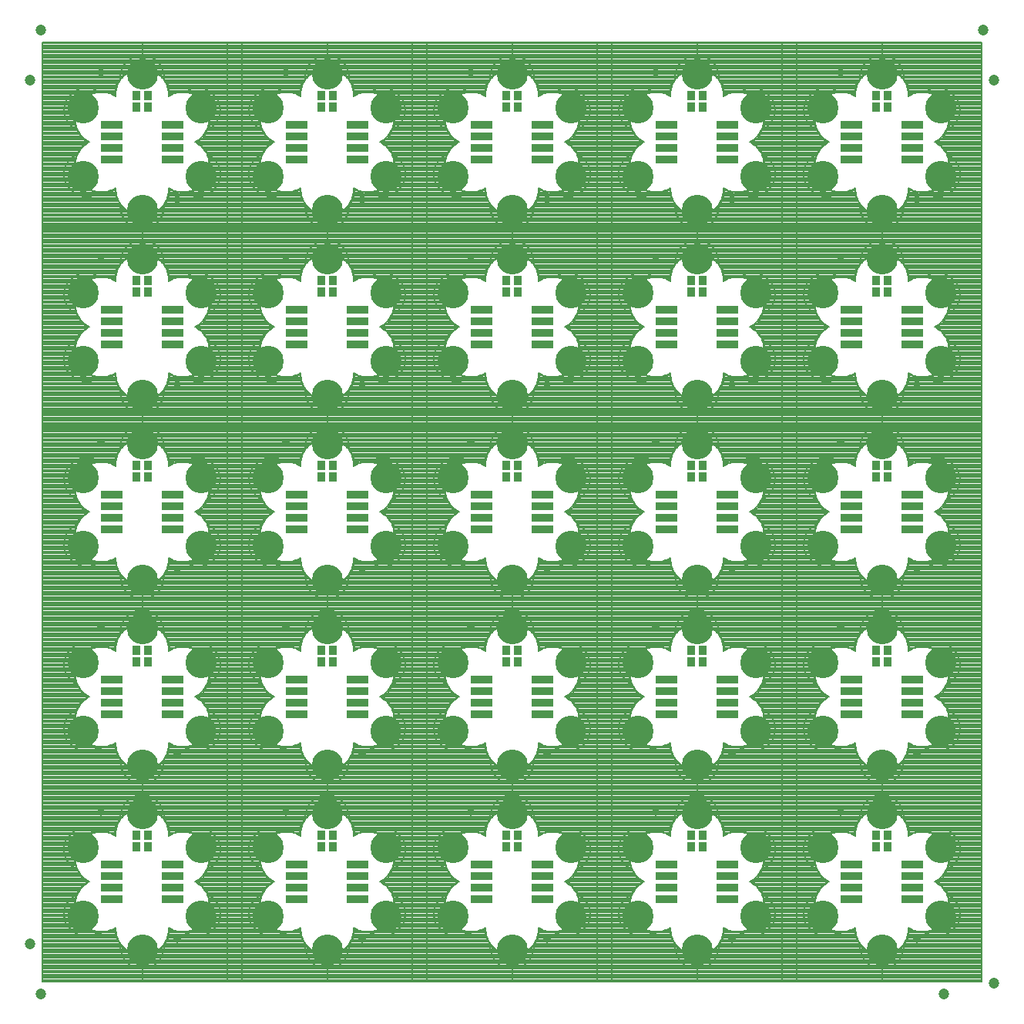
<source format=gts>
G75*
G70*
%OFA0B0*%
%FSLAX24Y24*%
%IPPOS*%
%LPD*%
%AMOC8*
5,1,8,0,0,1.08239X$1,22.5*
%
%ADD10C,0.0080*%
%ADD11R,0.0950X0.0320*%
%ADD12R,0.0356X0.0434*%
%ADD13C,0.1346*%
%ADD14C,0.0330*%
%ADD15C,0.0474*%
D10*
X001409Y001409D02*
X001409Y005740D01*
X003417Y005740D01*
X003023Y005464D01*
X002827Y004953D01*
X002827Y004480D01*
X003023Y003968D01*
X003338Y003732D01*
X003890Y003535D01*
X004441Y003614D01*
X004559Y003693D01*
X004638Y003299D01*
X004874Y002905D01*
X005268Y002630D01*
X005740Y002512D01*
X005740Y001409D01*
X001409Y001409D01*
X001409Y001422D02*
X005740Y001422D01*
X010071Y001422D01*
X010071Y001409D02*
X005740Y001409D01*
X005740Y002551D01*
X006173Y002590D01*
X006567Y002866D01*
X006842Y003260D01*
X006921Y003693D01*
X007236Y003575D01*
X007709Y003535D01*
X008181Y003732D01*
X008575Y004126D01*
X008693Y004638D01*
X008575Y005268D01*
X008142Y005740D01*
X010071Y005740D01*
X010071Y001409D01*
X010071Y001501D02*
X005740Y001501D01*
X001409Y001501D01*
X001409Y001579D02*
X005740Y001579D01*
X010071Y001579D01*
X010071Y001658D02*
X005740Y001658D01*
X001409Y001658D01*
X001409Y001736D02*
X005740Y001736D01*
X010071Y001736D01*
X010071Y001815D02*
X005740Y001815D01*
X001409Y001815D01*
X001409Y001893D02*
X005740Y001893D01*
X010071Y001893D01*
X010071Y001972D02*
X005740Y001972D01*
X001409Y001972D01*
X001409Y002050D02*
X005740Y002050D01*
X010071Y002050D01*
X010071Y002129D02*
X005740Y002129D01*
X001409Y002129D01*
X001409Y002207D02*
X005740Y002207D01*
X010071Y002207D01*
X010071Y002286D02*
X005740Y002286D01*
X001409Y002286D01*
X001409Y002364D02*
X005740Y002364D01*
X010071Y002364D01*
X010071Y002443D02*
X005740Y002443D01*
X001409Y002443D01*
X001409Y002521D02*
X005701Y002521D01*
X005740Y002521D02*
X010071Y002521D01*
X010071Y002600D02*
X006187Y002600D01*
X006151Y002625D02*
X005989Y002577D01*
X005823Y002553D01*
X005654Y002553D01*
X005488Y002577D01*
X005326Y002625D01*
X005173Y002694D01*
X005031Y002785D01*
X004904Y002896D01*
X004794Y003023D01*
X004791Y002880D01*
X004809Y002738D01*
X004850Y002601D01*
X004910Y002472D01*
X004990Y002353D01*
X005087Y002248D01*
X005199Y002159D01*
X005323Y002088D01*
X005456Y002037D01*
X005596Y002007D01*
X005739Y001999D01*
X005881Y002007D01*
X006021Y002037D01*
X006155Y002088D01*
X006279Y002159D01*
X006390Y002248D01*
X006487Y002353D01*
X006567Y002472D01*
X006628Y002601D01*
X006668Y002738D01*
X006687Y002880D01*
X006684Y003023D01*
X006573Y002896D01*
X006446Y002785D01*
X006304Y002694D01*
X006151Y002625D01*
X006067Y002600D02*
X006627Y002600D01*
X006650Y002678D02*
X006269Y002678D01*
X006299Y002678D02*
X010071Y002678D01*
X010071Y002757D02*
X006411Y002757D01*
X006402Y002757D02*
X006670Y002757D01*
X006681Y002835D02*
X006504Y002835D01*
X006523Y002835D02*
X010071Y002835D01*
X010071Y002914D02*
X006600Y002914D01*
X006589Y002914D02*
X006686Y002914D01*
X006684Y002992D02*
X006657Y002992D01*
X006655Y002992D02*
X010071Y002992D01*
X010071Y003071D02*
X006710Y003071D01*
X006765Y003149D02*
X010071Y003149D01*
X010071Y003228D02*
X006820Y003228D01*
X006851Y003306D02*
X010071Y003306D01*
X010071Y003385D02*
X006865Y003385D01*
X006879Y003463D02*
X010071Y003463D01*
X010071Y003542D02*
X007725Y003542D01*
X007743Y003490D02*
X007875Y003435D01*
X008014Y003401D01*
X008156Y003389D01*
X008299Y003399D01*
X008438Y003430D01*
X008571Y003483D01*
X008694Y003555D01*
X008805Y003645D01*
X008901Y003751D01*
X008979Y003870D01*
X009044Y003998D01*
X009088Y004134D01*
X009110Y004275D01*
X009111Y004418D01*
X009090Y004559D01*
X009047Y004696D01*
X008984Y004824D01*
X008903Y004941D01*
X008804Y005045D01*
X008691Y005132D01*
X008565Y005200D01*
X008620Y005041D01*
X008652Y004876D01*
X008660Y004708D01*
X008644Y004540D01*
X008604Y004377D01*
X008542Y004220D01*
X008457Y004074D01*
X008353Y003942D01*
X008232Y003826D01*
X008094Y003728D01*
X007945Y003651D01*
X007786Y003596D01*
X007621Y003564D01*
X007743Y003490D01*
X007806Y003463D02*
X008522Y003463D01*
X008672Y003542D02*
X007656Y003542D01*
X007628Y003542D02*
X006894Y003542D01*
X006908Y003620D02*
X007114Y003620D01*
X007857Y003620D02*
X008775Y003620D01*
X008854Y003699D02*
X008038Y003699D01*
X008101Y003699D02*
X010071Y003699D01*
X010071Y003777D02*
X008226Y003777D01*
X008164Y003777D02*
X008918Y003777D01*
X008970Y003856D02*
X008263Y003856D01*
X008305Y003856D02*
X010071Y003856D01*
X010071Y003934D02*
X008383Y003934D01*
X008345Y003934D02*
X009012Y003934D01*
X009048Y004013D02*
X008409Y004013D01*
X008462Y004013D02*
X010071Y004013D01*
X010071Y004091D02*
X008540Y004091D01*
X008467Y004091D02*
X009074Y004091D01*
X009093Y004170D02*
X008513Y004170D01*
X008585Y004170D02*
X010071Y004170D01*
X010071Y004248D02*
X008603Y004248D01*
X008553Y004248D02*
X009106Y004248D01*
X009110Y004327D02*
X008584Y004327D01*
X008621Y004327D02*
X010071Y004327D01*
X010071Y004405D02*
X008639Y004405D01*
X008611Y004405D02*
X009111Y004405D01*
X009101Y004484D02*
X008630Y004484D01*
X008657Y004484D02*
X010071Y004484D01*
X010071Y004562D02*
X008675Y004562D01*
X008646Y004562D02*
X009089Y004562D01*
X009064Y004641D02*
X008654Y004641D01*
X008692Y004641D02*
X010071Y004641D01*
X010071Y004719D02*
X008677Y004719D01*
X008659Y004719D02*
X009036Y004719D01*
X008997Y004798D02*
X008656Y004798D01*
X008663Y004798D02*
X010071Y004798D01*
X010071Y004876D02*
X008648Y004876D01*
X008652Y004876D02*
X008948Y004876D01*
X008890Y004955D02*
X008637Y004955D01*
X008633Y004955D02*
X010071Y004955D01*
X010071Y005033D02*
X008619Y005033D01*
X008622Y005033D02*
X008815Y005033D01*
X008716Y005112D02*
X008596Y005112D01*
X008604Y005112D02*
X010071Y005112D01*
X010071Y005190D02*
X008589Y005190D01*
X008583Y005190D02*
X008569Y005190D01*
X008573Y005269D02*
X010071Y005269D01*
X010071Y005347D02*
X008501Y005347D01*
X008429Y005426D02*
X010071Y005426D01*
X010071Y005504D02*
X008357Y005504D01*
X008285Y005583D02*
X010071Y005583D01*
X010071Y005661D02*
X008214Y005661D01*
X008102Y005740D02*
X010071Y005740D01*
X008102Y005740D01*
X008378Y005937D01*
X008653Y006449D01*
X008653Y007079D01*
X008338Y007590D01*
X007945Y007866D01*
X007551Y007945D01*
X007079Y007866D01*
X006921Y007787D01*
X006882Y008142D01*
X006646Y008535D01*
X006252Y008850D01*
X005740Y009047D01*
X005740Y010071D01*
X010071Y010071D01*
X010071Y005740D01*
X010071Y005819D02*
X008212Y005819D01*
X008322Y005897D02*
X010071Y005897D01*
X010071Y005976D02*
X008399Y005976D01*
X008441Y006054D02*
X010071Y006054D01*
X010071Y006133D02*
X008483Y006133D01*
X008525Y006211D02*
X010071Y006211D01*
X010071Y006290D02*
X008568Y006290D01*
X008567Y006290D02*
X008579Y006290D01*
X008565Y006281D02*
X008619Y006440D01*
X008651Y006606D01*
X008659Y006774D01*
X008643Y006942D01*
X008603Y007105D01*
X008541Y007261D01*
X008457Y007407D01*
X008353Y007540D01*
X008231Y007656D01*
X008094Y007754D01*
X007944Y007831D01*
X007785Y007886D01*
X007620Y007918D01*
X007742Y007992D01*
X007874Y008047D01*
X008013Y008080D01*
X008155Y008093D01*
X008298Y008083D01*
X008437Y008051D01*
X008570Y007999D01*
X008693Y007927D01*
X008804Y007837D01*
X008900Y007731D01*
X008979Y007611D01*
X009043Y007484D01*
X009087Y007348D01*
X009109Y007207D01*
X009110Y007064D01*
X009089Y006922D01*
X009046Y006786D01*
X008984Y006658D01*
X008902Y006540D01*
X008803Y006437D01*
X008690Y006350D01*
X008565Y006281D01*
X008594Y006368D02*
X008713Y006368D01*
X008652Y006447D02*
X010071Y006447D01*
X010071Y006525D02*
X008653Y006525D01*
X008636Y006525D02*
X008887Y006525D01*
X008946Y006604D02*
X008651Y006604D01*
X008653Y006604D02*
X010071Y006604D01*
X010071Y006682D02*
X008653Y006682D01*
X008655Y006682D02*
X008995Y006682D01*
X009034Y006761D02*
X008659Y006761D01*
X008653Y006761D02*
X010071Y006761D01*
X010071Y006839D02*
X008653Y006839D01*
X009063Y006839D01*
X009087Y006918D02*
X008645Y006918D01*
X008653Y006918D02*
X010071Y006918D01*
X010071Y006996D02*
X008653Y006996D01*
X008630Y006996D02*
X009100Y006996D01*
X009110Y007075D02*
X008611Y007075D01*
X008653Y007075D02*
X010071Y007075D01*
X010071Y007153D02*
X008608Y007153D01*
X008584Y007153D02*
X009109Y007153D01*
X009105Y007232D02*
X008553Y007232D01*
X008559Y007232D02*
X010071Y007232D01*
X010071Y007310D02*
X008511Y007310D01*
X008513Y007310D02*
X009093Y007310D01*
X009074Y007389D02*
X008467Y007389D01*
X008463Y007389D02*
X010071Y007389D01*
X010071Y007467D02*
X008414Y007467D01*
X008410Y007467D02*
X009048Y007467D01*
X009012Y007546D02*
X008346Y007546D01*
X008366Y007546D02*
X010071Y007546D01*
X010071Y007624D02*
X008290Y007624D01*
X008264Y007624D02*
X008970Y007624D01*
X008919Y007703D02*
X008165Y007703D01*
X008178Y007703D02*
X010071Y007703D01*
X010071Y007781D02*
X008066Y007781D01*
X008040Y007781D02*
X008855Y007781D01*
X008776Y007860D02*
X007861Y007860D01*
X007954Y007860D02*
X010071Y007860D01*
X010071Y007938D02*
X007585Y007938D01*
X007653Y007938D02*
X008674Y007938D01*
X008526Y008017D02*
X007801Y008017D01*
X007511Y007938D02*
X006904Y007938D01*
X006896Y008017D02*
X010071Y008017D01*
X010071Y008095D02*
X006887Y008095D01*
X006863Y008174D02*
X010071Y008174D01*
X010071Y008252D02*
X006815Y008252D01*
X006768Y008331D02*
X010071Y008331D01*
X010071Y008409D02*
X006721Y008409D01*
X006685Y008454D02*
X006575Y008581D01*
X006447Y008691D01*
X006306Y008782D01*
X006152Y008852D01*
X005991Y008899D01*
X005824Y008923D01*
X005656Y008923D01*
X005489Y008899D01*
X005328Y008852D01*
X005174Y008782D01*
X005033Y008691D01*
X004905Y008581D01*
X004795Y008454D01*
X004792Y008597D01*
X004811Y008738D01*
X004851Y008875D01*
X004912Y009005D01*
X004991Y009123D01*
X005088Y009228D01*
X005200Y009317D01*
X005324Y009388D01*
X005458Y009439D01*
X005597Y009469D01*
X005740Y009477D01*
X005883Y009469D01*
X006022Y009439D01*
X006156Y009388D01*
X006280Y009317D01*
X006392Y009228D01*
X006489Y009123D01*
X006568Y009005D01*
X006629Y008875D01*
X006669Y008738D01*
X006688Y008597D01*
X006685Y008454D01*
X006686Y008488D02*
X006656Y008488D01*
X006674Y008488D02*
X010071Y008488D01*
X010071Y008566D02*
X006607Y008566D01*
X006587Y008566D02*
X006687Y008566D01*
X006682Y008645D02*
X006501Y008645D01*
X006509Y008645D02*
X010071Y008645D01*
X010071Y008723D02*
X006411Y008723D01*
X006397Y008723D02*
X006671Y008723D01*
X006651Y008802D02*
X006263Y008802D01*
X006313Y008802D02*
X010071Y008802D01*
X010071Y008880D02*
X006174Y008880D01*
X006057Y008880D02*
X006627Y008880D01*
X006590Y008959D02*
X004890Y008959D01*
X004853Y008880D02*
X005423Y008880D01*
X005328Y008880D02*
X001409Y008880D01*
X001409Y008802D02*
X005134Y008802D01*
X005189Y008850D02*
X004834Y008535D01*
X004598Y008142D01*
X004559Y007787D01*
X004086Y007945D01*
X003614Y007905D01*
X003142Y007630D01*
X002866Y007197D01*
X002787Y006724D01*
X002905Y006291D01*
X003142Y005897D01*
X001409Y005897D01*
X001409Y005976D02*
X003095Y005976D01*
X003048Y006054D02*
X001409Y006054D01*
X001409Y006133D02*
X003001Y006133D01*
X002953Y006211D02*
X001409Y006211D01*
X001409Y006290D02*
X002906Y006290D01*
X002911Y006290D02*
X002898Y006290D01*
X002914Y006281D02*
X002859Y006440D01*
X002827Y006605D01*
X002819Y006773D01*
X002836Y006941D01*
X002875Y007104D01*
X002938Y007261D01*
X003022Y007406D01*
X003126Y007539D01*
X003248Y007655D01*
X003385Y007753D01*
X003535Y007830D01*
X003694Y007885D01*
X003859Y007917D01*
X003737Y007991D01*
X003605Y008046D01*
X003466Y008080D01*
X003324Y008092D01*
X003181Y008082D01*
X003042Y008051D01*
X002909Y007998D01*
X002785Y007926D01*
X002674Y007836D01*
X002579Y007730D01*
X002500Y007611D01*
X002436Y007483D01*
X002392Y007347D01*
X002369Y007206D01*
X002369Y007063D01*
X002390Y006922D01*
X002432Y006785D01*
X002495Y006657D01*
X002577Y006540D01*
X002675Y006436D01*
X002789Y006349D01*
X002914Y006281D01*
X002884Y006368D02*
X001409Y006368D01*
X001409Y006447D02*
X002863Y006447D01*
X002858Y006447D02*
X002666Y006447D01*
X002591Y006525D02*
X002843Y006525D01*
X002842Y006525D02*
X001409Y006525D01*
X001409Y006604D02*
X002820Y006604D01*
X002828Y006604D02*
X002532Y006604D01*
X002483Y006682D02*
X002824Y006682D01*
X002799Y006682D02*
X001409Y006682D01*
X001409Y006761D02*
X002793Y006761D01*
X002820Y006761D02*
X002444Y006761D01*
X002416Y006839D02*
X002826Y006839D01*
X002806Y006839D02*
X001409Y006839D01*
X001409Y006918D02*
X002819Y006918D01*
X002833Y006918D02*
X002391Y006918D01*
X002379Y006996D02*
X002849Y006996D01*
X002833Y006996D02*
X001409Y006996D01*
X001409Y007075D02*
X002846Y007075D01*
X002868Y007075D02*
X002369Y007075D01*
X002369Y007153D02*
X002895Y007153D01*
X002859Y007153D02*
X001409Y007153D01*
X001409Y007232D02*
X002888Y007232D01*
X002926Y007232D02*
X002374Y007232D01*
X002386Y007310D02*
X002966Y007310D01*
X002938Y007310D02*
X001409Y007310D01*
X001409Y007389D02*
X002988Y007389D01*
X003012Y007389D02*
X002405Y007389D01*
X002431Y007467D02*
X003070Y007467D01*
X003038Y007467D02*
X001409Y007467D01*
X001409Y007546D02*
X003088Y007546D01*
X003133Y007546D02*
X002467Y007546D01*
X002509Y007624D02*
X003215Y007624D01*
X003138Y007624D02*
X001409Y007624D01*
X001409Y007703D02*
X003266Y007703D01*
X003315Y007703D02*
X002560Y007703D01*
X002625Y007781D02*
X003440Y007781D01*
X003401Y007781D02*
X001409Y007781D01*
X001409Y007860D02*
X003535Y007860D01*
X003620Y007860D02*
X002703Y007860D01*
X002806Y007938D02*
X003825Y007938D01*
X003676Y008017D02*
X002955Y008017D01*
X004006Y007938D02*
X001409Y007938D01*
X001409Y008017D02*
X004584Y008017D01*
X004593Y008095D02*
X001409Y008095D01*
X001409Y008174D02*
X004617Y008174D01*
X004665Y008252D02*
X001409Y008252D01*
X001409Y008331D02*
X004712Y008331D01*
X004759Y008409D02*
X001409Y008409D01*
X001409Y008488D02*
X004806Y008488D01*
X004794Y008488D02*
X004824Y008488D01*
X004793Y008566D02*
X004893Y008566D01*
X004869Y008566D02*
X001409Y008566D01*
X001409Y008645D02*
X004957Y008645D01*
X004979Y008645D02*
X004798Y008645D01*
X004809Y008723D02*
X005083Y008723D01*
X005046Y008723D02*
X001409Y008723D01*
X001409Y008959D02*
X005694Y008959D01*
X005740Y008968D02*
X005189Y008850D01*
X005217Y008802D02*
X004829Y008802D01*
X004933Y009037D02*
X006547Y009037D01*
X006494Y009116D02*
X004986Y009116D01*
X005056Y009194D02*
X006424Y009194D01*
X006336Y009273D02*
X005144Y009273D01*
X005259Y009351D02*
X006221Y009351D01*
X006048Y009430D02*
X005432Y009430D01*
X005740Y009430D02*
X001409Y009430D01*
X005740Y009430D01*
X010071Y009430D01*
X005740Y009430D01*
X005740Y009409D02*
X005740Y010512D01*
X005268Y010630D01*
X004874Y010905D01*
X004638Y011299D01*
X004559Y011693D01*
X004441Y011614D01*
X003890Y011535D01*
X003338Y011732D01*
X003023Y011968D01*
X002827Y012480D01*
X002827Y012953D01*
X003023Y013464D01*
X003417Y013740D01*
X001409Y013740D01*
X001409Y009409D01*
X005740Y009409D01*
X005740Y010551D01*
X006173Y010590D01*
X006567Y010866D01*
X006842Y011260D01*
X006921Y011693D01*
X007236Y011575D01*
X007709Y011535D01*
X008181Y011732D01*
X008575Y012126D01*
X008693Y012638D01*
X008575Y013268D01*
X008142Y013740D01*
X010071Y013740D01*
X010071Y009409D01*
X005740Y009409D01*
X005740Y009351D02*
X010071Y009351D01*
X010071Y009273D02*
X005740Y009273D01*
X001409Y009273D01*
X001409Y009351D02*
X005740Y009351D01*
X005740Y009194D02*
X010071Y009194D01*
X010071Y009116D02*
X005740Y009116D01*
X001409Y009116D01*
X001409Y009194D02*
X005740Y009194D01*
X005740Y009037D02*
X001409Y009037D01*
X001409Y009508D02*
X005740Y009508D01*
X010071Y009508D01*
X005740Y009508D01*
X001409Y009508D01*
X001409Y009587D02*
X005740Y009587D01*
X010071Y009587D01*
X005740Y009587D01*
X001409Y009587D01*
X001409Y009665D02*
X005740Y009665D01*
X010071Y009665D01*
X005740Y009665D01*
X001409Y009665D01*
X001409Y009744D02*
X005740Y009744D01*
X010071Y009744D01*
X005740Y009744D01*
X001409Y009744D01*
X001409Y009822D02*
X005740Y009822D01*
X010071Y009822D01*
X005740Y009822D01*
X001409Y009822D01*
X001409Y009901D02*
X005740Y009901D01*
X010071Y009901D01*
X005740Y009901D01*
X001409Y009901D01*
X001409Y009979D02*
X005740Y009979D01*
X010071Y009979D01*
X005740Y009979D01*
X001409Y009979D01*
X001409Y010058D02*
X005740Y010058D01*
X010071Y010058D01*
X005740Y010058D01*
X001409Y010058D01*
X001409Y010071D02*
X005740Y010071D01*
X005740Y008968D01*
X005766Y009037D02*
X010071Y009037D01*
X010071Y008959D02*
X005970Y008959D01*
X005881Y010007D02*
X005739Y009999D01*
X005596Y010007D01*
X005456Y010037D01*
X005323Y010088D01*
X005199Y010159D01*
X005087Y010248D01*
X004990Y010353D01*
X004910Y010472D01*
X004850Y010601D01*
X004809Y010738D01*
X004791Y010880D01*
X004794Y011023D01*
X004904Y010896D01*
X005031Y010785D01*
X005173Y010694D01*
X005326Y010625D01*
X005488Y010577D01*
X005654Y010553D01*
X005823Y010553D01*
X005989Y010577D01*
X006151Y010625D01*
X006304Y010694D01*
X006446Y010785D01*
X006573Y010896D01*
X006684Y011023D01*
X006687Y010880D01*
X006668Y010738D01*
X006628Y010601D01*
X006567Y010472D01*
X006487Y010353D01*
X006390Y010248D01*
X006279Y010159D01*
X006155Y010088D01*
X006021Y010037D01*
X005881Y010007D01*
X005740Y010136D02*
X001409Y010136D01*
X001409Y010071D02*
X001409Y005740D01*
X003378Y005740D01*
X003142Y005897D01*
X003260Y005819D02*
X001409Y005819D01*
X001409Y005740D02*
X003378Y005740D01*
X003305Y005661D02*
X001409Y005661D01*
X001409Y005583D02*
X003193Y005583D01*
X003081Y005504D02*
X001409Y005504D01*
X001409Y005426D02*
X003009Y005426D01*
X002978Y005347D02*
X001409Y005347D01*
X001409Y005269D02*
X002948Y005269D01*
X002914Y005199D02*
X002859Y005040D01*
X002827Y004875D01*
X002819Y004707D01*
X002835Y004539D01*
X002875Y004376D01*
X002938Y004219D01*
X003022Y004074D01*
X003126Y003941D01*
X003248Y003825D01*
X003385Y003727D01*
X003535Y003650D01*
X003694Y003595D01*
X003859Y003563D01*
X003737Y003489D01*
X003605Y003434D01*
X003466Y003400D01*
X003323Y003388D01*
X003181Y003398D01*
X003042Y003429D01*
X002909Y003482D01*
X002785Y003554D01*
X002674Y003644D01*
X002578Y003750D01*
X002500Y003869D01*
X002436Y003997D01*
X002392Y004133D01*
X002369Y004274D01*
X002369Y004417D01*
X002390Y004558D01*
X002432Y004695D01*
X002495Y004823D01*
X002577Y004940D01*
X002675Y005044D01*
X002789Y005131D01*
X002914Y005199D01*
X002911Y005190D02*
X002898Y005190D01*
X002918Y005190D02*
X001409Y005190D01*
X001409Y005112D02*
X002888Y005112D01*
X002884Y005112D02*
X002764Y005112D01*
X002858Y005033D02*
X001409Y005033D01*
X001409Y004955D02*
X002828Y004955D01*
X002843Y004955D02*
X002591Y004955D01*
X002532Y004876D02*
X002828Y004876D01*
X002827Y004876D02*
X001409Y004876D01*
X001409Y004798D02*
X002827Y004798D01*
X002824Y004798D02*
X002483Y004798D01*
X002444Y004719D02*
X002820Y004719D01*
X002827Y004719D02*
X001409Y004719D01*
X001409Y004641D02*
X002827Y004641D01*
X002826Y004641D02*
X002415Y004641D01*
X002391Y004562D02*
X002833Y004562D01*
X002827Y004562D02*
X001409Y004562D01*
X001409Y004484D02*
X002827Y004484D01*
X002849Y004484D02*
X002379Y004484D01*
X002369Y004405D02*
X002868Y004405D01*
X002855Y004405D02*
X001409Y004405D01*
X001409Y004327D02*
X002886Y004327D01*
X002895Y004327D02*
X002369Y004327D01*
X002373Y004248D02*
X002926Y004248D01*
X002916Y004248D02*
X001409Y004248D01*
X001409Y004170D02*
X002946Y004170D01*
X002966Y004170D02*
X002386Y004170D01*
X002405Y004091D02*
X003012Y004091D01*
X002976Y004091D02*
X001409Y004091D01*
X001409Y004013D02*
X003006Y004013D01*
X003070Y004013D02*
X002431Y004013D01*
X002467Y003934D02*
X003133Y003934D01*
X003069Y003934D02*
X001409Y003934D01*
X001409Y003856D02*
X003173Y003856D01*
X003215Y003856D02*
X002509Y003856D01*
X002560Y003777D02*
X003315Y003777D01*
X003278Y003777D02*
X001409Y003777D01*
X001409Y003699D02*
X003431Y003699D01*
X003440Y003699D02*
X002625Y003699D01*
X002703Y003620D02*
X003620Y003620D01*
X003651Y003620D02*
X001409Y003620D01*
X001409Y003542D02*
X003871Y003542D01*
X003824Y003542D02*
X002806Y003542D01*
X002955Y003463D02*
X003676Y003463D01*
X003937Y003542D02*
X004589Y003542D01*
X004573Y003620D02*
X004451Y003620D01*
X004605Y003463D02*
X001409Y003463D01*
X001409Y003385D02*
X004620Y003385D01*
X004636Y003306D02*
X001409Y003306D01*
X001409Y003228D02*
X004680Y003228D01*
X004727Y003149D02*
X001409Y003149D01*
X001409Y003071D02*
X004774Y003071D01*
X004793Y002992D02*
X004820Y002992D01*
X004822Y002992D02*
X001409Y002992D01*
X001409Y002914D02*
X004869Y002914D01*
X004888Y002914D02*
X004791Y002914D01*
X004797Y002835D02*
X004974Y002835D01*
X001409Y002835D01*
X001409Y002757D02*
X005086Y002757D01*
X005076Y002757D02*
X004807Y002757D01*
X004827Y002678D02*
X005208Y002678D01*
X005198Y002678D02*
X001409Y002678D01*
X001409Y002600D02*
X005387Y002600D01*
X005410Y002600D02*
X004850Y002600D01*
X004887Y002521D02*
X006590Y002521D01*
X006548Y002443D02*
X004929Y002443D01*
X004982Y002364D02*
X006495Y002364D01*
X006425Y002286D02*
X005052Y002286D01*
X005138Y002207D02*
X006339Y002207D01*
X006226Y002129D02*
X005252Y002129D01*
X005422Y002050D02*
X006055Y002050D01*
X006889Y003752D02*
X006890Y003685D01*
X006886Y003618D01*
X006878Y003551D01*
X006867Y003485D01*
X006851Y003420D01*
X006832Y003356D01*
X006810Y003293D01*
X006783Y003231D01*
X006753Y003172D01*
X006720Y003114D01*
X006683Y003058D01*
X006643Y003004D01*
X006600Y002952D01*
X006554Y002904D01*
X006506Y002858D01*
X006454Y002815D01*
X006401Y002775D01*
X006345Y002738D01*
X006287Y002704D01*
X006227Y002674D01*
X006165Y002648D01*
X006102Y002625D01*
X006038Y002606D01*
X005973Y002590D01*
X005907Y002579D01*
X005840Y002571D01*
X005774Y002567D01*
X005707Y002568D01*
X005640Y002572D01*
X005573Y002579D01*
X005507Y002591D01*
X005442Y002607D01*
X005378Y002626D01*
X005315Y002649D01*
X005254Y002676D01*
X005194Y002706D01*
X005136Y002740D01*
X005080Y002777D01*
X005027Y002817D01*
X004976Y002860D01*
X004927Y002906D01*
X004881Y002955D01*
X004838Y003007D01*
X004799Y003061D01*
X004762Y003117D01*
X004729Y003175D01*
X004699Y003235D01*
X004673Y003297D01*
X004650Y003360D01*
X004632Y003424D01*
X004616Y003489D01*
X004605Y003555D01*
X004598Y003622D01*
X004594Y003689D01*
X004595Y003756D01*
X004594Y003755D02*
X004536Y003721D01*
X004477Y003690D01*
X004415Y003663D01*
X004352Y003639D01*
X004288Y003620D01*
X004223Y003604D01*
X004157Y003591D01*
X004090Y003583D01*
X004023Y003579D01*
X003956Y003578D01*
X003889Y003582D01*
X003822Y003589D01*
X003756Y003600D01*
X003691Y003616D01*
X003626Y003635D01*
X003563Y003657D01*
X003501Y003684D01*
X003441Y003713D01*
X003383Y003747D01*
X003327Y003784D01*
X003273Y003824D01*
X003221Y003867D01*
X003172Y003913D01*
X003126Y003961D01*
X003083Y004013D01*
X003043Y004067D01*
X003006Y004123D01*
X002972Y004181D01*
X002942Y004241D01*
X002916Y004303D01*
X002893Y004366D01*
X002874Y004430D01*
X002858Y004495D01*
X002847Y004562D01*
X002839Y004628D01*
X002835Y004695D01*
X002836Y004762D01*
X002840Y004829D01*
X002848Y004896D01*
X002860Y004962D01*
X002876Y005027D01*
X002895Y005092D01*
X002919Y005155D01*
X002945Y005216D01*
X002976Y005276D01*
X003010Y005334D01*
X003047Y005390D01*
X003088Y005443D01*
X003131Y005494D01*
X003178Y005543D01*
X003227Y005589D01*
X003279Y005631D01*
X003333Y005671D01*
X003390Y005707D01*
X003448Y005740D01*
X002884Y006368D02*
X002764Y006368D01*
X003449Y005741D02*
X003390Y005773D01*
X003334Y005809D01*
X003279Y005849D01*
X003227Y005891D01*
X003178Y005937D01*
X003131Y005985D01*
X003087Y006036D01*
X003047Y006089D01*
X003009Y006145D01*
X002975Y006202D01*
X002944Y006262D01*
X002917Y006323D01*
X002894Y006386D01*
X002874Y006450D01*
X002858Y006516D01*
X002846Y006582D01*
X002837Y006648D01*
X002833Y006715D01*
X002832Y006782D01*
X002836Y006849D01*
X002843Y006916D01*
X002854Y006982D01*
X002869Y007047D01*
X002888Y007112D01*
X002911Y007175D01*
X002937Y007237D01*
X002967Y007297D01*
X003000Y007355D01*
X003037Y007411D01*
X003077Y007465D01*
X003120Y007517D01*
X003166Y007566D01*
X003215Y007612D01*
X003266Y007655D01*
X003320Y007695D01*
X003376Y007732D01*
X003434Y007766D01*
X003494Y007796D01*
X003556Y007822D01*
X003619Y007845D01*
X003683Y007864D01*
X003748Y007880D01*
X003814Y007891D01*
X003881Y007899D01*
X003948Y007903D01*
X004015Y007902D01*
X004082Y007898D01*
X004149Y007890D01*
X004215Y007878D01*
X004280Y007862D01*
X004344Y007843D01*
X004407Y007820D01*
X004469Y007793D01*
X004528Y007762D01*
X004586Y007728D01*
X004567Y007860D02*
X004342Y007860D01*
X004576Y007938D02*
X004107Y007938D01*
X004587Y007728D02*
X004586Y007795D01*
X004590Y007862D01*
X004598Y007929D01*
X004609Y007995D01*
X004624Y008060D01*
X004644Y008124D01*
X004666Y008188D01*
X004693Y008249D01*
X004723Y008309D01*
X004756Y008367D01*
X004793Y008423D01*
X004833Y008477D01*
X004876Y008529D01*
X004922Y008578D01*
X004970Y008624D01*
X005021Y008667D01*
X005075Y008707D01*
X005131Y008744D01*
X005189Y008778D01*
X005249Y008808D01*
X005311Y008835D01*
X005374Y008858D01*
X005438Y008877D01*
X005503Y008893D01*
X005569Y008905D01*
X005636Y008912D01*
X005703Y008916D01*
X005770Y008917D01*
X005837Y008913D01*
X005903Y008905D01*
X005969Y008894D01*
X006034Y008878D01*
X006099Y008859D01*
X006162Y008836D01*
X006223Y008810D01*
X006283Y008780D01*
X006342Y008746D01*
X006398Y008709D01*
X006451Y008670D01*
X006503Y008626D01*
X006552Y008580D01*
X006598Y008532D01*
X006641Y008480D01*
X006681Y008427D01*
X006718Y008371D01*
X006752Y008313D01*
X006782Y008253D01*
X006808Y008191D01*
X006831Y008128D01*
X006851Y008064D01*
X006866Y007999D01*
X006878Y007933D01*
X006886Y007866D01*
X006889Y007799D01*
X006890Y007732D01*
X006913Y007860D02*
X007066Y007860D01*
X006889Y007733D02*
X006947Y007766D01*
X007007Y007796D01*
X007069Y007823D01*
X007132Y007846D01*
X007196Y007865D01*
X007261Y007880D01*
X007327Y007892D01*
X007393Y007900D01*
X007460Y007904D01*
X007527Y007903D01*
X007594Y007900D01*
X007661Y007892D01*
X007726Y007880D01*
X007792Y007865D01*
X007856Y007845D01*
X007919Y007822D01*
X007980Y007796D01*
X008040Y007766D01*
X008098Y007732D01*
X008154Y007695D01*
X008207Y007655D01*
X008259Y007612D01*
X008307Y007566D01*
X008353Y007517D01*
X008396Y007466D01*
X008436Y007412D01*
X008473Y007356D01*
X008506Y007298D01*
X008536Y007238D01*
X008563Y007177D01*
X008585Y007114D01*
X008604Y007049D01*
X008620Y006984D01*
X008631Y006918D01*
X008639Y006852D01*
X008643Y006785D01*
X008642Y006718D01*
X008638Y006651D01*
X008630Y006585D01*
X008619Y006519D01*
X008603Y006454D01*
X008584Y006389D01*
X008561Y006327D01*
X008534Y006265D01*
X008504Y006205D01*
X008470Y006148D01*
X008433Y006092D01*
X008393Y006038D01*
X008350Y005987D01*
X008304Y005938D01*
X008255Y005893D01*
X008203Y005850D01*
X008150Y005810D01*
X008094Y005773D01*
X008035Y005740D01*
X008610Y006368D02*
X010071Y006368D01*
X010495Y006657D02*
X010432Y006785D01*
X010390Y006922D01*
X010369Y007063D01*
X010369Y007206D01*
X010392Y007347D01*
X010436Y007483D01*
X010500Y007611D01*
X010579Y007730D01*
X010674Y007836D01*
X010785Y007926D01*
X010909Y007998D01*
X011042Y008051D01*
X011181Y008082D01*
X011324Y008092D01*
X011466Y008080D01*
X011605Y008046D01*
X011737Y007991D01*
X011859Y007917D01*
X011694Y007885D01*
X011535Y007830D01*
X011385Y007753D01*
X011248Y007655D01*
X011126Y007539D01*
X011022Y007406D01*
X010938Y007261D01*
X010875Y007104D01*
X010836Y006941D01*
X010819Y006773D01*
X010827Y006605D01*
X010859Y006440D01*
X010914Y006281D01*
X010789Y006349D01*
X010675Y006436D01*
X010577Y006540D01*
X010495Y006657D01*
X010483Y006682D02*
X010824Y006682D01*
X010799Y006682D02*
X009409Y006682D01*
X009409Y006604D02*
X010820Y006604D01*
X010828Y006604D02*
X010532Y006604D01*
X010591Y006525D02*
X010843Y006525D01*
X010842Y006525D02*
X009409Y006525D01*
X009409Y006447D02*
X010863Y006447D01*
X010858Y006447D02*
X010666Y006447D01*
X010764Y006368D02*
X010884Y006368D01*
X009409Y006368D01*
X009409Y006290D02*
X010906Y006290D01*
X010905Y006291D02*
X011142Y005897D01*
X009409Y005897D01*
X009409Y005976D02*
X011095Y005976D01*
X011048Y006054D02*
X009409Y006054D01*
X009409Y006133D02*
X011001Y006133D01*
X010953Y006211D02*
X009409Y006211D01*
X009409Y005819D02*
X011260Y005819D01*
X011142Y005897D02*
X011378Y005740D01*
X009409Y005740D01*
X011417Y005740D01*
X011023Y005464D01*
X010827Y004953D01*
X010827Y004480D01*
X011023Y003968D01*
X011338Y003732D01*
X011890Y003535D01*
X012441Y003614D01*
X012559Y003693D01*
X012638Y003299D01*
X012874Y002905D01*
X013268Y002630D01*
X013740Y002512D01*
X013740Y001409D01*
X009409Y001409D01*
X009409Y005740D01*
X009409Y010071D01*
X013740Y010071D01*
X013740Y009047D01*
X014252Y008850D01*
X014646Y008535D01*
X014882Y008142D01*
X014921Y007787D01*
X015079Y007866D01*
X015551Y007945D01*
X015945Y007866D01*
X016338Y007590D01*
X016653Y007079D01*
X016653Y006449D01*
X016378Y005937D01*
X016102Y005740D01*
X018071Y005740D01*
X016142Y005740D01*
X016575Y005268D01*
X016693Y004638D01*
X016575Y004126D01*
X016181Y003732D01*
X015709Y003535D01*
X015236Y003575D01*
X014921Y003693D01*
X014842Y003260D01*
X014567Y002866D01*
X014173Y002590D01*
X013740Y002551D01*
X013740Y001409D01*
X018071Y001409D01*
X018071Y005740D01*
X016102Y005740D01*
X016212Y005819D02*
X018071Y005819D01*
X018071Y005897D02*
X016322Y005897D01*
X016399Y005976D02*
X018071Y005976D01*
X018071Y006054D02*
X016441Y006054D01*
X016483Y006133D02*
X018071Y006133D01*
X018071Y006211D02*
X016525Y006211D01*
X016565Y006281D02*
X016619Y006440D01*
X016651Y006606D01*
X016659Y006774D01*
X016643Y006942D01*
X016603Y007105D01*
X016541Y007261D01*
X016457Y007407D01*
X016353Y007540D01*
X016231Y007656D01*
X016094Y007754D01*
X015944Y007831D01*
X015785Y007886D01*
X015620Y007918D01*
X015742Y007992D01*
X015874Y008047D01*
X016013Y008080D01*
X016155Y008093D01*
X016298Y008083D01*
X016437Y008051D01*
X016570Y007999D01*
X016693Y007927D01*
X016804Y007837D01*
X016900Y007731D01*
X016979Y007611D01*
X017043Y007484D01*
X017087Y007348D01*
X017109Y007207D01*
X017110Y007064D01*
X017089Y006922D01*
X017046Y006786D01*
X016984Y006658D01*
X016902Y006540D01*
X016803Y006437D01*
X016690Y006350D01*
X016565Y006281D01*
X016567Y006290D02*
X016579Y006290D01*
X016568Y006290D02*
X018071Y006290D01*
X018071Y006368D02*
X016610Y006368D01*
X016594Y006368D02*
X016713Y006368D01*
X016652Y006447D02*
X018071Y006447D01*
X018071Y006525D02*
X016653Y006525D01*
X016636Y006525D02*
X016887Y006525D01*
X016946Y006604D02*
X016651Y006604D01*
X016653Y006604D02*
X018071Y006604D01*
X018071Y006682D02*
X016653Y006682D01*
X016655Y006682D02*
X016995Y006682D01*
X017034Y006761D02*
X016659Y006761D01*
X016653Y006761D02*
X018071Y006761D01*
X018071Y006839D02*
X016653Y006839D01*
X017063Y006839D01*
X017087Y006918D02*
X016645Y006918D01*
X016653Y006918D02*
X018071Y006918D01*
X018071Y006996D02*
X016653Y006996D01*
X016630Y006996D02*
X017100Y006996D01*
X017110Y007075D02*
X016611Y007075D01*
X016653Y007075D02*
X018071Y007075D01*
X018071Y007153D02*
X016608Y007153D01*
X016584Y007153D02*
X017109Y007153D01*
X017105Y007232D02*
X016553Y007232D01*
X016559Y007232D02*
X018071Y007232D01*
X018071Y007310D02*
X016511Y007310D01*
X016513Y007310D02*
X017093Y007310D01*
X017074Y007389D02*
X016467Y007389D01*
X016463Y007389D02*
X018071Y007389D01*
X018071Y007467D02*
X016414Y007467D01*
X016410Y007467D02*
X017048Y007467D01*
X017012Y007546D02*
X016346Y007546D01*
X016366Y007546D02*
X018071Y007546D01*
X018071Y007624D02*
X016290Y007624D01*
X016264Y007624D02*
X016970Y007624D01*
X016919Y007703D02*
X016165Y007703D01*
X016178Y007703D02*
X018071Y007703D01*
X018071Y007781D02*
X016066Y007781D01*
X016040Y007781D02*
X016855Y007781D01*
X016776Y007860D02*
X015861Y007860D01*
X015954Y007860D02*
X018071Y007860D01*
X018071Y007938D02*
X015585Y007938D01*
X015653Y007938D02*
X016674Y007938D01*
X016526Y008017D02*
X015801Y008017D01*
X015511Y007938D02*
X014904Y007938D01*
X014896Y008017D02*
X018071Y008017D01*
X018071Y008095D02*
X014887Y008095D01*
X014863Y008174D02*
X018071Y008174D01*
X018071Y008252D02*
X014815Y008252D01*
X014768Y008331D02*
X018071Y008331D01*
X018071Y008409D02*
X014721Y008409D01*
X014685Y008454D02*
X014575Y008581D01*
X014447Y008691D01*
X014306Y008782D01*
X014152Y008852D01*
X013991Y008899D01*
X013824Y008923D01*
X013656Y008923D01*
X013489Y008899D01*
X013328Y008852D01*
X013174Y008782D01*
X013033Y008691D01*
X012905Y008581D01*
X012795Y008454D01*
X012792Y008597D01*
X012811Y008738D01*
X012851Y008875D01*
X012912Y009005D01*
X012991Y009123D01*
X013088Y009228D01*
X013200Y009317D01*
X013324Y009388D01*
X013458Y009439D01*
X013597Y009469D01*
X013740Y009477D01*
X013883Y009469D01*
X014022Y009439D01*
X014156Y009388D01*
X014280Y009317D01*
X014392Y009228D01*
X014489Y009123D01*
X014568Y009005D01*
X014629Y008875D01*
X014669Y008738D01*
X014688Y008597D01*
X014685Y008454D01*
X014686Y008488D02*
X014656Y008488D01*
X014674Y008488D02*
X018071Y008488D01*
X018071Y008566D02*
X014607Y008566D01*
X014587Y008566D02*
X014687Y008566D01*
X014682Y008645D02*
X014501Y008645D01*
X014509Y008645D02*
X018071Y008645D01*
X018071Y008723D02*
X014411Y008723D01*
X014397Y008723D02*
X014671Y008723D01*
X014651Y008802D02*
X014263Y008802D01*
X014313Y008802D02*
X018071Y008802D01*
X018071Y008880D02*
X014174Y008880D01*
X014057Y008880D02*
X014627Y008880D01*
X014590Y008959D02*
X012890Y008959D01*
X012853Y008880D02*
X013423Y008880D01*
X013328Y008880D02*
X009409Y008880D01*
X009409Y008802D02*
X013134Y008802D01*
X013189Y008850D02*
X012834Y008535D01*
X012598Y008142D01*
X012559Y007787D01*
X012086Y007945D01*
X011614Y007905D01*
X011142Y007630D01*
X010866Y007197D01*
X010787Y006724D01*
X010905Y006291D01*
X010911Y006290D02*
X010898Y006290D01*
X010820Y006761D02*
X010444Y006761D01*
X010416Y006839D02*
X010826Y006839D01*
X010806Y006839D02*
X009409Y006839D01*
X009409Y006761D02*
X010793Y006761D01*
X010819Y006918D02*
X009409Y006918D01*
X009409Y006996D02*
X010833Y006996D01*
X010849Y006996D02*
X010379Y006996D01*
X010369Y007075D02*
X010868Y007075D01*
X010846Y007075D02*
X009409Y007075D01*
X009409Y007153D02*
X010859Y007153D01*
X010895Y007153D02*
X010369Y007153D01*
X010374Y007232D02*
X010926Y007232D01*
X010888Y007232D02*
X009409Y007232D01*
X009409Y007310D02*
X010938Y007310D01*
X010966Y007310D02*
X010386Y007310D01*
X010405Y007389D02*
X011012Y007389D01*
X010988Y007389D02*
X009409Y007389D01*
X009409Y007467D02*
X011038Y007467D01*
X011070Y007467D02*
X010431Y007467D01*
X010467Y007546D02*
X011133Y007546D01*
X011088Y007546D02*
X009409Y007546D01*
X009409Y007624D02*
X011138Y007624D01*
X011215Y007624D02*
X010509Y007624D01*
X010560Y007703D02*
X011315Y007703D01*
X011266Y007703D02*
X009409Y007703D01*
X009409Y007781D02*
X011401Y007781D01*
X011440Y007781D02*
X010625Y007781D01*
X010703Y007860D02*
X011620Y007860D01*
X011535Y007860D02*
X009409Y007860D01*
X009409Y007938D02*
X012006Y007938D01*
X012107Y007938D02*
X012576Y007938D01*
X012584Y008017D02*
X009409Y008017D01*
X009409Y008095D02*
X012593Y008095D01*
X012617Y008174D02*
X009409Y008174D01*
X009409Y008252D02*
X012665Y008252D01*
X012712Y008331D02*
X009409Y008331D01*
X009409Y008409D02*
X012759Y008409D01*
X012794Y008488D02*
X012824Y008488D01*
X012806Y008488D02*
X009409Y008488D01*
X009409Y008566D02*
X012869Y008566D01*
X012893Y008566D02*
X012793Y008566D01*
X012798Y008645D02*
X012979Y008645D01*
X012957Y008645D02*
X009409Y008645D01*
X009409Y008723D02*
X013046Y008723D01*
X013083Y008723D02*
X012809Y008723D01*
X012829Y008802D02*
X013217Y008802D01*
X013189Y008850D02*
X013740Y008968D01*
X013740Y010071D01*
X018071Y010071D01*
X018071Y005740D01*
X018071Y005661D02*
X016214Y005661D01*
X016285Y005583D02*
X018071Y005583D01*
X018071Y005504D02*
X016357Y005504D01*
X016429Y005426D02*
X018071Y005426D01*
X018071Y005347D02*
X016501Y005347D01*
X016573Y005269D02*
X018071Y005269D01*
X018071Y005190D02*
X016589Y005190D01*
X016583Y005190D02*
X016569Y005190D01*
X016565Y005200D02*
X016620Y005041D01*
X016652Y004876D01*
X016660Y004708D01*
X016644Y004540D01*
X016604Y004377D01*
X016542Y004220D01*
X016457Y004074D01*
X016353Y003942D01*
X016232Y003826D01*
X016094Y003728D01*
X015945Y003651D01*
X015786Y003596D01*
X015621Y003564D01*
X015743Y003490D01*
X015875Y003435D01*
X016014Y003401D01*
X016156Y003389D01*
X016299Y003399D01*
X016438Y003430D01*
X016571Y003483D01*
X016694Y003555D01*
X016805Y003645D01*
X016901Y003751D01*
X016979Y003870D01*
X017044Y003998D01*
X017088Y004134D01*
X017110Y004275D01*
X017111Y004418D01*
X017090Y004559D01*
X017047Y004696D01*
X016984Y004824D01*
X016903Y004941D01*
X016804Y005045D01*
X016691Y005132D01*
X016565Y005200D01*
X016596Y005112D02*
X016716Y005112D01*
X016604Y005112D02*
X018071Y005112D01*
X018071Y005033D02*
X016619Y005033D01*
X016622Y005033D02*
X016815Y005033D01*
X016890Y004955D02*
X016637Y004955D01*
X016633Y004955D02*
X018071Y004955D01*
X018071Y004876D02*
X016648Y004876D01*
X016652Y004876D02*
X016948Y004876D01*
X016997Y004798D02*
X016656Y004798D01*
X016663Y004798D02*
X018071Y004798D01*
X018071Y004719D02*
X016677Y004719D01*
X016659Y004719D02*
X017036Y004719D01*
X017064Y004641D02*
X016654Y004641D01*
X016692Y004641D02*
X018071Y004641D01*
X018071Y004562D02*
X016675Y004562D01*
X016646Y004562D02*
X017089Y004562D01*
X017101Y004484D02*
X016630Y004484D01*
X016657Y004484D02*
X018071Y004484D01*
X018071Y004405D02*
X016639Y004405D01*
X016611Y004405D02*
X017111Y004405D01*
X017110Y004327D02*
X016584Y004327D01*
X016621Y004327D02*
X018071Y004327D01*
X018071Y004248D02*
X016603Y004248D01*
X016553Y004248D02*
X017106Y004248D01*
X017093Y004170D02*
X016513Y004170D01*
X016585Y004170D02*
X018071Y004170D01*
X018071Y004091D02*
X016540Y004091D01*
X016467Y004091D02*
X017074Y004091D01*
X017048Y004013D02*
X016409Y004013D01*
X016462Y004013D02*
X018071Y004013D01*
X018071Y003934D02*
X016383Y003934D01*
X016345Y003934D02*
X017012Y003934D01*
X016970Y003856D02*
X016263Y003856D01*
X016305Y003856D02*
X018071Y003856D01*
X018071Y003777D02*
X016226Y003777D01*
X016164Y003777D02*
X016918Y003777D01*
X016854Y003699D02*
X016038Y003699D01*
X016101Y003699D02*
X018071Y003699D01*
X018071Y003620D02*
X015913Y003620D01*
X015857Y003620D02*
X016775Y003620D01*
X016672Y003542D02*
X015656Y003542D01*
X015628Y003542D02*
X014894Y003542D01*
X014908Y003620D02*
X015114Y003620D01*
X014879Y003463D02*
X018071Y003463D01*
X018071Y003385D02*
X014865Y003385D01*
X014851Y003306D02*
X018071Y003306D01*
X018071Y003228D02*
X014820Y003228D01*
X014765Y003149D02*
X018071Y003149D01*
X018071Y003071D02*
X014710Y003071D01*
X014684Y003023D02*
X014573Y002896D01*
X014446Y002785D01*
X014304Y002694D01*
X014151Y002625D01*
X013989Y002577D01*
X013823Y002553D01*
X013654Y002553D01*
X013488Y002577D01*
X013326Y002625D01*
X013173Y002694D01*
X013031Y002785D01*
X012904Y002896D01*
X012794Y003023D01*
X012791Y002880D01*
X012809Y002738D01*
X012850Y002601D01*
X012910Y002472D01*
X012990Y002353D01*
X013087Y002248D01*
X013199Y002159D01*
X013323Y002088D01*
X013456Y002037D01*
X013596Y002007D01*
X013739Y001999D01*
X013881Y002007D01*
X014021Y002037D01*
X014155Y002088D01*
X014279Y002159D01*
X014390Y002248D01*
X014487Y002353D01*
X014567Y002472D01*
X014628Y002601D01*
X014668Y002738D01*
X014687Y002880D01*
X014684Y003023D01*
X014684Y002992D02*
X014657Y002992D01*
X014655Y002992D02*
X018071Y002992D01*
X018071Y002914D02*
X014600Y002914D01*
X014589Y002914D02*
X014686Y002914D01*
X014681Y002835D02*
X014504Y002835D01*
X014523Y002835D02*
X018071Y002835D01*
X018071Y002757D02*
X014411Y002757D01*
X014402Y002757D02*
X014670Y002757D01*
X014650Y002678D02*
X014269Y002678D01*
X014299Y002678D02*
X018071Y002678D01*
X018071Y002600D02*
X014187Y002600D01*
X014067Y002600D02*
X014627Y002600D01*
X014590Y002521D02*
X012887Y002521D01*
X012850Y002600D02*
X013410Y002600D01*
X013387Y002600D02*
X009409Y002600D01*
X009409Y002678D02*
X013198Y002678D01*
X013208Y002678D02*
X012827Y002678D01*
X012807Y002757D02*
X013076Y002757D01*
X013086Y002757D02*
X009409Y002757D01*
X009409Y002835D02*
X012974Y002835D01*
X012797Y002835D01*
X012791Y002914D02*
X012888Y002914D01*
X012869Y002914D02*
X009409Y002914D01*
X009409Y002992D02*
X012822Y002992D01*
X012820Y002992D02*
X012793Y002992D01*
X012774Y003071D02*
X009409Y003071D01*
X009409Y003149D02*
X012727Y003149D01*
X012680Y003228D02*
X009409Y003228D01*
X009409Y003306D02*
X012636Y003306D01*
X012620Y003385D02*
X009409Y003385D01*
X009409Y003463D02*
X012605Y003463D01*
X012589Y003542D02*
X011937Y003542D01*
X011871Y003542D02*
X009409Y003542D01*
X009409Y003620D02*
X011651Y003620D01*
X011620Y003620D02*
X010703Y003620D01*
X010674Y003644D02*
X010785Y003554D01*
X010909Y003482D01*
X011042Y003429D01*
X011181Y003398D01*
X011323Y003388D01*
X011466Y003400D01*
X011605Y003434D01*
X011737Y003489D01*
X011859Y003563D01*
X011694Y003595D01*
X011535Y003650D01*
X011385Y003727D01*
X011248Y003825D01*
X011126Y003941D01*
X011022Y004074D01*
X010938Y004219D01*
X010875Y004376D01*
X010835Y004539D01*
X010819Y004707D01*
X010827Y004875D01*
X010859Y005040D01*
X010914Y005199D01*
X010789Y005131D01*
X010675Y005044D01*
X010577Y004940D01*
X010495Y004823D01*
X010432Y004695D01*
X010390Y004558D01*
X010369Y004417D01*
X010369Y004274D01*
X010392Y004133D01*
X010436Y003997D01*
X010500Y003869D01*
X010578Y003750D01*
X010674Y003644D01*
X010625Y003699D02*
X011440Y003699D01*
X011431Y003699D02*
X009409Y003699D01*
X009409Y003777D02*
X011278Y003777D01*
X011315Y003777D02*
X010560Y003777D01*
X010509Y003856D02*
X011215Y003856D01*
X011173Y003856D02*
X009409Y003856D01*
X009409Y003934D02*
X011069Y003934D01*
X011133Y003934D02*
X010467Y003934D01*
X010431Y004013D02*
X011070Y004013D01*
X011006Y004013D02*
X009409Y004013D01*
X009409Y004091D02*
X010976Y004091D01*
X011012Y004091D02*
X010405Y004091D01*
X010386Y004170D02*
X010966Y004170D01*
X010946Y004170D02*
X009409Y004170D01*
X009409Y004248D02*
X010916Y004248D01*
X010926Y004248D02*
X010373Y004248D01*
X010369Y004327D02*
X010895Y004327D01*
X010886Y004327D02*
X009409Y004327D01*
X009409Y004405D02*
X010855Y004405D01*
X010868Y004405D02*
X010369Y004405D01*
X010379Y004484D02*
X010849Y004484D01*
X010827Y004484D02*
X009409Y004484D01*
X009409Y004562D02*
X010827Y004562D01*
X010833Y004562D02*
X010391Y004562D01*
X010415Y004641D02*
X010826Y004641D01*
X010827Y004641D02*
X009409Y004641D01*
X009409Y004719D02*
X010827Y004719D01*
X010820Y004719D02*
X010444Y004719D01*
X010483Y004798D02*
X010824Y004798D01*
X010827Y004798D02*
X009409Y004798D01*
X009409Y004876D02*
X010827Y004876D01*
X010828Y004876D02*
X010532Y004876D01*
X010591Y004955D02*
X010843Y004955D01*
X010828Y004955D02*
X009409Y004955D01*
X009409Y005033D02*
X010858Y005033D01*
X010666Y005033D01*
X010764Y005112D02*
X010884Y005112D01*
X010888Y005112D02*
X009409Y005112D01*
X009409Y005190D02*
X010918Y005190D01*
X010911Y005190D02*
X010898Y005190D01*
X010948Y005269D02*
X009409Y005269D01*
X009409Y005347D02*
X010978Y005347D01*
X011009Y005426D02*
X009409Y005426D01*
X009409Y005504D02*
X011081Y005504D01*
X011193Y005583D02*
X009409Y005583D01*
X009409Y005661D02*
X011305Y005661D01*
X011378Y005740D02*
X009409Y005740D01*
X008812Y006447D02*
X008621Y006447D01*
X010391Y006918D02*
X010833Y006918D01*
X010806Y007938D02*
X011825Y007938D01*
X011676Y008017D02*
X010955Y008017D01*
X012342Y007860D02*
X012567Y007860D01*
X012933Y009037D02*
X014547Y009037D01*
X014494Y009116D02*
X012986Y009116D01*
X013056Y009194D02*
X014424Y009194D01*
X014336Y009273D02*
X013144Y009273D01*
X013259Y009351D02*
X014221Y009351D01*
X014048Y009430D02*
X013432Y009430D01*
X013740Y009430D02*
X009409Y009430D01*
X013740Y009430D01*
X018071Y009430D01*
X013740Y009430D01*
X013740Y009409D02*
X013740Y010512D01*
X013268Y010630D01*
X012874Y010905D01*
X012638Y011299D01*
X012559Y011693D01*
X012441Y011614D01*
X011890Y011535D01*
X011338Y011732D01*
X011023Y011968D01*
X010827Y012480D01*
X010827Y012953D01*
X011023Y013464D01*
X011417Y013740D01*
X009409Y013740D01*
X009409Y009409D01*
X013740Y009409D01*
X013740Y010551D01*
X014173Y010590D01*
X014567Y010866D01*
X014842Y011260D01*
X014921Y011693D01*
X015236Y011575D01*
X015709Y011535D01*
X016181Y011732D01*
X016575Y012126D01*
X016693Y012638D01*
X016575Y013268D01*
X016142Y013740D01*
X018071Y013740D01*
X018071Y009409D01*
X013740Y009409D01*
X013740Y009351D02*
X018071Y009351D01*
X018071Y009273D02*
X013740Y009273D01*
X009409Y009273D01*
X009409Y009351D02*
X013740Y009351D01*
X013740Y009194D02*
X018071Y009194D01*
X018071Y009116D02*
X013740Y009116D01*
X009409Y009116D01*
X009409Y009194D02*
X013740Y009194D01*
X013740Y009037D02*
X009409Y009037D01*
X009409Y008959D02*
X013694Y008959D01*
X013766Y009037D02*
X018071Y009037D01*
X018071Y008959D02*
X013970Y008959D01*
X013740Y009508D02*
X009409Y009508D01*
X013740Y009508D01*
X018071Y009508D01*
X013740Y009508D01*
X013740Y009587D02*
X009409Y009587D01*
X013740Y009587D01*
X018071Y009587D01*
X013740Y009587D01*
X013740Y009665D02*
X009409Y009665D01*
X013740Y009665D01*
X018071Y009665D01*
X013740Y009665D01*
X013740Y009744D02*
X009409Y009744D01*
X013740Y009744D01*
X018071Y009744D01*
X013740Y009744D01*
X013740Y009822D02*
X009409Y009822D01*
X013740Y009822D01*
X018071Y009822D01*
X013740Y009822D01*
X013740Y009901D02*
X009409Y009901D01*
X013740Y009901D01*
X018071Y009901D01*
X013740Y009901D01*
X013740Y009979D02*
X009409Y009979D01*
X013740Y009979D01*
X018071Y009979D01*
X013740Y009979D01*
X013739Y009999D02*
X013881Y010007D01*
X014021Y010037D01*
X014155Y010088D01*
X014279Y010159D01*
X014390Y010248D01*
X014487Y010353D01*
X014567Y010472D01*
X014628Y010601D01*
X014668Y010738D01*
X014687Y010880D01*
X014684Y011023D01*
X014573Y010896D01*
X014446Y010785D01*
X014304Y010694D01*
X014151Y010625D01*
X013989Y010577D01*
X013823Y010553D01*
X013654Y010553D01*
X013488Y010577D01*
X013326Y010625D01*
X013173Y010694D01*
X013031Y010785D01*
X012904Y010896D01*
X012794Y011023D01*
X012791Y010880D01*
X012809Y010738D01*
X012850Y010601D01*
X012910Y010472D01*
X012990Y010353D01*
X013087Y010248D01*
X013199Y010159D01*
X013323Y010088D01*
X013456Y010037D01*
X013596Y010007D01*
X013739Y009999D01*
X013740Y010058D02*
X009409Y010058D01*
X013740Y010058D01*
X018071Y010058D01*
X013740Y010058D01*
X013740Y010136D02*
X009409Y010136D01*
X009409Y010215D02*
X013740Y010215D01*
X018071Y010215D01*
X018071Y010293D02*
X013740Y010293D01*
X009409Y010293D01*
X009409Y010372D02*
X013740Y010372D01*
X018071Y010372D01*
X018071Y010450D02*
X013740Y010450D01*
X009409Y010450D01*
X009409Y010529D02*
X013673Y010529D01*
X013740Y010529D02*
X018071Y010529D01*
X018071Y010607D02*
X014197Y010607D01*
X014091Y010607D02*
X014630Y010607D01*
X014653Y010686D02*
X014285Y010686D01*
X014309Y010686D02*
X018071Y010686D01*
X018071Y010764D02*
X014421Y010764D01*
X014413Y010764D02*
X014671Y010764D01*
X014682Y010843D02*
X014512Y010843D01*
X014533Y010843D02*
X018071Y010843D01*
X018071Y010921D02*
X014605Y010921D01*
X014595Y010921D02*
X014686Y010921D01*
X014684Y011000D02*
X014663Y011000D01*
X014660Y011000D02*
X018071Y011000D01*
X018071Y011078D02*
X014715Y011078D01*
X014770Y011157D02*
X018071Y011157D01*
X018071Y011235D02*
X014825Y011235D01*
X014852Y011314D02*
X018071Y011314D01*
X018071Y011392D02*
X014866Y011392D01*
X014881Y011471D02*
X018071Y011471D01*
X018071Y011549D02*
X015741Y011549D01*
X015743Y011490D02*
X015875Y011435D01*
X016014Y011401D01*
X016156Y011389D01*
X016299Y011399D01*
X016438Y011430D01*
X016571Y011483D01*
X016694Y011555D01*
X016805Y011645D01*
X016901Y011751D01*
X016979Y011870D01*
X017044Y011998D01*
X017088Y012134D01*
X017110Y012275D01*
X017111Y012418D01*
X017090Y012559D01*
X017047Y012696D01*
X016984Y012824D01*
X016903Y012941D01*
X016804Y013045D01*
X016691Y013132D01*
X016565Y013200D01*
X016620Y013041D01*
X016652Y012876D01*
X016660Y012708D01*
X016644Y012540D01*
X016604Y012377D01*
X016542Y012220D01*
X016457Y012074D01*
X016353Y011942D01*
X016232Y011826D01*
X016094Y011728D01*
X015945Y011651D01*
X015786Y011596D01*
X015621Y011564D01*
X015743Y011490D01*
X015789Y011471D02*
X016540Y011471D01*
X016684Y011549D02*
X015645Y011549D01*
X015544Y011549D02*
X014895Y011549D01*
X014909Y011628D02*
X015095Y011628D01*
X015877Y011628D02*
X016784Y011628D01*
X016860Y011706D02*
X016052Y011706D01*
X016118Y011706D02*
X018071Y011706D01*
X018071Y011628D02*
X015930Y011628D01*
X016174Y011785D02*
X016923Y011785D01*
X016975Y011863D02*
X016270Y011863D01*
X016312Y011863D02*
X018071Y011863D01*
X018071Y011785D02*
X016233Y011785D01*
X016353Y011942D02*
X017015Y011942D01*
X017051Y012020D02*
X016415Y012020D01*
X016469Y012020D02*
X018071Y012020D01*
X018071Y011942D02*
X016390Y011942D01*
X016471Y012099D02*
X017076Y012099D01*
X017094Y012177D02*
X016517Y012177D01*
X016586Y012177D02*
X018071Y012177D01*
X018071Y012099D02*
X016547Y012099D01*
X016556Y012256D02*
X017107Y012256D01*
X017110Y012334D02*
X016587Y012334D01*
X016623Y012334D02*
X018071Y012334D01*
X018071Y012256D02*
X016605Y012256D01*
X016613Y012413D02*
X017111Y012413D01*
X017100Y012491D02*
X016632Y012491D01*
X016659Y012491D02*
X018071Y012491D01*
X018071Y012413D02*
X016641Y012413D01*
X016647Y012570D02*
X017087Y012570D01*
X017062Y012648D02*
X016654Y012648D01*
X016691Y012648D02*
X018071Y012648D01*
X018071Y012570D02*
X016677Y012570D01*
X016676Y012727D02*
X018071Y012727D01*
X018071Y012805D02*
X016661Y012805D01*
X016655Y012805D02*
X016994Y012805D01*
X017032Y012727D02*
X016659Y012727D01*
X016651Y012884D02*
X016943Y012884D01*
X016883Y012962D02*
X016636Y012962D01*
X016632Y012962D02*
X018071Y012962D01*
X018071Y012884D02*
X016647Y012884D01*
X016620Y013041D02*
X016808Y013041D01*
X016707Y013119D02*
X016594Y013119D01*
X016602Y013119D02*
X018071Y013119D01*
X018071Y013041D02*
X016617Y013041D01*
X016588Y013198D02*
X018071Y013198D01*
X018071Y013276D02*
X016567Y013276D01*
X016566Y013198D02*
X016571Y013198D01*
X016495Y013355D02*
X018071Y013355D01*
X018071Y013433D02*
X016423Y013433D01*
X016351Y013512D02*
X018071Y013512D01*
X018071Y013590D02*
X016279Y013590D01*
X016207Y013669D02*
X018071Y013669D01*
X018071Y013740D02*
X016102Y013740D01*
X016378Y013937D01*
X016653Y014449D01*
X016653Y015079D01*
X016338Y015590D01*
X015945Y015866D01*
X015551Y015945D01*
X015079Y015866D01*
X014921Y015787D01*
X014882Y016142D01*
X014646Y016535D01*
X014252Y016850D01*
X013740Y017047D01*
X013740Y018071D01*
X018071Y018071D01*
X018071Y013740D01*
X018071Y013747D02*
X016112Y013747D01*
X016222Y013826D02*
X018071Y013826D01*
X018071Y013904D02*
X016332Y013904D01*
X016402Y013983D02*
X018071Y013983D01*
X018071Y014061D02*
X016445Y014061D01*
X016487Y014140D02*
X018071Y014140D01*
X018071Y014218D02*
X016529Y014218D01*
X016565Y014281D02*
X016619Y014440D01*
X016651Y014606D01*
X016659Y014774D01*
X016643Y014942D01*
X016603Y015105D01*
X016541Y015261D01*
X016457Y015407D01*
X016353Y015540D01*
X016231Y015656D01*
X016094Y015754D01*
X015944Y015831D01*
X015785Y015886D01*
X015620Y015918D01*
X015742Y015992D01*
X015874Y016047D01*
X016013Y016080D01*
X016155Y016093D01*
X016298Y016083D01*
X016437Y016051D01*
X016570Y015999D01*
X016693Y015927D01*
X016804Y015837D01*
X016900Y015731D01*
X016979Y015611D01*
X017043Y015484D01*
X017087Y015348D01*
X017109Y015207D01*
X017110Y015064D01*
X017089Y014922D01*
X017046Y014786D01*
X016984Y014658D01*
X016902Y014540D01*
X016803Y014437D01*
X016690Y014350D01*
X016565Y014281D01*
X016570Y014297D02*
X016592Y014297D01*
X016571Y014297D02*
X018071Y014297D01*
X018071Y014375D02*
X016614Y014375D01*
X016597Y014375D02*
X016722Y014375D01*
X016653Y014454D02*
X018071Y014454D01*
X018071Y014532D02*
X016653Y014532D01*
X016637Y014532D02*
X016894Y014532D01*
X016951Y014611D02*
X016651Y014611D01*
X016653Y014611D02*
X018071Y014611D01*
X018071Y014689D02*
X016653Y014689D01*
X016655Y014689D02*
X016999Y014689D01*
X017037Y014768D02*
X016659Y014768D01*
X016653Y014768D02*
X018071Y014768D01*
X018071Y014846D02*
X016653Y014846D01*
X016652Y014846D02*
X017065Y014846D01*
X017089Y014925D02*
X016645Y014925D01*
X016653Y014925D02*
X018071Y014925D01*
X018071Y015003D02*
X016653Y015003D01*
X016628Y015003D02*
X017101Y015003D01*
X017110Y015082D02*
X016609Y015082D01*
X016652Y015082D02*
X018071Y015082D01*
X018071Y015160D02*
X016603Y015160D01*
X016581Y015160D02*
X017109Y015160D01*
X017104Y015239D02*
X016550Y015239D01*
X016555Y015239D02*
X018071Y015239D01*
X018071Y015317D02*
X016507Y015317D01*
X016509Y015317D02*
X017092Y015317D01*
X017071Y015396D02*
X016463Y015396D01*
X016458Y015396D02*
X018071Y015396D01*
X018071Y015474D02*
X016410Y015474D01*
X016404Y015474D02*
X017046Y015474D01*
X017008Y015553D02*
X016339Y015553D01*
X016362Y015553D02*
X018071Y015553D01*
X018071Y015631D02*
X016280Y015631D01*
X016257Y015631D02*
X016966Y015631D01*
X016914Y015710D02*
X016155Y015710D01*
X016168Y015710D02*
X018071Y015710D01*
X018071Y015788D02*
X016056Y015788D01*
X016027Y015788D02*
X016848Y015788D01*
X016768Y015867D02*
X015841Y015867D01*
X015942Y015867D02*
X018071Y015867D01*
X018071Y015945D02*
X014904Y015945D01*
X014912Y015867D02*
X015082Y015867D01*
X014923Y015788D02*
X014921Y015788D01*
X014895Y016024D02*
X018071Y016024D01*
X018071Y016102D02*
X014886Y016102D01*
X014858Y016181D02*
X018071Y016181D01*
X018071Y016259D02*
X014811Y016259D01*
X014764Y016338D02*
X018071Y016338D01*
X018071Y016416D02*
X014717Y016416D01*
X014685Y016454D02*
X014575Y016581D01*
X014447Y016691D01*
X014306Y016782D01*
X014152Y016852D01*
X013991Y016899D01*
X013824Y016923D01*
X013656Y016923D01*
X013489Y016899D01*
X013328Y016852D01*
X013174Y016782D01*
X013033Y016691D01*
X012905Y016581D01*
X012795Y016454D01*
X012792Y016597D01*
X012811Y016738D01*
X012851Y016875D01*
X012912Y017005D01*
X012991Y017123D01*
X013088Y017228D01*
X013200Y017317D01*
X013324Y017388D01*
X013458Y017439D01*
X013597Y017469D01*
X013740Y017477D01*
X013883Y017469D01*
X014022Y017439D01*
X014156Y017388D01*
X014280Y017317D01*
X014392Y017228D01*
X014489Y017123D01*
X014568Y017005D01*
X014629Y016875D01*
X014669Y016738D01*
X014688Y016597D01*
X014685Y016454D01*
X014686Y016495D02*
X014650Y016495D01*
X014670Y016495D02*
X018071Y016495D01*
X018071Y016573D02*
X014598Y016573D01*
X014581Y016573D02*
X014688Y016573D01*
X014681Y016652D02*
X014493Y016652D01*
X014500Y016652D02*
X018071Y016652D01*
X018071Y016730D02*
X014402Y016730D01*
X014387Y016730D02*
X014670Y016730D01*
X014649Y016809D02*
X014247Y016809D01*
X014304Y016809D02*
X018071Y016809D01*
X018071Y016887D02*
X014156Y016887D01*
X014033Y016887D02*
X014624Y016887D01*
X014587Y016966D02*
X012893Y016966D01*
X012856Y016887D02*
X013447Y016887D01*
X013361Y016887D02*
X009409Y016887D01*
X009409Y016809D02*
X013142Y016809D01*
X013189Y016850D02*
X012834Y016535D01*
X012598Y016142D01*
X012559Y015787D01*
X012086Y015945D01*
X011614Y015905D01*
X011142Y015630D01*
X010866Y015197D01*
X010787Y014724D01*
X010905Y014291D01*
X011142Y013897D01*
X011378Y013740D01*
X009409Y013740D01*
X009409Y018071D01*
X013740Y018071D01*
X013740Y016968D01*
X013189Y016850D01*
X013233Y016809D02*
X012831Y016809D01*
X012810Y016730D02*
X013093Y016730D01*
X013054Y016730D02*
X009409Y016730D01*
X009409Y016652D02*
X012965Y016652D01*
X012987Y016652D02*
X012799Y016652D01*
X012792Y016573D02*
X012899Y016573D01*
X012877Y016573D02*
X009409Y016573D01*
X009409Y016495D02*
X012810Y016495D01*
X012794Y016495D02*
X012830Y016495D01*
X012763Y016416D02*
X009409Y016416D01*
X009409Y016338D02*
X012716Y016338D01*
X012669Y016259D02*
X009409Y016259D01*
X009409Y016181D02*
X012622Y016181D01*
X012594Y016102D02*
X009409Y016102D01*
X009409Y016024D02*
X012585Y016024D01*
X012576Y015945D02*
X009409Y015945D01*
X009409Y015867D02*
X011547Y015867D01*
X011535Y015830D02*
X011694Y015885D01*
X011859Y015917D01*
X011737Y015991D01*
X011605Y016046D01*
X011466Y016080D01*
X011324Y016092D01*
X011181Y016082D01*
X011042Y016051D01*
X010909Y015998D01*
X010785Y015926D01*
X010674Y015836D01*
X010579Y015730D01*
X010500Y015611D01*
X010436Y015483D01*
X010392Y015347D01*
X010369Y015206D01*
X010369Y015063D01*
X010390Y014922D01*
X010432Y014785D01*
X010495Y014657D01*
X010577Y014540D01*
X010675Y014436D01*
X010789Y014349D01*
X010914Y014281D01*
X010859Y014440D01*
X010827Y014605D01*
X010819Y014773D01*
X010836Y014941D01*
X010875Y015104D01*
X010938Y015261D01*
X011022Y015406D01*
X011126Y015539D01*
X011248Y015655D01*
X011385Y015753D01*
X011535Y015830D01*
X011453Y015788D02*
X010631Y015788D01*
X010565Y015710D02*
X011324Y015710D01*
X011278Y015710D02*
X009409Y015710D01*
X009409Y015788D02*
X011413Y015788D01*
X011640Y015867D02*
X010712Y015867D01*
X010818Y015945D02*
X011813Y015945D01*
X011659Y016024D02*
X010973Y016024D01*
X011144Y015631D02*
X009409Y015631D01*
X009409Y015553D02*
X011092Y015553D01*
X011140Y015553D02*
X010471Y015553D01*
X010433Y015474D02*
X011075Y015474D01*
X011042Y015474D02*
X009409Y015474D01*
X009409Y015396D02*
X010993Y015396D01*
X011016Y015396D02*
X010408Y015396D01*
X010387Y015317D02*
X010970Y015317D01*
X010943Y015317D02*
X009409Y015317D01*
X009409Y015239D02*
X010893Y015239D01*
X010929Y015239D02*
X010375Y015239D01*
X010369Y015160D02*
X010898Y015160D01*
X010860Y015160D02*
X009409Y015160D01*
X009409Y015082D02*
X010847Y015082D01*
X010870Y015082D02*
X010369Y015082D01*
X010378Y015003D02*
X010851Y015003D01*
X010834Y015003D02*
X009409Y015003D01*
X009409Y014925D02*
X010821Y014925D01*
X010834Y014925D02*
X010389Y014925D01*
X010413Y014846D02*
X010826Y014846D01*
X010808Y014846D02*
X009409Y014846D01*
X009409Y014768D02*
X010794Y014768D01*
X010820Y014768D02*
X010441Y014768D01*
X010479Y014689D02*
X010823Y014689D01*
X010797Y014689D02*
X009409Y014689D01*
X009409Y014611D02*
X010818Y014611D01*
X010827Y014611D02*
X010527Y014611D01*
X010584Y014532D02*
X010841Y014532D01*
X010840Y014532D02*
X009409Y014532D01*
X009409Y014454D02*
X010861Y014454D01*
X010856Y014454D02*
X010659Y014454D01*
X010755Y014375D02*
X010881Y014375D01*
X010882Y014375D02*
X009409Y014375D01*
X009409Y014297D02*
X010904Y014297D01*
X010909Y014297D02*
X010885Y014297D01*
X010949Y014218D02*
X009409Y014218D01*
X009409Y014140D02*
X010996Y014140D01*
X011043Y014061D02*
X009409Y014061D01*
X009409Y013983D02*
X011091Y013983D01*
X011138Y013904D02*
X009409Y013904D01*
X009409Y013826D02*
X011250Y013826D01*
X011367Y013747D02*
X009409Y013747D01*
X009409Y013669D02*
X011315Y013669D01*
X011203Y013590D02*
X009409Y013590D01*
X009409Y013512D02*
X011091Y013512D01*
X011011Y013433D02*
X009409Y013433D01*
X009409Y013355D02*
X010981Y013355D01*
X010951Y013276D02*
X009409Y013276D01*
X009409Y013198D02*
X010921Y013198D01*
X010914Y013199D02*
X010859Y013040D01*
X010827Y012875D01*
X010819Y012707D01*
X010835Y012539D01*
X010875Y012376D01*
X010938Y012219D01*
X011022Y012074D01*
X011126Y011941D01*
X011248Y011825D01*
X011385Y011727D01*
X011535Y011650D01*
X011694Y011595D01*
X011859Y011563D01*
X011737Y011489D01*
X011605Y011434D01*
X011466Y011400D01*
X011323Y011388D01*
X011181Y011398D01*
X011042Y011429D01*
X010909Y011482D01*
X010785Y011554D01*
X010674Y011644D01*
X010578Y011750D01*
X010500Y011869D01*
X010436Y011997D01*
X010392Y012133D01*
X010369Y012274D01*
X010369Y012417D01*
X010390Y012558D01*
X010432Y012695D01*
X010495Y012823D01*
X010577Y012940D01*
X010675Y013044D01*
X010789Y013131D01*
X010914Y013199D01*
X010913Y013198D02*
X010910Y013198D01*
X010891Y013119D02*
X009409Y013119D01*
X009409Y013041D02*
X010860Y013041D01*
X010859Y013041D02*
X010672Y013041D01*
X010597Y012962D02*
X010844Y012962D01*
X010830Y012962D02*
X009409Y012962D01*
X009409Y012884D02*
X010827Y012884D01*
X010829Y012884D02*
X010537Y012884D01*
X010486Y012805D02*
X010824Y012805D01*
X010827Y012805D02*
X009409Y012805D01*
X009409Y012727D02*
X010827Y012727D01*
X010820Y012727D02*
X010448Y012727D01*
X010418Y012648D02*
X010825Y012648D01*
X010827Y012648D02*
X009409Y012648D01*
X009409Y012570D02*
X010827Y012570D01*
X010833Y012570D02*
X010393Y012570D01*
X010380Y012491D02*
X010847Y012491D01*
X010827Y012491D02*
X009409Y012491D01*
X009409Y012413D02*
X010853Y012413D01*
X010866Y012413D02*
X010369Y012413D01*
X010369Y012334D02*
X010892Y012334D01*
X010883Y012334D02*
X009409Y012334D01*
X009409Y012256D02*
X010913Y012256D01*
X010923Y012256D02*
X010372Y012256D01*
X010385Y012177D02*
X010962Y012177D01*
X010943Y012177D02*
X009409Y012177D01*
X009409Y012099D02*
X010973Y012099D01*
X011008Y012099D02*
X010403Y012099D01*
X010428Y012020D02*
X011064Y012020D01*
X011004Y012020D02*
X009409Y012020D01*
X009409Y011942D02*
X011059Y011942D01*
X011126Y011942D02*
X010464Y011942D01*
X010504Y011863D02*
X011208Y011863D01*
X011164Y011863D02*
X009409Y011863D01*
X009409Y011785D02*
X011269Y011785D01*
X011305Y011785D02*
X010556Y011785D01*
X010618Y011706D02*
X011426Y011706D01*
X011412Y011706D02*
X009409Y011706D01*
X009409Y011628D02*
X011631Y011628D01*
X011600Y011628D02*
X010695Y011628D01*
X010794Y011549D02*
X011836Y011549D01*
X011851Y011549D02*
X009409Y011549D01*
X009409Y011471D02*
X012603Y011471D01*
X012588Y011549D02*
X011986Y011549D01*
X011693Y011471D02*
X010937Y011471D01*
X011268Y011392D02*
X011368Y011392D01*
X012461Y011628D02*
X012572Y011628D01*
X012619Y011392D02*
X009409Y011392D01*
X009409Y011314D02*
X012635Y011314D01*
X012676Y011235D02*
X009409Y011235D01*
X009409Y011157D02*
X012723Y011157D01*
X012770Y011078D02*
X009409Y011078D01*
X009409Y011000D02*
X012817Y011000D01*
X012814Y011000D02*
X012793Y011000D01*
X012792Y010921D02*
X012882Y010921D01*
X012864Y010921D02*
X009409Y010921D01*
X009409Y010843D02*
X012964Y010843D01*
X012965Y010843D02*
X012796Y010843D01*
X012806Y010764D02*
X013065Y010764D01*
X013076Y010764D02*
X009409Y010764D01*
X009409Y010686D02*
X013188Y010686D01*
X013193Y010686D02*
X012825Y010686D01*
X012848Y010607D02*
X013386Y010607D01*
X013359Y010607D02*
X009409Y010607D01*
X010071Y010607D02*
X006197Y010607D01*
X006091Y010607D02*
X006630Y010607D01*
X006653Y010686D02*
X006285Y010686D01*
X006309Y010686D02*
X010071Y010686D01*
X010071Y010764D02*
X006421Y010764D01*
X006413Y010764D02*
X006671Y010764D01*
X006682Y010843D02*
X006512Y010843D01*
X006533Y010843D02*
X010071Y010843D01*
X010071Y010921D02*
X006605Y010921D01*
X006595Y010921D02*
X006686Y010921D01*
X006684Y011000D02*
X006663Y011000D01*
X006660Y011000D02*
X010071Y011000D01*
X010071Y011078D02*
X006715Y011078D01*
X006770Y011157D02*
X010071Y011157D01*
X010071Y011235D02*
X006825Y011235D01*
X006852Y011314D02*
X010071Y011314D01*
X010071Y011392D02*
X006866Y011392D01*
X006881Y011471D02*
X010071Y011471D01*
X010071Y011549D02*
X007741Y011549D01*
X007743Y011490D02*
X007875Y011435D01*
X008014Y011401D01*
X008156Y011389D01*
X008299Y011399D01*
X008438Y011430D01*
X008571Y011483D01*
X008694Y011555D01*
X008805Y011645D01*
X008901Y011751D01*
X008979Y011870D01*
X009044Y011998D01*
X009088Y012134D01*
X009110Y012275D01*
X009111Y012418D01*
X009090Y012559D01*
X009047Y012696D01*
X008984Y012824D01*
X008903Y012941D01*
X008804Y013045D01*
X008691Y013132D01*
X008565Y013200D01*
X008620Y013041D01*
X008652Y012876D01*
X008660Y012708D01*
X008644Y012540D01*
X008604Y012377D01*
X008542Y012220D01*
X008457Y012074D01*
X008353Y011942D01*
X008232Y011826D01*
X008094Y011728D01*
X007945Y011651D01*
X007786Y011596D01*
X007621Y011564D01*
X007743Y011490D01*
X007789Y011471D02*
X008540Y011471D01*
X008684Y011549D02*
X007645Y011549D01*
X007544Y011549D02*
X006895Y011549D01*
X006909Y011628D02*
X007095Y011628D01*
X007877Y011628D02*
X008784Y011628D01*
X008860Y011706D02*
X008052Y011706D01*
X008118Y011706D02*
X010071Y011706D01*
X010071Y011628D02*
X007930Y011628D01*
X008174Y011785D02*
X008923Y011785D01*
X008975Y011863D02*
X008270Y011863D01*
X008312Y011863D02*
X010071Y011863D01*
X010071Y011785D02*
X008233Y011785D01*
X008353Y011942D02*
X009015Y011942D01*
X009051Y012020D02*
X008415Y012020D01*
X008469Y012020D02*
X010071Y012020D01*
X010071Y011942D02*
X008390Y011942D01*
X008471Y012099D02*
X009076Y012099D01*
X009094Y012177D02*
X008517Y012177D01*
X008586Y012177D02*
X010071Y012177D01*
X010071Y012099D02*
X008547Y012099D01*
X008556Y012256D02*
X009107Y012256D01*
X009110Y012334D02*
X008587Y012334D01*
X008623Y012334D02*
X010071Y012334D01*
X010071Y012256D02*
X008605Y012256D01*
X008613Y012413D02*
X009111Y012413D01*
X009100Y012491D02*
X008632Y012491D01*
X008659Y012491D02*
X010071Y012491D01*
X010071Y012413D02*
X008641Y012413D01*
X008647Y012570D02*
X009087Y012570D01*
X009062Y012648D02*
X008654Y012648D01*
X008691Y012648D02*
X010071Y012648D01*
X010071Y012570D02*
X008677Y012570D01*
X008676Y012727D02*
X010071Y012727D01*
X010071Y012805D02*
X008661Y012805D01*
X008655Y012805D02*
X008994Y012805D01*
X009032Y012727D02*
X008659Y012727D01*
X008651Y012884D02*
X008943Y012884D01*
X008883Y012962D02*
X008636Y012962D01*
X008632Y012962D02*
X010071Y012962D01*
X010071Y012884D02*
X008647Y012884D01*
X008620Y013041D02*
X008808Y013041D01*
X008707Y013119D02*
X008594Y013119D01*
X008602Y013119D02*
X010071Y013119D01*
X010071Y013041D02*
X008617Y013041D01*
X008588Y013198D02*
X010071Y013198D01*
X010071Y013276D02*
X008567Y013276D01*
X008566Y013198D02*
X008571Y013198D01*
X008495Y013355D02*
X010071Y013355D01*
X010071Y013433D02*
X008423Y013433D01*
X008351Y013512D02*
X010071Y013512D01*
X010071Y013590D02*
X008279Y013590D01*
X008207Y013669D02*
X010071Y013669D01*
X010071Y013740D02*
X008102Y013740D01*
X008378Y013937D01*
X008653Y014449D01*
X008653Y015079D01*
X008338Y015590D01*
X007945Y015866D01*
X007551Y015945D01*
X007079Y015866D01*
X006921Y015787D01*
X006882Y016142D01*
X006646Y016535D01*
X006252Y016850D01*
X005740Y017047D01*
X005740Y018071D01*
X010071Y018071D01*
X010071Y013740D01*
X010071Y013747D02*
X008112Y013747D01*
X008222Y013826D02*
X010071Y013826D01*
X010071Y013904D02*
X008332Y013904D01*
X008402Y013983D02*
X010071Y013983D01*
X010071Y014061D02*
X008445Y014061D01*
X008487Y014140D02*
X010071Y014140D01*
X010071Y014218D02*
X008529Y014218D01*
X008565Y014281D02*
X008619Y014440D01*
X008651Y014606D01*
X008659Y014774D01*
X008643Y014942D01*
X008603Y015105D01*
X008541Y015261D01*
X008457Y015407D01*
X008353Y015540D01*
X008231Y015656D01*
X008094Y015754D01*
X007944Y015831D01*
X007785Y015886D01*
X007620Y015918D01*
X007742Y015992D01*
X007874Y016047D01*
X008013Y016080D01*
X008155Y016093D01*
X008298Y016083D01*
X008437Y016051D01*
X008570Y015999D01*
X008693Y015927D01*
X008804Y015837D01*
X008900Y015731D01*
X008979Y015611D01*
X009043Y015484D01*
X009087Y015348D01*
X009109Y015207D01*
X009110Y015064D01*
X009089Y014922D01*
X009046Y014786D01*
X008984Y014658D01*
X008902Y014540D01*
X008803Y014437D01*
X008690Y014350D01*
X008565Y014281D01*
X008570Y014297D02*
X008592Y014297D01*
X008571Y014297D02*
X010071Y014297D01*
X010071Y014375D02*
X008614Y014375D01*
X008597Y014375D02*
X008722Y014375D01*
X008653Y014454D02*
X010071Y014454D01*
X010071Y014532D02*
X008653Y014532D01*
X008637Y014532D02*
X008894Y014532D01*
X008951Y014611D02*
X008651Y014611D01*
X008653Y014611D02*
X010071Y014611D01*
X010071Y014689D02*
X008653Y014689D01*
X008655Y014689D02*
X008999Y014689D01*
X009037Y014768D02*
X008659Y014768D01*
X008653Y014768D02*
X010071Y014768D01*
X010071Y014846D02*
X008653Y014846D01*
X008652Y014846D02*
X009065Y014846D01*
X009089Y014925D02*
X008645Y014925D01*
X008653Y014925D02*
X010071Y014925D01*
X010071Y015003D02*
X008653Y015003D01*
X008628Y015003D02*
X009101Y015003D01*
X009110Y015082D02*
X008609Y015082D01*
X008652Y015082D02*
X010071Y015082D01*
X010071Y015160D02*
X008603Y015160D01*
X008581Y015160D02*
X009109Y015160D01*
X009104Y015239D02*
X008550Y015239D01*
X008555Y015239D02*
X010071Y015239D01*
X010071Y015317D02*
X008507Y015317D01*
X008509Y015317D02*
X009092Y015317D01*
X009071Y015396D02*
X008463Y015396D01*
X008458Y015396D02*
X010071Y015396D01*
X010071Y015474D02*
X008410Y015474D01*
X008404Y015474D02*
X009046Y015474D01*
X009008Y015553D02*
X008339Y015553D01*
X008362Y015553D02*
X010071Y015553D01*
X010071Y015631D02*
X008280Y015631D01*
X008257Y015631D02*
X008966Y015631D01*
X008914Y015710D02*
X008155Y015710D01*
X008168Y015710D02*
X010071Y015710D01*
X010071Y015788D02*
X008056Y015788D01*
X008027Y015788D02*
X008848Y015788D01*
X008768Y015867D02*
X007841Y015867D01*
X007942Y015867D02*
X010071Y015867D01*
X010071Y015945D02*
X006904Y015945D01*
X006912Y015867D02*
X007082Y015867D01*
X006923Y015788D02*
X006921Y015788D01*
X006895Y016024D02*
X010071Y016024D01*
X010071Y016102D02*
X006886Y016102D01*
X006858Y016181D02*
X010071Y016181D01*
X010071Y016259D02*
X006811Y016259D01*
X006764Y016338D02*
X010071Y016338D01*
X010071Y016416D02*
X006717Y016416D01*
X006685Y016454D02*
X006575Y016581D01*
X006447Y016691D01*
X006306Y016782D01*
X006152Y016852D01*
X005991Y016899D01*
X005824Y016923D01*
X005656Y016923D01*
X005489Y016899D01*
X005328Y016852D01*
X005174Y016782D01*
X005033Y016691D01*
X004905Y016581D01*
X004795Y016454D01*
X004792Y016597D01*
X004811Y016738D01*
X004851Y016875D01*
X004912Y017005D01*
X004991Y017123D01*
X005088Y017228D01*
X005200Y017317D01*
X005324Y017388D01*
X005458Y017439D01*
X005597Y017469D01*
X005740Y017477D01*
X005883Y017469D01*
X006022Y017439D01*
X006156Y017388D01*
X006280Y017317D01*
X006392Y017228D01*
X006489Y017123D01*
X006568Y017005D01*
X006629Y016875D01*
X006669Y016738D01*
X006688Y016597D01*
X006685Y016454D01*
X006686Y016495D02*
X006650Y016495D01*
X006670Y016495D02*
X010071Y016495D01*
X010071Y016573D02*
X006598Y016573D01*
X006581Y016573D02*
X006688Y016573D01*
X006681Y016652D02*
X006493Y016652D01*
X006500Y016652D02*
X010071Y016652D01*
X010071Y016730D02*
X006402Y016730D01*
X006387Y016730D02*
X006670Y016730D01*
X006649Y016809D02*
X006247Y016809D01*
X006304Y016809D02*
X010071Y016809D01*
X010071Y016887D02*
X006156Y016887D01*
X006033Y016887D02*
X006624Y016887D01*
X006587Y016966D02*
X004893Y016966D01*
X004856Y016887D02*
X005447Y016887D01*
X005361Y016887D02*
X001409Y016887D01*
X001409Y016809D02*
X005142Y016809D01*
X005189Y016850D02*
X004834Y016535D01*
X004598Y016142D01*
X004559Y015787D01*
X004086Y015945D01*
X003614Y015905D01*
X003142Y015630D01*
X002866Y015197D01*
X002787Y014724D01*
X002905Y014291D01*
X003142Y013897D01*
X003378Y013740D01*
X001409Y013740D01*
X001409Y018071D01*
X005740Y018071D01*
X005740Y016968D01*
X005189Y016850D01*
X005233Y016809D02*
X004831Y016809D01*
X004810Y016730D02*
X005093Y016730D01*
X005054Y016730D02*
X001409Y016730D01*
X001409Y016652D02*
X004965Y016652D01*
X004987Y016652D02*
X004799Y016652D01*
X004792Y016573D02*
X004899Y016573D01*
X004877Y016573D02*
X001409Y016573D01*
X001409Y016495D02*
X004810Y016495D01*
X004794Y016495D02*
X004830Y016495D01*
X004763Y016416D02*
X001409Y016416D01*
X001409Y016338D02*
X004716Y016338D01*
X004669Y016259D02*
X001409Y016259D01*
X001409Y016181D02*
X004622Y016181D01*
X004594Y016102D02*
X001409Y016102D01*
X001409Y016024D02*
X004585Y016024D01*
X004576Y015945D02*
X001409Y015945D01*
X001409Y015867D02*
X003547Y015867D01*
X003535Y015830D02*
X003694Y015885D01*
X003859Y015917D01*
X003737Y015991D01*
X003605Y016046D01*
X003466Y016080D01*
X003324Y016092D01*
X003181Y016082D01*
X003042Y016051D01*
X002909Y015998D01*
X002785Y015926D01*
X002674Y015836D01*
X002579Y015730D01*
X002500Y015611D01*
X002436Y015483D01*
X002392Y015347D01*
X002369Y015206D01*
X002369Y015063D01*
X002390Y014922D01*
X002432Y014785D01*
X002495Y014657D01*
X002577Y014540D01*
X002675Y014436D01*
X002789Y014349D01*
X002914Y014281D01*
X002859Y014440D01*
X002827Y014605D01*
X002819Y014773D01*
X002836Y014941D01*
X002875Y015104D01*
X002938Y015261D01*
X003022Y015406D01*
X003126Y015539D01*
X003248Y015655D01*
X003385Y015753D01*
X003535Y015830D01*
X003453Y015788D02*
X002631Y015788D01*
X002565Y015710D02*
X003324Y015710D01*
X003278Y015710D02*
X001409Y015710D01*
X001409Y015788D02*
X003413Y015788D01*
X003640Y015867D02*
X002712Y015867D01*
X002818Y015945D02*
X003813Y015945D01*
X003659Y016024D02*
X002973Y016024D01*
X003144Y015631D02*
X001409Y015631D01*
X001409Y015553D02*
X003092Y015553D01*
X003140Y015553D02*
X002471Y015553D01*
X002433Y015474D02*
X003075Y015474D01*
X003042Y015474D02*
X001409Y015474D01*
X001409Y015396D02*
X002993Y015396D01*
X003016Y015396D02*
X002408Y015396D01*
X002387Y015317D02*
X002970Y015317D01*
X002943Y015317D02*
X001409Y015317D01*
X001409Y015239D02*
X002893Y015239D01*
X002929Y015239D02*
X002375Y015239D01*
X002369Y015160D02*
X002898Y015160D01*
X002860Y015160D02*
X001409Y015160D01*
X001409Y015082D02*
X002847Y015082D01*
X002870Y015082D02*
X002369Y015082D01*
X002378Y015003D02*
X002851Y015003D01*
X002834Y015003D02*
X001409Y015003D01*
X001409Y014925D02*
X002821Y014925D01*
X002834Y014925D02*
X002389Y014925D01*
X002413Y014846D02*
X002826Y014846D01*
X002808Y014846D02*
X001409Y014846D01*
X001409Y014768D02*
X002794Y014768D01*
X002820Y014768D02*
X002441Y014768D01*
X002479Y014689D02*
X002823Y014689D01*
X002797Y014689D02*
X001409Y014689D01*
X001409Y014611D02*
X002818Y014611D01*
X002827Y014611D02*
X002527Y014611D01*
X002584Y014532D02*
X002841Y014532D01*
X002840Y014532D02*
X001409Y014532D01*
X001409Y014454D02*
X002861Y014454D01*
X002856Y014454D02*
X002659Y014454D01*
X002755Y014375D02*
X002881Y014375D01*
X002882Y014375D02*
X001409Y014375D01*
X001409Y014297D02*
X002904Y014297D01*
X002909Y014297D02*
X002885Y014297D01*
X002949Y014218D02*
X001409Y014218D01*
X001409Y014140D02*
X002996Y014140D01*
X003043Y014061D02*
X001409Y014061D01*
X001409Y013983D02*
X003091Y013983D01*
X003138Y013904D02*
X001409Y013904D01*
X001409Y013826D02*
X003250Y013826D01*
X003367Y013747D02*
X001409Y013747D01*
X001409Y013669D02*
X003315Y013669D01*
X003203Y013590D02*
X001409Y013590D01*
X001409Y013512D02*
X003091Y013512D01*
X003011Y013433D02*
X001409Y013433D01*
X001409Y013355D02*
X002981Y013355D01*
X002951Y013276D02*
X001409Y013276D01*
X001409Y013198D02*
X002921Y013198D01*
X002914Y013199D02*
X002859Y013040D01*
X002827Y012875D01*
X002819Y012707D01*
X002835Y012539D01*
X002875Y012376D01*
X002938Y012219D01*
X003022Y012074D01*
X003126Y011941D01*
X003248Y011825D01*
X003385Y011727D01*
X003535Y011650D01*
X003694Y011595D01*
X003859Y011563D01*
X003737Y011489D01*
X003605Y011434D01*
X003466Y011400D01*
X003323Y011388D01*
X003181Y011398D01*
X003042Y011429D01*
X002909Y011482D01*
X002785Y011554D01*
X002674Y011644D01*
X002578Y011750D01*
X002500Y011869D01*
X002436Y011997D01*
X002392Y012133D01*
X002369Y012274D01*
X002369Y012417D01*
X002390Y012558D01*
X002432Y012695D01*
X002495Y012823D01*
X002577Y012940D01*
X002675Y013044D01*
X002789Y013131D01*
X002914Y013199D01*
X002913Y013198D02*
X002910Y013198D01*
X002891Y013119D02*
X001409Y013119D01*
X001409Y013041D02*
X002860Y013041D01*
X002859Y013041D02*
X002672Y013041D01*
X002597Y012962D02*
X002844Y012962D01*
X002830Y012962D02*
X001409Y012962D01*
X001409Y012884D02*
X002827Y012884D01*
X002829Y012884D02*
X002537Y012884D01*
X002486Y012805D02*
X002824Y012805D01*
X002827Y012805D02*
X001409Y012805D01*
X001409Y012727D02*
X002827Y012727D01*
X002820Y012727D02*
X002448Y012727D01*
X002418Y012648D02*
X002825Y012648D01*
X002827Y012648D02*
X001409Y012648D01*
X001409Y012570D02*
X002827Y012570D01*
X002833Y012570D02*
X002393Y012570D01*
X002380Y012491D02*
X002847Y012491D01*
X002827Y012491D02*
X001409Y012491D01*
X001409Y012413D02*
X002853Y012413D01*
X002866Y012413D02*
X002369Y012413D01*
X002369Y012334D02*
X002892Y012334D01*
X002883Y012334D02*
X001409Y012334D01*
X001409Y012256D02*
X002913Y012256D01*
X002923Y012256D02*
X002372Y012256D01*
X002385Y012177D02*
X002962Y012177D01*
X002943Y012177D02*
X001409Y012177D01*
X001409Y012099D02*
X002973Y012099D01*
X003008Y012099D02*
X002403Y012099D01*
X002428Y012020D02*
X003064Y012020D01*
X003004Y012020D02*
X001409Y012020D01*
X001409Y011942D02*
X003059Y011942D01*
X003126Y011942D02*
X002464Y011942D01*
X002504Y011863D02*
X003208Y011863D01*
X003164Y011863D02*
X001409Y011863D01*
X001409Y011785D02*
X003269Y011785D01*
X003305Y011785D02*
X002556Y011785D01*
X002618Y011706D02*
X003426Y011706D01*
X003412Y011706D02*
X001409Y011706D01*
X001409Y011628D02*
X003631Y011628D01*
X003600Y011628D02*
X002695Y011628D01*
X002794Y011549D02*
X003836Y011549D01*
X003851Y011549D02*
X001409Y011549D01*
X001409Y011471D02*
X004603Y011471D01*
X004588Y011549D02*
X003986Y011549D01*
X003693Y011471D02*
X002937Y011471D01*
X003268Y011392D02*
X003368Y011392D01*
X004461Y011628D02*
X004572Y011628D01*
X004619Y011392D02*
X001409Y011392D01*
X001409Y011314D02*
X004635Y011314D01*
X004676Y011235D02*
X001409Y011235D01*
X001409Y011157D02*
X004723Y011157D01*
X004770Y011078D02*
X001409Y011078D01*
X001409Y011000D02*
X004817Y011000D01*
X004814Y011000D02*
X004793Y011000D01*
X004792Y010921D02*
X004882Y010921D01*
X004864Y010921D02*
X001409Y010921D01*
X001409Y010843D02*
X004964Y010843D01*
X004965Y010843D02*
X004796Y010843D01*
X004806Y010764D02*
X005065Y010764D01*
X005076Y010764D02*
X001409Y010764D01*
X001409Y010686D02*
X005188Y010686D01*
X005193Y010686D02*
X004825Y010686D01*
X004848Y010607D02*
X005386Y010607D01*
X005359Y010607D02*
X001409Y010607D01*
X001409Y010529D02*
X005673Y010529D01*
X005740Y010529D02*
X010071Y010529D01*
X010071Y010450D02*
X005740Y010450D01*
X001409Y010450D01*
X001409Y010372D02*
X005740Y010372D01*
X010071Y010372D01*
X010071Y010293D02*
X005740Y010293D01*
X001409Y010293D01*
X001409Y010215D02*
X005740Y010215D01*
X010071Y010215D01*
X010071Y010136D02*
X005740Y010136D01*
X006074Y010058D02*
X005403Y010058D01*
X005239Y010136D02*
X006238Y010136D01*
X006348Y010215D02*
X005129Y010215D01*
X005045Y010293D02*
X006432Y010293D01*
X006500Y010372D02*
X004978Y010372D01*
X004925Y010450D02*
X006553Y010450D01*
X006594Y010529D02*
X004884Y010529D01*
X004595Y011756D02*
X004594Y011689D01*
X004598Y011622D01*
X004605Y011555D01*
X004616Y011489D01*
X004632Y011424D01*
X004650Y011360D01*
X004673Y011297D01*
X004699Y011235D01*
X004729Y011175D01*
X004762Y011117D01*
X004799Y011061D01*
X004838Y011007D01*
X004881Y010955D01*
X004927Y010906D01*
X004976Y010860D01*
X005027Y010817D01*
X005080Y010777D01*
X005136Y010740D01*
X005194Y010706D01*
X005254Y010676D01*
X005315Y010649D01*
X005378Y010626D01*
X005442Y010607D01*
X005507Y010591D01*
X005573Y010579D01*
X005640Y010572D01*
X005707Y010568D01*
X005774Y010567D01*
X005840Y010571D01*
X005907Y010579D01*
X005973Y010590D01*
X006038Y010606D01*
X006102Y010625D01*
X006165Y010648D01*
X006227Y010674D01*
X006287Y010704D01*
X006345Y010738D01*
X006401Y010775D01*
X006454Y010815D01*
X006506Y010858D01*
X006554Y010904D01*
X006600Y010952D01*
X006643Y011004D01*
X006683Y011058D01*
X006720Y011114D01*
X006753Y011172D01*
X006783Y011231D01*
X006810Y011293D01*
X006832Y011356D01*
X006851Y011420D01*
X006867Y011485D01*
X006878Y011551D01*
X006886Y011618D01*
X006890Y011685D01*
X006889Y011752D01*
X006947Y011718D01*
X007007Y011687D01*
X007068Y011660D01*
X007131Y011636D01*
X007196Y011617D01*
X007261Y011601D01*
X007327Y011588D01*
X007394Y011580D01*
X007461Y011576D01*
X007528Y011575D01*
X007595Y011579D01*
X007662Y011586D01*
X007728Y011598D01*
X007794Y011613D01*
X007858Y011632D01*
X007922Y011654D01*
X007984Y011681D01*
X008044Y011711D01*
X008102Y011744D01*
X008158Y011781D01*
X008212Y011821D01*
X008264Y011864D01*
X008313Y011910D01*
X008359Y011959D01*
X008402Y012011D01*
X008443Y012065D01*
X008479Y012121D01*
X008513Y012179D01*
X008543Y012239D01*
X008570Y012301D01*
X008593Y012364D01*
X008612Y012429D01*
X008627Y012494D01*
X008638Y012561D01*
X008646Y012627D01*
X008650Y012695D01*
X008649Y012762D01*
X008645Y012829D01*
X008637Y012896D01*
X008625Y012962D01*
X008609Y013027D01*
X008589Y013091D01*
X008566Y013154D01*
X008539Y013216D01*
X008508Y013276D01*
X008474Y013334D01*
X008437Y013390D01*
X008396Y013443D01*
X008352Y013494D01*
X008306Y013543D01*
X008256Y013588D01*
X008204Y013631D01*
X008150Y013671D01*
X008093Y013707D01*
X008035Y013740D01*
X008622Y014454D02*
X008819Y014454D01*
X008035Y013740D02*
X008094Y013773D01*
X008150Y013810D01*
X008203Y013850D01*
X008255Y013893D01*
X008304Y013938D01*
X008350Y013987D01*
X008393Y014038D01*
X008433Y014092D01*
X008470Y014148D01*
X008504Y014205D01*
X008534Y014265D01*
X008561Y014327D01*
X008584Y014389D01*
X008603Y014454D01*
X008619Y014519D01*
X008630Y014585D01*
X008638Y014651D01*
X008642Y014718D01*
X008643Y014785D01*
X008639Y014852D01*
X008631Y014918D01*
X008620Y014984D01*
X008604Y015049D01*
X008585Y015114D01*
X008563Y015177D01*
X008536Y015238D01*
X008506Y015298D01*
X008473Y015356D01*
X008436Y015412D01*
X008396Y015466D01*
X008353Y015517D01*
X008307Y015566D01*
X008259Y015612D01*
X008207Y015655D01*
X008154Y015695D01*
X008098Y015732D01*
X008040Y015766D01*
X007980Y015796D01*
X007919Y015822D01*
X007856Y015845D01*
X007792Y015865D01*
X007726Y015880D01*
X007661Y015892D01*
X007594Y015900D01*
X007527Y015903D01*
X007460Y015904D01*
X007393Y015900D01*
X007327Y015892D01*
X007261Y015880D01*
X007196Y015865D01*
X007132Y015846D01*
X007069Y015823D01*
X007007Y015796D01*
X006947Y015766D01*
X006889Y015733D01*
X007664Y015945D02*
X008662Y015945D01*
X008508Y016024D02*
X007818Y016024D01*
X006542Y017044D02*
X004938Y017044D01*
X004991Y017123D02*
X006489Y017123D01*
X006417Y017201D02*
X005063Y017201D01*
X005153Y017280D02*
X006327Y017280D01*
X006209Y017358D02*
X005271Y017358D01*
X005451Y017437D02*
X006029Y017437D01*
X005740Y017437D02*
X001409Y017437D01*
X005740Y017437D01*
X010071Y017437D01*
X005740Y017437D01*
X005740Y017409D02*
X005740Y018512D01*
X005268Y018630D01*
X004874Y018905D01*
X004638Y019299D01*
X004559Y019693D01*
X004441Y019614D01*
X003890Y019535D01*
X003338Y019732D01*
X003023Y019968D01*
X002827Y020480D01*
X002827Y020953D01*
X003023Y021464D01*
X003417Y021740D01*
X001409Y021740D01*
X001409Y017409D01*
X005740Y017409D01*
X005740Y018551D01*
X006173Y018590D01*
X006567Y018866D01*
X006842Y019260D01*
X006921Y019693D01*
X007236Y019575D01*
X007709Y019535D01*
X008181Y019732D01*
X008575Y020126D01*
X008693Y020638D01*
X008575Y021268D01*
X008142Y021740D01*
X010071Y021740D01*
X010071Y017409D01*
X005740Y017409D01*
X005740Y017358D02*
X010071Y017358D01*
X010071Y017280D02*
X005740Y017280D01*
X001409Y017280D01*
X001409Y017358D02*
X005740Y017358D01*
X005740Y017201D02*
X010071Y017201D01*
X010071Y017123D02*
X005740Y017123D01*
X001409Y017123D01*
X001409Y017201D02*
X005740Y017201D01*
X005740Y017044D02*
X001409Y017044D01*
X001409Y016966D02*
X005727Y016966D01*
X005748Y017044D02*
X010071Y017044D01*
X010071Y016966D02*
X005952Y016966D01*
X005740Y017515D02*
X001409Y017515D01*
X005740Y017515D01*
X010071Y017515D01*
X005740Y017515D01*
X005740Y017594D02*
X001409Y017594D01*
X005740Y017594D01*
X010071Y017594D01*
X005740Y017594D01*
X005740Y017672D02*
X001409Y017672D01*
X005740Y017672D01*
X010071Y017672D01*
X005740Y017672D01*
X005740Y017751D02*
X001409Y017751D01*
X005740Y017751D01*
X010071Y017751D01*
X005740Y017751D01*
X005740Y017829D02*
X001409Y017829D01*
X005740Y017829D01*
X010071Y017829D01*
X005740Y017829D01*
X005740Y017908D02*
X001409Y017908D01*
X005740Y017908D01*
X010071Y017908D01*
X005740Y017908D01*
X005740Y017986D02*
X001409Y017986D01*
X005740Y017986D01*
X010071Y017986D01*
X005740Y017986D01*
X005739Y017999D02*
X005881Y018007D01*
X006021Y018037D01*
X006155Y018088D01*
X006279Y018159D01*
X006390Y018248D01*
X006487Y018353D01*
X006567Y018472D01*
X006628Y018601D01*
X006668Y018738D01*
X006687Y018880D01*
X006684Y019023D01*
X006573Y018896D01*
X006446Y018785D01*
X006304Y018694D01*
X006151Y018625D01*
X005989Y018577D01*
X005823Y018553D01*
X005654Y018553D01*
X005488Y018577D01*
X005326Y018625D01*
X005173Y018694D01*
X005031Y018785D01*
X004904Y018896D01*
X004794Y019023D01*
X004791Y018880D01*
X004809Y018738D01*
X004850Y018601D01*
X004910Y018472D01*
X004990Y018353D01*
X005087Y018248D01*
X005199Y018159D01*
X005323Y018088D01*
X005456Y018037D01*
X005596Y018007D01*
X005739Y017999D01*
X005740Y018065D02*
X001409Y018065D01*
X005740Y018065D01*
X010071Y018065D01*
X005740Y018065D01*
X005740Y018143D02*
X001409Y018143D01*
X001409Y018222D02*
X005740Y018222D01*
X010071Y018222D01*
X010071Y018300D02*
X005740Y018300D01*
X001409Y018300D01*
X001409Y018379D02*
X005740Y018379D01*
X010071Y018379D01*
X010071Y018457D02*
X005740Y018457D01*
X001409Y018457D01*
X001409Y018536D02*
X005644Y018536D01*
X005740Y018536D02*
X010071Y018536D01*
X010071Y018614D02*
X006207Y018614D01*
X006115Y018614D02*
X006632Y018614D01*
X006655Y018693D02*
X006300Y018693D01*
X006319Y018693D02*
X010071Y018693D01*
X010071Y018771D02*
X006431Y018771D01*
X006424Y018771D02*
X006672Y018771D01*
X006683Y018850D02*
X006520Y018850D01*
X006543Y018850D02*
X010071Y018850D01*
X010071Y018928D02*
X006610Y018928D01*
X006601Y018928D02*
X006686Y018928D01*
X006684Y019007D02*
X006670Y019007D01*
X006665Y019007D02*
X010071Y019007D01*
X010071Y019085D02*
X006720Y019085D01*
X006775Y019164D02*
X010071Y019164D01*
X010071Y019242D02*
X006830Y019242D01*
X006853Y019321D02*
X010071Y019321D01*
X010071Y019399D02*
X006868Y019399D01*
X006882Y019478D02*
X010071Y019478D01*
X010071Y019556D02*
X007758Y019556D01*
X007786Y019596D02*
X007621Y019564D01*
X007743Y019490D01*
X007875Y019435D01*
X008014Y019401D01*
X008156Y019389D01*
X008299Y019399D01*
X008040Y019399D01*
X007947Y019635D02*
X010071Y019635D01*
X010071Y019713D02*
X008135Y019713D01*
X008094Y019728D02*
X007945Y019651D01*
X007786Y019596D01*
X007898Y019635D02*
X008792Y019635D01*
X008805Y019645D02*
X008901Y019751D01*
X008979Y019870D01*
X008278Y019870D01*
X008319Y019870D02*
X010071Y019870D01*
X010071Y019792D02*
X008240Y019792D01*
X008232Y019826D02*
X008094Y019728D01*
X008065Y019713D02*
X008867Y019713D01*
X008805Y019645D02*
X008694Y019555D01*
X008571Y019483D01*
X008438Y019430D01*
X008299Y019399D01*
X008558Y019478D02*
X007772Y019478D01*
X007633Y019556D02*
X008696Y019556D01*
X008928Y019792D02*
X008183Y019792D01*
X008232Y019826D02*
X008353Y019942D01*
X008457Y020074D01*
X008542Y020220D01*
X008604Y020377D01*
X008644Y020540D01*
X008660Y020708D01*
X008652Y020876D01*
X008620Y021041D01*
X008565Y021200D01*
X008691Y021132D01*
X008804Y021045D01*
X008903Y020941D01*
X008984Y020824D01*
X009047Y020696D01*
X009090Y020559D01*
X009111Y020418D01*
X009110Y020275D01*
X009088Y020134D01*
X009044Y019998D01*
X008979Y019870D01*
X009019Y019949D02*
X008358Y019949D01*
X008397Y019949D02*
X010071Y019949D01*
X010071Y020027D02*
X008476Y020027D01*
X008420Y020027D02*
X009053Y020027D01*
X009078Y020106D02*
X008475Y020106D01*
X008554Y020106D02*
X010071Y020106D01*
X010071Y020184D02*
X008588Y020184D01*
X008521Y020184D02*
X009096Y020184D01*
X009108Y020263D02*
X008559Y020263D01*
X008606Y020263D02*
X010071Y020263D01*
X010071Y020341D02*
X008624Y020341D01*
X008590Y020341D02*
X009110Y020341D01*
X009111Y020420D02*
X008615Y020420D01*
X008642Y020420D02*
X010071Y020420D01*
X010071Y020498D02*
X008661Y020498D01*
X008634Y020498D02*
X009099Y020498D01*
X009084Y020577D02*
X008647Y020577D01*
X008679Y020577D02*
X010071Y020577D01*
X010071Y020655D02*
X008689Y020655D01*
X008655Y020655D02*
X009060Y020655D01*
X009029Y020734D02*
X008659Y020734D01*
X008675Y020734D02*
X010071Y020734D01*
X010071Y020812D02*
X008660Y020812D01*
X008655Y020812D02*
X008990Y020812D01*
X008938Y020891D02*
X008649Y020891D01*
X008645Y020891D02*
X010071Y020891D01*
X010071Y020969D02*
X008631Y020969D01*
X008634Y020969D02*
X008876Y020969D01*
X008800Y021048D02*
X008618Y021048D01*
X008616Y021048D02*
X010071Y021048D01*
X010071Y021126D02*
X008601Y021126D01*
X008591Y021126D02*
X008698Y021126D01*
X008586Y021205D02*
X010071Y021205D01*
X010071Y021283D02*
X008560Y021283D01*
X008488Y021362D02*
X010071Y021362D01*
X010071Y021440D02*
X008417Y021440D01*
X008345Y021519D02*
X010071Y021519D01*
X010071Y021597D02*
X008273Y021597D01*
X008201Y021676D02*
X010071Y021676D01*
X010071Y021740D02*
X008102Y021740D01*
X008378Y021937D01*
X008653Y022449D01*
X008653Y023079D01*
X008338Y023590D01*
X007945Y023866D01*
X007551Y023945D01*
X007079Y023866D01*
X006921Y023787D01*
X006882Y024142D01*
X006646Y024535D01*
X006252Y024850D01*
X005740Y025047D01*
X005740Y026071D01*
X010071Y026071D01*
X010071Y021740D01*
X010071Y021754D02*
X008122Y021754D01*
X008232Y021833D02*
X010071Y021833D01*
X010071Y021911D02*
X008342Y021911D01*
X008406Y021990D02*
X010071Y021990D01*
X010071Y022068D02*
X008448Y022068D01*
X008491Y022147D02*
X010071Y022147D01*
X010071Y022225D02*
X008533Y022225D01*
X008565Y022281D02*
X008619Y022440D01*
X008651Y022606D01*
X008659Y022774D01*
X008643Y022942D01*
X008603Y023105D01*
X008541Y023261D01*
X008457Y023407D01*
X008353Y023540D01*
X008231Y023656D01*
X008094Y023754D01*
X007944Y023831D01*
X007785Y023886D01*
X007620Y023918D01*
X007742Y023992D01*
X007874Y024047D01*
X008013Y024080D01*
X008155Y024093D01*
X008298Y024083D01*
X008437Y024051D01*
X008570Y023999D01*
X008693Y023927D01*
X008804Y023837D01*
X008900Y023731D01*
X008979Y023611D01*
X009043Y023484D01*
X009087Y023348D01*
X009109Y023207D01*
X009110Y023064D01*
X009089Y022922D01*
X009046Y022786D01*
X008984Y022658D01*
X008902Y022540D01*
X008803Y022437D01*
X008690Y022350D01*
X008565Y022281D01*
X008572Y022304D02*
X008605Y022304D01*
X008575Y022304D02*
X010071Y022304D01*
X010071Y022382D02*
X008618Y022382D01*
X008599Y022382D02*
X008731Y022382D01*
X008653Y022461D02*
X010071Y022461D01*
X010071Y022539D02*
X008653Y022539D01*
X008638Y022539D02*
X008900Y022539D01*
X008956Y022618D02*
X008652Y022618D01*
X008653Y022618D02*
X010071Y022618D01*
X010071Y022696D02*
X008653Y022696D01*
X008655Y022696D02*
X009002Y022696D01*
X009041Y022775D02*
X008659Y022775D01*
X008653Y022775D02*
X010071Y022775D01*
X010071Y022853D02*
X008653Y022853D01*
X008652Y022853D02*
X009067Y022853D01*
X009090Y022932D02*
X008644Y022932D01*
X008653Y022932D02*
X010071Y022932D01*
X010071Y023010D02*
X008653Y023010D01*
X008626Y023010D02*
X009102Y023010D01*
X009110Y023089D02*
X008607Y023089D01*
X008647Y023089D02*
X010071Y023089D01*
X010071Y023167D02*
X008599Y023167D01*
X008579Y023167D02*
X009109Y023167D01*
X009103Y023246D02*
X008547Y023246D01*
X008551Y023246D02*
X010071Y023246D01*
X010071Y023324D02*
X008502Y023324D01*
X008505Y023324D02*
X009090Y023324D01*
X009069Y023403D02*
X008459Y023403D01*
X008454Y023403D02*
X010071Y023403D01*
X010071Y023481D02*
X008406Y023481D01*
X008399Y023481D02*
X009044Y023481D01*
X009005Y023560D02*
X008332Y023560D01*
X008357Y023560D02*
X010071Y023560D01*
X010071Y023638D02*
X008270Y023638D01*
X008249Y023638D02*
X008961Y023638D01*
X008910Y023717D02*
X008146Y023717D01*
X008158Y023717D02*
X010071Y023717D01*
X010071Y023795D02*
X008046Y023795D01*
X008013Y023795D02*
X008842Y023795D01*
X008759Y023874D02*
X007821Y023874D01*
X007907Y023874D02*
X010071Y023874D01*
X010071Y023952D02*
X006903Y023952D01*
X006912Y023874D02*
X007124Y023874D01*
X006937Y023795D02*
X006920Y023795D01*
X006894Y024031D02*
X010071Y024031D01*
X010071Y024109D02*
X006885Y024109D01*
X006854Y024188D02*
X010071Y024188D01*
X010071Y024266D02*
X006807Y024266D01*
X006760Y024345D02*
X010071Y024345D01*
X010071Y024423D02*
X006713Y024423D01*
X006685Y024454D02*
X006575Y024581D01*
X006447Y024691D01*
X006306Y024782D01*
X006152Y024852D01*
X005991Y024899D01*
X005824Y024923D01*
X005656Y024923D01*
X005489Y024899D01*
X005328Y024852D01*
X005174Y024782D01*
X005033Y024691D01*
X004905Y024581D01*
X004795Y024454D01*
X004792Y024597D01*
X004811Y024738D01*
X004851Y024875D01*
X004912Y025005D01*
X004991Y025123D01*
X005088Y025228D01*
X005200Y025317D01*
X005324Y025388D01*
X005458Y025439D01*
X005597Y025469D01*
X005740Y025477D01*
X005883Y025469D01*
X006022Y025439D01*
X006156Y025388D01*
X006280Y025317D01*
X006392Y025228D01*
X006489Y025123D01*
X006568Y025005D01*
X006629Y024875D01*
X006669Y024738D01*
X006688Y024597D01*
X006685Y024454D01*
X006686Y024502D02*
X006643Y024502D01*
X006666Y024502D02*
X010071Y024502D01*
X010071Y024580D02*
X006590Y024580D01*
X006575Y024580D02*
X006688Y024580D01*
X006680Y024659D02*
X006485Y024659D01*
X006491Y024659D02*
X010071Y024659D01*
X010071Y024737D02*
X006393Y024737D01*
X006376Y024737D02*
X006669Y024737D01*
X006647Y024816D02*
X006232Y024816D01*
X006295Y024816D02*
X010071Y024816D01*
X010071Y024894D02*
X006138Y024894D01*
X006009Y024894D02*
X006620Y024894D01*
X006584Y024973D02*
X004896Y024973D01*
X004860Y024894D02*
X005471Y024894D01*
X005393Y024894D02*
X001409Y024894D01*
X001409Y024816D02*
X005150Y024816D01*
X005189Y024850D02*
X004834Y024535D01*
X004598Y024142D01*
X004559Y023787D01*
X004086Y023945D01*
X003614Y023905D01*
X003142Y023630D01*
X002866Y023197D01*
X002787Y022724D01*
X002905Y022291D01*
X003142Y021897D01*
X003378Y021740D01*
X001409Y021740D01*
X001409Y026071D01*
X005740Y026071D01*
X005740Y024968D01*
X005189Y024850D01*
X005248Y024816D02*
X004833Y024816D01*
X004811Y024737D02*
X005104Y024737D01*
X005061Y024737D02*
X001409Y024737D01*
X001409Y024659D02*
X004973Y024659D01*
X004995Y024659D02*
X004800Y024659D01*
X004792Y024580D02*
X004905Y024580D01*
X004885Y024580D02*
X001409Y024580D01*
X001409Y024502D02*
X004814Y024502D01*
X004794Y024502D02*
X004837Y024502D01*
X004767Y024423D02*
X001409Y024423D01*
X001409Y024345D02*
X004720Y024345D01*
X004673Y024266D02*
X001409Y024266D01*
X001409Y024188D02*
X004626Y024188D01*
X004595Y024109D02*
X001409Y024109D01*
X001409Y024031D02*
X004586Y024031D01*
X004577Y023952D02*
X001409Y023952D01*
X001409Y023874D02*
X003560Y023874D01*
X003535Y023830D02*
X003694Y023885D01*
X003859Y023917D01*
X003737Y023991D01*
X003605Y024046D01*
X003466Y024080D01*
X003324Y024092D01*
X003181Y024082D01*
X003042Y024051D01*
X002909Y023998D01*
X002785Y023926D01*
X002674Y023836D01*
X002579Y023730D01*
X002500Y023611D01*
X002436Y023483D01*
X002392Y023347D01*
X002369Y023206D01*
X002369Y023063D01*
X002390Y022922D01*
X002432Y022785D01*
X002495Y022657D01*
X002577Y022540D01*
X002675Y022436D01*
X002789Y022349D01*
X002914Y022281D01*
X002859Y022440D01*
X002827Y022605D01*
X002819Y022773D01*
X002836Y022941D01*
X002875Y023104D01*
X002938Y023261D01*
X003022Y023406D01*
X003126Y023539D01*
X003248Y023655D01*
X003385Y023753D01*
X003535Y023830D01*
X003467Y023795D02*
X002637Y023795D01*
X002570Y023717D02*
X003334Y023717D01*
X003290Y023717D02*
X001409Y023717D01*
X001409Y023795D02*
X003425Y023795D01*
X003660Y023874D02*
X002720Y023874D01*
X002830Y023952D02*
X003801Y023952D01*
X003642Y024031D02*
X002991Y024031D01*
X003156Y023638D02*
X001409Y023638D01*
X001409Y023560D02*
X003097Y023560D01*
X003148Y023560D02*
X002474Y023560D01*
X002435Y023481D02*
X003081Y023481D01*
X003047Y023481D02*
X001409Y023481D01*
X001409Y023403D02*
X002997Y023403D01*
X003020Y023403D02*
X002410Y023403D01*
X002388Y023324D02*
X002974Y023324D01*
X002947Y023324D02*
X001409Y023324D01*
X001409Y023246D02*
X002897Y023246D01*
X002932Y023246D02*
X002376Y023246D01*
X002369Y023167D02*
X002900Y023167D01*
X002861Y023167D02*
X001409Y023167D01*
X001409Y023089D02*
X002848Y023089D01*
X002871Y023089D02*
X002369Y023089D01*
X002377Y023010D02*
X002852Y023010D01*
X002835Y023010D02*
X001409Y023010D01*
X001409Y022932D02*
X002822Y022932D01*
X002835Y022932D02*
X002388Y022932D01*
X002411Y022853D02*
X002827Y022853D01*
X002809Y022853D02*
X001409Y022853D01*
X001409Y022775D02*
X002796Y022775D01*
X002820Y022775D02*
X002437Y022775D01*
X002476Y022696D02*
X002823Y022696D01*
X002795Y022696D02*
X001409Y022696D01*
X001409Y022618D02*
X002816Y022618D01*
X002827Y022618D02*
X002523Y022618D01*
X002577Y022539D02*
X002840Y022539D01*
X002838Y022539D02*
X001409Y022539D01*
X001409Y022461D02*
X002859Y022461D01*
X002855Y022461D02*
X002652Y022461D01*
X002746Y022382D02*
X002879Y022382D01*
X002881Y022382D02*
X001409Y022382D01*
X001409Y022304D02*
X002902Y022304D01*
X002906Y022304D02*
X002872Y022304D01*
X002945Y022225D02*
X001409Y022225D01*
X001409Y022147D02*
X002992Y022147D01*
X003039Y022068D02*
X001409Y022068D01*
X001409Y021990D02*
X003086Y021990D01*
X003133Y021911D02*
X001409Y021911D01*
X001409Y021833D02*
X003239Y021833D01*
X003357Y021754D02*
X001409Y021754D01*
X001409Y021676D02*
X003325Y021676D01*
X003213Y021597D02*
X001409Y021597D01*
X001409Y021519D02*
X003101Y021519D01*
X003014Y021440D02*
X001409Y021440D01*
X001409Y021362D02*
X002984Y021362D01*
X002954Y021283D02*
X001409Y021283D01*
X001409Y021205D02*
X002924Y021205D01*
X002914Y021199D02*
X002859Y021040D01*
X002827Y020875D01*
X002819Y020707D01*
X002835Y020539D01*
X002875Y020376D01*
X002938Y020219D01*
X003022Y020074D01*
X003126Y019941D01*
X003248Y019825D01*
X003385Y019727D01*
X003535Y019650D01*
X003694Y019595D01*
X003859Y019563D01*
X003737Y019489D01*
X003605Y019434D01*
X003466Y019400D01*
X003323Y019388D01*
X003181Y019398D01*
X003042Y019429D01*
X002909Y019482D01*
X002785Y019554D01*
X002674Y019644D01*
X002578Y019750D01*
X002500Y019869D01*
X002436Y019997D01*
X002392Y020133D01*
X002369Y020274D01*
X002369Y020417D01*
X002390Y020558D01*
X002432Y020695D01*
X002495Y020823D01*
X002577Y020940D01*
X002675Y021044D01*
X002789Y021131D01*
X002914Y021199D01*
X002893Y021126D02*
X001409Y021126D01*
X001409Y021048D02*
X002863Y021048D01*
X002862Y021048D02*
X002680Y021048D01*
X002604Y020969D02*
X002845Y020969D01*
X002833Y020969D02*
X001409Y020969D01*
X001409Y020891D02*
X002827Y020891D01*
X002830Y020891D02*
X002542Y020891D01*
X002490Y020812D02*
X002824Y020812D01*
X002827Y020812D02*
X001409Y020812D01*
X001409Y020734D02*
X002827Y020734D01*
X002821Y020734D02*
X002451Y020734D01*
X002420Y020655D02*
X002824Y020655D01*
X002827Y020655D02*
X001409Y020655D01*
X001409Y020577D02*
X002827Y020577D01*
X002832Y020577D02*
X002395Y020577D01*
X002381Y020498D02*
X002846Y020498D01*
X002827Y020498D02*
X001409Y020498D01*
X001409Y020420D02*
X002850Y020420D01*
X002865Y020420D02*
X002369Y020420D01*
X002369Y020341D02*
X002889Y020341D01*
X002880Y020341D02*
X001409Y020341D01*
X001409Y020263D02*
X002910Y020263D01*
X002921Y020263D02*
X002371Y020263D01*
X002384Y020184D02*
X002958Y020184D01*
X002941Y020184D02*
X001409Y020184D01*
X001409Y020106D02*
X002971Y020106D01*
X003004Y020106D02*
X002401Y020106D01*
X002426Y020027D02*
X003059Y020027D01*
X003001Y020027D02*
X001409Y020027D01*
X001409Y019949D02*
X003050Y019949D01*
X003120Y019949D02*
X002460Y019949D01*
X002500Y019870D02*
X003201Y019870D01*
X003155Y019870D02*
X001409Y019870D01*
X001409Y019792D02*
X003259Y019792D01*
X003295Y019792D02*
X002551Y019792D01*
X002612Y019713D02*
X003413Y019713D01*
X003392Y019713D02*
X001409Y019713D01*
X001409Y019635D02*
X003612Y019635D01*
X003579Y019635D02*
X002686Y019635D01*
X002783Y019556D02*
X003848Y019556D01*
X003831Y019556D02*
X001409Y019556D01*
X001409Y019478D02*
X004602Y019478D01*
X004586Y019556D02*
X004035Y019556D01*
X003710Y019478D02*
X002919Y019478D01*
X003176Y019399D02*
X003450Y019399D01*
X004472Y019635D02*
X004571Y019635D01*
X004618Y019399D02*
X001409Y019399D01*
X001409Y019321D02*
X004633Y019321D01*
X004672Y019242D02*
X001409Y019242D01*
X001409Y019164D02*
X004719Y019164D01*
X004766Y019085D02*
X001409Y019085D01*
X001409Y019007D02*
X004813Y019007D01*
X004808Y019007D02*
X004793Y019007D01*
X004792Y018928D02*
X004876Y018928D01*
X004860Y018928D02*
X001409Y018928D01*
X001409Y018850D02*
X004954Y018850D01*
X004957Y018850D02*
X004795Y018850D01*
X004805Y018771D02*
X005054Y018771D01*
X005066Y018771D02*
X001409Y018771D01*
X001409Y018693D02*
X005178Y018693D01*
X005177Y018693D02*
X004823Y018693D01*
X004846Y018614D02*
X005362Y018614D01*
X005330Y018614D02*
X001409Y018614D01*
X002783Y021126D02*
X002889Y021126D01*
X003448Y021740D02*
X003390Y021707D01*
X003333Y021671D01*
X003279Y021631D01*
X003227Y021589D01*
X003178Y021543D01*
X003131Y021494D01*
X003088Y021443D01*
X003047Y021390D01*
X003010Y021334D01*
X002976Y021276D01*
X002945Y021216D01*
X002919Y021155D01*
X002895Y021092D01*
X002876Y021027D01*
X002860Y020962D01*
X002848Y020896D01*
X002840Y020829D01*
X002836Y020762D01*
X002835Y020695D01*
X002839Y020628D01*
X002847Y020562D01*
X002858Y020495D01*
X002874Y020430D01*
X002893Y020366D01*
X002916Y020303D01*
X002942Y020241D01*
X002972Y020181D01*
X003006Y020123D01*
X003043Y020067D01*
X003083Y020013D01*
X003126Y019961D01*
X003172Y019913D01*
X003221Y019867D01*
X003273Y019824D01*
X003327Y019784D01*
X003383Y019747D01*
X003441Y019713D01*
X003501Y019684D01*
X003563Y019657D01*
X003626Y019635D01*
X003691Y019616D01*
X003756Y019600D01*
X003822Y019589D01*
X003889Y019582D01*
X003956Y019578D01*
X004023Y019579D01*
X004090Y019583D01*
X004157Y019591D01*
X004223Y019604D01*
X004288Y019620D01*
X004352Y019639D01*
X004415Y019663D01*
X004477Y019690D01*
X004536Y019721D01*
X004594Y019755D01*
X004595Y019756D02*
X004594Y019689D01*
X004598Y019622D01*
X004605Y019555D01*
X004616Y019489D01*
X004632Y019424D01*
X004650Y019360D01*
X004673Y019297D01*
X004699Y019235D01*
X004729Y019175D01*
X004762Y019117D01*
X004799Y019061D01*
X004838Y019007D01*
X004881Y018955D01*
X004927Y018906D01*
X004976Y018860D01*
X005027Y018817D01*
X005080Y018777D01*
X005136Y018740D01*
X005194Y018706D01*
X005254Y018676D01*
X005315Y018649D01*
X005378Y018626D01*
X005442Y018607D01*
X005507Y018591D01*
X005573Y018579D01*
X005640Y018572D01*
X005707Y018568D01*
X005774Y018567D01*
X005840Y018571D01*
X005907Y018579D01*
X005973Y018590D01*
X006038Y018606D01*
X006102Y018625D01*
X006165Y018648D01*
X006227Y018674D01*
X006287Y018704D01*
X006345Y018738D01*
X006401Y018775D01*
X006454Y018815D01*
X006506Y018858D01*
X006554Y018904D01*
X006600Y018952D01*
X006643Y019004D01*
X006683Y019058D01*
X006720Y019114D01*
X006753Y019172D01*
X006783Y019231D01*
X006810Y019293D01*
X006832Y019356D01*
X006851Y019420D01*
X006867Y019485D01*
X006878Y019551D01*
X006886Y019618D01*
X006890Y019685D01*
X006889Y019752D01*
X006911Y019635D02*
X007076Y019635D01*
X006896Y019556D02*
X007459Y019556D01*
X006597Y018536D02*
X004880Y018536D01*
X004920Y018457D02*
X006557Y018457D01*
X006505Y018379D02*
X004973Y018379D01*
X005039Y018300D02*
X006438Y018300D01*
X006357Y018222D02*
X005120Y018222D01*
X005227Y018143D02*
X006250Y018143D01*
X006092Y018065D02*
X005385Y018065D01*
X005740Y018143D02*
X010071Y018143D01*
X009409Y018143D02*
X013740Y018143D01*
X018071Y018143D01*
X018071Y018065D02*
X013740Y018065D01*
X009409Y018065D01*
X013740Y018065D01*
X018071Y018065D01*
X018071Y017986D02*
X013740Y017986D01*
X009409Y017986D01*
X013740Y017986D01*
X018071Y017986D01*
X018071Y017908D02*
X013740Y017908D01*
X009409Y017908D01*
X013740Y017908D01*
X018071Y017908D01*
X018071Y017829D02*
X013740Y017829D01*
X009409Y017829D01*
X013740Y017829D01*
X018071Y017829D01*
X018071Y017751D02*
X013740Y017751D01*
X009409Y017751D01*
X013740Y017751D01*
X018071Y017751D01*
X018071Y017672D02*
X013740Y017672D01*
X009409Y017672D01*
X013740Y017672D01*
X018071Y017672D01*
X018071Y017594D02*
X013740Y017594D01*
X009409Y017594D01*
X013740Y017594D01*
X018071Y017594D01*
X018071Y017515D02*
X013740Y017515D01*
X009409Y017515D01*
X013740Y017515D01*
X018071Y017515D01*
X018071Y017437D02*
X013740Y017437D01*
X009409Y017437D01*
X013740Y017437D01*
X018071Y017437D01*
X018071Y017409D02*
X013740Y017409D01*
X013740Y018512D01*
X013268Y018630D01*
X012874Y018905D01*
X012638Y019299D01*
X012559Y019693D01*
X012441Y019614D01*
X011890Y019535D01*
X011338Y019732D01*
X011023Y019968D01*
X010827Y020480D01*
X010827Y020953D01*
X011023Y021464D01*
X011417Y021740D01*
X009409Y021740D01*
X009409Y017409D01*
X013740Y017409D01*
X013740Y018551D01*
X014173Y018590D01*
X014567Y018866D01*
X014842Y019260D01*
X014921Y019693D01*
X015236Y019575D01*
X015709Y019535D01*
X016181Y019732D01*
X016575Y020126D01*
X016693Y020638D01*
X016575Y021268D01*
X016142Y021740D01*
X018071Y021740D01*
X018071Y017409D01*
X018071Y017358D02*
X013740Y017358D01*
X009409Y017358D01*
X009409Y017280D02*
X013740Y017280D01*
X018071Y017280D01*
X018071Y017201D02*
X013740Y017201D01*
X009409Y017201D01*
X009409Y017123D02*
X013740Y017123D01*
X018071Y017123D01*
X018071Y017044D02*
X013748Y017044D01*
X013740Y017044D02*
X009409Y017044D01*
X009409Y016966D02*
X013727Y016966D01*
X013952Y016966D02*
X018071Y016966D01*
X017409Y016966D02*
X021727Y016966D01*
X021740Y016968D02*
X021189Y016850D01*
X020834Y016535D01*
X020598Y016142D01*
X020559Y015787D01*
X020086Y015945D01*
X019614Y015905D01*
X019142Y015630D01*
X018866Y015197D01*
X018787Y014724D01*
X018905Y014291D01*
X019142Y013897D01*
X019378Y013740D01*
X017409Y013740D01*
X019417Y013740D01*
X019023Y013464D01*
X018827Y012953D01*
X018827Y012480D01*
X019023Y011968D01*
X019338Y011732D01*
X019890Y011535D01*
X020441Y011614D01*
X020559Y011693D01*
X020638Y011299D01*
X020874Y010905D01*
X021268Y010630D01*
X021740Y010512D01*
X021740Y009409D01*
X017409Y009409D01*
X017409Y013740D01*
X017409Y018071D01*
X021740Y018071D01*
X021740Y017047D01*
X022252Y016850D01*
X022646Y016535D01*
X022882Y016142D01*
X022921Y015787D01*
X023079Y015866D01*
X023551Y015945D01*
X023945Y015866D01*
X024338Y015590D01*
X024653Y015079D01*
X024653Y014449D01*
X024378Y013937D01*
X024102Y013740D01*
X026071Y013740D01*
X024142Y013740D01*
X024575Y013268D01*
X024693Y012638D01*
X024575Y012126D01*
X024181Y011732D01*
X023709Y011535D01*
X023236Y011575D01*
X022921Y011693D01*
X022842Y011260D01*
X022567Y010866D01*
X022173Y010590D01*
X021740Y010551D01*
X021740Y009409D01*
X026071Y009409D01*
X026071Y013740D01*
X026071Y018071D01*
X021740Y018071D01*
X021740Y016968D01*
X021740Y017044D02*
X017409Y017044D01*
X017409Y017123D02*
X021740Y017123D01*
X026071Y017123D01*
X026071Y017201D02*
X021740Y017201D01*
X017409Y017201D01*
X017409Y017280D02*
X021740Y017280D01*
X026071Y017280D01*
X026071Y017358D02*
X021740Y017358D01*
X017409Y017358D01*
X017409Y017409D02*
X017409Y021740D01*
X019417Y021740D01*
X019023Y021464D01*
X018827Y020953D01*
X018827Y020480D01*
X019023Y019968D01*
X019338Y019732D01*
X019890Y019535D01*
X020441Y019614D01*
X020559Y019693D01*
X020638Y019299D01*
X020874Y018905D01*
X021268Y018630D01*
X021740Y018512D01*
X021740Y017409D01*
X017409Y017409D01*
X017409Y017437D02*
X021740Y017437D01*
X026071Y017437D01*
X021740Y017437D01*
X017409Y017437D01*
X017409Y017515D02*
X021740Y017515D01*
X026071Y017515D01*
X021740Y017515D01*
X017409Y017515D01*
X017409Y017594D02*
X021740Y017594D01*
X026071Y017594D01*
X021740Y017594D01*
X017409Y017594D01*
X017409Y017672D02*
X021740Y017672D01*
X026071Y017672D01*
X021740Y017672D01*
X017409Y017672D01*
X017409Y017751D02*
X021740Y017751D01*
X026071Y017751D01*
X021740Y017751D01*
X017409Y017751D01*
X017409Y017829D02*
X021740Y017829D01*
X026071Y017829D01*
X021740Y017829D01*
X017409Y017829D01*
X017409Y017908D02*
X021740Y017908D01*
X026071Y017908D01*
X021740Y017908D01*
X017409Y017908D01*
X017409Y017986D02*
X021740Y017986D01*
X026071Y017986D01*
X021740Y017986D01*
X017409Y017986D01*
X017409Y018065D02*
X021740Y018065D01*
X026071Y018065D01*
X021740Y018065D01*
X017409Y018065D01*
X017409Y018143D02*
X021740Y018143D01*
X026071Y018143D01*
X026071Y018222D02*
X021740Y018222D01*
X017409Y018222D01*
X017409Y018300D02*
X021740Y018300D01*
X026071Y018300D01*
X026071Y018379D02*
X021740Y018379D01*
X017409Y018379D01*
X017409Y018457D02*
X021740Y018457D01*
X026071Y018457D01*
X026071Y018536D02*
X021740Y018536D01*
X021740Y018551D02*
X022173Y018590D01*
X022567Y018866D01*
X022842Y019260D01*
X022921Y019693D01*
X023236Y019575D01*
X023709Y019535D01*
X024181Y019732D01*
X024575Y020126D01*
X024693Y020638D01*
X024575Y021268D01*
X024142Y021740D01*
X026071Y021740D01*
X026071Y017409D01*
X021740Y017409D01*
X021740Y018551D01*
X021823Y018553D02*
X021654Y018553D01*
X021488Y018577D01*
X021326Y018625D01*
X021173Y018694D01*
X021031Y018785D01*
X020904Y018896D01*
X020794Y019023D01*
X020791Y018880D01*
X020809Y018738D01*
X020850Y018601D01*
X020910Y018472D01*
X020990Y018353D01*
X021087Y018248D01*
X021199Y018159D01*
X021323Y018088D01*
X021456Y018037D01*
X021596Y018007D01*
X021739Y017999D01*
X021881Y018007D01*
X022021Y018037D01*
X022155Y018088D01*
X022279Y018159D01*
X022390Y018248D01*
X022487Y018353D01*
X022567Y018472D01*
X022628Y018601D01*
X022668Y018738D01*
X022687Y018880D01*
X022684Y019023D01*
X022573Y018896D01*
X022446Y018785D01*
X022304Y018694D01*
X022151Y018625D01*
X021989Y018577D01*
X021823Y018553D01*
X021644Y018536D02*
X017409Y018536D01*
X017409Y018614D02*
X021330Y018614D01*
X021362Y018614D02*
X020846Y018614D01*
X020823Y018693D02*
X021177Y018693D01*
X021178Y018693D02*
X017409Y018693D01*
X017409Y018771D02*
X021066Y018771D01*
X021054Y018771D02*
X020805Y018771D01*
X020795Y018850D02*
X020957Y018850D01*
X020954Y018850D02*
X017409Y018850D01*
X017409Y018928D02*
X020860Y018928D01*
X020876Y018928D02*
X020792Y018928D01*
X020793Y019007D02*
X020808Y019007D01*
X020813Y019007D02*
X017409Y019007D01*
X017409Y019085D02*
X020766Y019085D01*
X020719Y019164D02*
X017409Y019164D01*
X017409Y019242D02*
X020672Y019242D01*
X020633Y019321D02*
X017409Y019321D01*
X017409Y019399D02*
X020618Y019399D01*
X020602Y019478D02*
X017409Y019478D01*
X017409Y019556D02*
X019831Y019556D01*
X019848Y019556D02*
X018783Y019556D01*
X018785Y019554D02*
X018909Y019482D01*
X019042Y019429D01*
X019181Y019398D01*
X019323Y019388D01*
X019466Y019400D01*
X019605Y019434D01*
X019737Y019489D01*
X019859Y019563D01*
X019694Y019595D01*
X019535Y019650D01*
X019385Y019727D01*
X019248Y019825D01*
X019126Y019941D01*
X019022Y020074D01*
X018938Y020219D01*
X018875Y020376D01*
X018835Y020539D01*
X018819Y020707D01*
X018827Y020875D01*
X018859Y021040D01*
X018914Y021199D01*
X018789Y021131D01*
X018675Y021044D01*
X018577Y020940D01*
X018495Y020823D01*
X018432Y020695D01*
X018390Y020558D01*
X018369Y020417D01*
X018369Y020274D01*
X018392Y020133D01*
X018436Y019997D01*
X018500Y019869D01*
X018578Y019750D01*
X018674Y019644D01*
X018785Y019554D01*
X018686Y019635D02*
X019579Y019635D01*
X019612Y019635D02*
X017409Y019635D01*
X017409Y019713D02*
X019392Y019713D01*
X019413Y019713D02*
X018612Y019713D01*
X018551Y019792D02*
X019295Y019792D01*
X019259Y019792D02*
X017409Y019792D01*
X017409Y019870D02*
X019155Y019870D01*
X019201Y019870D02*
X018500Y019870D01*
X018460Y019949D02*
X019120Y019949D01*
X019050Y019949D02*
X017409Y019949D01*
X017409Y020027D02*
X019001Y020027D01*
X019059Y020027D02*
X018426Y020027D01*
X018401Y020106D02*
X019004Y020106D01*
X018971Y020106D02*
X017409Y020106D01*
X017409Y020184D02*
X018941Y020184D01*
X018958Y020184D02*
X018384Y020184D01*
X018371Y020263D02*
X018921Y020263D01*
X018910Y020263D02*
X017409Y020263D01*
X017409Y020341D02*
X018880Y020341D01*
X018889Y020341D02*
X018369Y020341D01*
X018369Y020420D02*
X018865Y020420D01*
X018850Y020420D02*
X017409Y020420D01*
X017409Y020498D02*
X018827Y020498D01*
X018846Y020498D02*
X018381Y020498D01*
X018395Y020577D02*
X018832Y020577D01*
X018827Y020577D02*
X017409Y020577D01*
X017409Y020655D02*
X018827Y020655D01*
X018824Y020655D02*
X018420Y020655D01*
X018451Y020734D02*
X018821Y020734D01*
X018827Y020734D02*
X017409Y020734D01*
X017409Y020812D02*
X018827Y020812D01*
X018824Y020812D02*
X018490Y020812D01*
X018542Y020891D02*
X018830Y020891D01*
X018827Y020891D02*
X017409Y020891D01*
X017409Y020969D02*
X018833Y020969D01*
X018845Y020969D02*
X018604Y020969D01*
X018680Y021048D02*
X018862Y021048D01*
X018863Y021048D02*
X017409Y021048D01*
X017409Y021126D02*
X018893Y021126D01*
X018889Y021126D02*
X018783Y021126D01*
X018924Y021205D02*
X017409Y021205D01*
X017409Y021283D02*
X018954Y021283D01*
X018984Y021362D02*
X017409Y021362D01*
X017409Y021440D02*
X019014Y021440D01*
X019101Y021519D02*
X017409Y021519D01*
X017409Y021597D02*
X019213Y021597D01*
X019325Y021676D02*
X017409Y021676D01*
X017409Y021740D02*
X017409Y026071D01*
X021740Y026071D01*
X021740Y025047D01*
X022252Y024850D01*
X022646Y024535D01*
X022882Y024142D01*
X022921Y023787D01*
X023079Y023866D01*
X023551Y023945D01*
X023945Y023866D01*
X024338Y023590D01*
X024653Y023079D01*
X024653Y022449D01*
X024378Y021937D01*
X024102Y021740D01*
X026071Y021740D01*
X026071Y026071D01*
X021740Y026071D01*
X021740Y024968D01*
X021189Y024850D01*
X020834Y024535D01*
X020598Y024142D01*
X020559Y023787D01*
X020086Y023945D01*
X019614Y023905D01*
X019142Y023630D01*
X018866Y023197D01*
X018787Y022724D01*
X018905Y022291D01*
X019142Y021897D01*
X019378Y021740D01*
X017409Y021740D01*
X017409Y021754D02*
X019357Y021754D01*
X019239Y021833D02*
X017409Y021833D01*
X017409Y021911D02*
X019133Y021911D01*
X019086Y021990D02*
X017409Y021990D01*
X017409Y022068D02*
X019039Y022068D01*
X018992Y022147D02*
X017409Y022147D01*
X017409Y022225D02*
X018945Y022225D01*
X018914Y022281D02*
X018859Y022440D01*
X018827Y022605D01*
X018819Y022773D01*
X018836Y022941D01*
X018875Y023104D01*
X018938Y023261D01*
X019022Y023406D01*
X019126Y023539D01*
X019248Y023655D01*
X019385Y023753D01*
X019535Y023830D01*
X019694Y023885D01*
X019859Y023917D01*
X019737Y023991D01*
X019605Y024046D01*
X019466Y024080D01*
X019324Y024092D01*
X019181Y024082D01*
X019042Y024051D01*
X018909Y023998D01*
X018785Y023926D01*
X018674Y023836D01*
X018579Y023730D01*
X018500Y023611D01*
X018436Y023483D01*
X018392Y023347D01*
X018369Y023206D01*
X018369Y023063D01*
X018390Y022922D01*
X018432Y022785D01*
X018495Y022657D01*
X018577Y022540D01*
X018675Y022436D01*
X018789Y022349D01*
X018914Y022281D01*
X018906Y022304D02*
X018872Y022304D01*
X018902Y022304D02*
X017409Y022304D01*
X017409Y022382D02*
X018881Y022382D01*
X018879Y022382D02*
X018746Y022382D01*
X018652Y022461D02*
X018855Y022461D01*
X018859Y022461D02*
X017409Y022461D01*
X017409Y022539D02*
X018838Y022539D01*
X018840Y022539D02*
X018577Y022539D01*
X018523Y022618D02*
X018827Y022618D01*
X018816Y022618D02*
X017409Y022618D01*
X017409Y022696D02*
X018795Y022696D01*
X018823Y022696D02*
X018476Y022696D01*
X018437Y022775D02*
X018820Y022775D01*
X018796Y022775D02*
X017409Y022775D01*
X017409Y022853D02*
X018809Y022853D01*
X018827Y022853D02*
X018411Y022853D01*
X018388Y022932D02*
X018835Y022932D01*
X018822Y022932D02*
X017409Y022932D01*
X017409Y023010D02*
X018835Y023010D01*
X018852Y023010D02*
X018377Y023010D01*
X018369Y023089D02*
X018871Y023089D01*
X018848Y023089D02*
X017409Y023089D01*
X017409Y023167D02*
X018861Y023167D01*
X018900Y023167D02*
X018369Y023167D01*
X018376Y023246D02*
X018932Y023246D01*
X018897Y023246D02*
X017409Y023246D01*
X017409Y023324D02*
X018947Y023324D01*
X018974Y023324D02*
X018388Y023324D01*
X018410Y023403D02*
X019020Y023403D01*
X018997Y023403D02*
X017409Y023403D01*
X017409Y023481D02*
X019047Y023481D01*
X019081Y023481D02*
X018435Y023481D01*
X018474Y023560D02*
X019148Y023560D01*
X019097Y023560D02*
X017409Y023560D01*
X017409Y023638D02*
X019156Y023638D01*
X019230Y023638D02*
X018518Y023638D01*
X018570Y023717D02*
X019334Y023717D01*
X019290Y023717D02*
X017409Y023717D01*
X017409Y023795D02*
X019425Y023795D01*
X019467Y023795D02*
X018637Y023795D01*
X018720Y023874D02*
X019660Y023874D01*
X019560Y023874D02*
X017409Y023874D01*
X017409Y023952D02*
X020577Y023952D01*
X020568Y023874D02*
X020300Y023874D01*
X020535Y023795D02*
X020560Y023795D01*
X020586Y024031D02*
X017409Y024031D01*
X017409Y024109D02*
X020595Y024109D01*
X020626Y024188D02*
X017409Y024188D01*
X017409Y024266D02*
X020673Y024266D01*
X020720Y024345D02*
X017409Y024345D01*
X017409Y024423D02*
X020767Y024423D01*
X020795Y024454D02*
X020905Y024581D01*
X021033Y024691D01*
X021174Y024782D01*
X021328Y024852D01*
X021489Y024899D01*
X021656Y024923D01*
X021824Y024923D01*
X021991Y024899D01*
X022152Y024852D01*
X022306Y024782D01*
X022447Y024691D01*
X022575Y024581D01*
X022685Y024454D01*
X022688Y024597D01*
X022669Y024738D01*
X022629Y024875D01*
X022568Y025005D01*
X022489Y025123D01*
X022392Y025228D01*
X022280Y025317D01*
X022156Y025388D01*
X022022Y025439D01*
X021883Y025469D01*
X021740Y025477D01*
X021597Y025469D01*
X021458Y025439D01*
X021324Y025388D01*
X021200Y025317D01*
X021088Y025228D01*
X020991Y025123D01*
X020912Y025005D01*
X020851Y024875D01*
X020811Y024738D01*
X020792Y024597D01*
X020795Y024454D01*
X020794Y024502D02*
X020837Y024502D01*
X020814Y024502D02*
X017409Y024502D01*
X017409Y024580D02*
X020885Y024580D01*
X020905Y024580D02*
X020792Y024580D01*
X020800Y024659D02*
X020995Y024659D01*
X020973Y024659D02*
X017409Y024659D01*
X017409Y024737D02*
X021061Y024737D01*
X021104Y024737D02*
X020811Y024737D01*
X020833Y024816D02*
X021248Y024816D01*
X021150Y024816D02*
X017409Y024816D01*
X017409Y024894D02*
X021393Y024894D01*
X021471Y024894D02*
X020860Y024894D01*
X020896Y024973D02*
X022584Y024973D01*
X022620Y024894D02*
X022009Y024894D01*
X021934Y024973D02*
X026071Y024973D01*
X026071Y025051D02*
X021740Y025051D01*
X017409Y025051D01*
X017409Y024973D02*
X021740Y024973D01*
X021740Y025130D02*
X026071Y025130D01*
X026071Y025208D02*
X021740Y025208D01*
X017409Y025208D01*
X017409Y025130D02*
X021740Y025130D01*
X021740Y025287D02*
X026071Y025287D01*
X026071Y025365D02*
X021740Y025365D01*
X017409Y025365D01*
X017409Y025409D02*
X017409Y029740D01*
X019417Y029740D01*
X019023Y029464D01*
X018827Y028953D01*
X018827Y028480D01*
X019023Y027968D01*
X019338Y027732D01*
X019890Y027535D01*
X020441Y027614D01*
X020559Y027693D01*
X020638Y027299D01*
X020874Y026905D01*
X021268Y026630D01*
X021740Y026512D01*
X021740Y025409D01*
X017409Y025409D01*
X017409Y025444D02*
X021740Y025444D01*
X026071Y025444D01*
X021740Y025444D01*
X017409Y025444D01*
X017409Y025522D02*
X021740Y025522D01*
X026071Y025522D01*
X021740Y025522D01*
X017409Y025522D01*
X017409Y025601D02*
X021740Y025601D01*
X026071Y025601D01*
X021740Y025601D01*
X017409Y025601D01*
X017409Y025679D02*
X021740Y025679D01*
X026071Y025679D01*
X021740Y025679D01*
X017409Y025679D01*
X017409Y025758D02*
X021740Y025758D01*
X026071Y025758D01*
X021740Y025758D01*
X017409Y025758D01*
X017409Y025836D02*
X021740Y025836D01*
X026071Y025836D01*
X021740Y025836D01*
X017409Y025836D01*
X017409Y025915D02*
X021740Y025915D01*
X026071Y025915D01*
X021740Y025915D01*
X017409Y025915D01*
X017409Y025993D02*
X021740Y025993D01*
X026071Y025993D01*
X021740Y025993D01*
X017409Y025993D01*
X017409Y026072D02*
X021740Y026072D01*
X026071Y026072D01*
X026071Y026150D02*
X021740Y026150D01*
X017409Y026150D01*
X017409Y026229D02*
X021740Y026229D01*
X026071Y026229D01*
X026071Y026307D02*
X021740Y026307D01*
X017409Y026307D01*
X017409Y026386D02*
X021740Y026386D01*
X026071Y026386D01*
X026071Y026464D02*
X021740Y026464D01*
X017409Y026464D01*
X017409Y026543D02*
X021616Y026543D01*
X021654Y026553D02*
X021488Y026577D01*
X021326Y026625D01*
X021173Y026694D01*
X021031Y026785D01*
X020904Y026896D01*
X020794Y027023D01*
X020791Y026880D01*
X020809Y026738D01*
X020850Y026601D01*
X020910Y026472D01*
X020990Y026353D01*
X021087Y026248D01*
X021199Y026159D01*
X021323Y026088D01*
X021456Y026037D01*
X021596Y026007D01*
X021739Y025999D01*
X021881Y026007D01*
X022021Y026037D01*
X022155Y026088D01*
X022279Y026159D01*
X022390Y026248D01*
X022487Y026353D01*
X022567Y026472D01*
X022628Y026601D01*
X022668Y026738D01*
X022687Y026880D01*
X022684Y027023D01*
X022573Y026896D01*
X022446Y026785D01*
X022304Y026694D01*
X022151Y026625D01*
X021989Y026577D01*
X021823Y026553D01*
X021654Y026553D01*
X021740Y026551D02*
X022173Y026590D01*
X022567Y026866D01*
X022842Y027260D01*
X022921Y027693D01*
X023236Y027575D01*
X023709Y027535D01*
X024181Y027732D01*
X024575Y028126D01*
X024693Y028638D01*
X024575Y029268D01*
X024142Y029740D01*
X026071Y029740D01*
X026071Y025409D01*
X021740Y025409D01*
X021740Y026551D01*
X021740Y026543D02*
X026071Y026543D01*
X026071Y026621D02*
X022217Y026621D01*
X022139Y026621D02*
X022634Y026621D01*
X022657Y026700D02*
X022312Y026700D01*
X022329Y026700D02*
X026071Y026700D01*
X026071Y026778D02*
X022441Y026778D01*
X022434Y026778D02*
X022673Y026778D01*
X022684Y026857D02*
X022528Y026857D01*
X022553Y026857D02*
X026071Y026857D01*
X026071Y026935D02*
X022615Y026935D01*
X022608Y026935D02*
X022685Y026935D01*
X022676Y027014D02*
X022684Y027014D01*
X022670Y027014D02*
X026071Y027014D01*
X026071Y027092D02*
X022725Y027092D01*
X022780Y027171D02*
X026071Y027171D01*
X026071Y027249D02*
X022835Y027249D01*
X022855Y027328D02*
X026071Y027328D01*
X026071Y027406D02*
X022869Y027406D01*
X022883Y027485D02*
X026071Y027485D01*
X026071Y027563D02*
X023775Y027563D01*
X023786Y027596D02*
X023621Y027564D01*
X023743Y027490D01*
X023875Y027435D01*
X024014Y027401D01*
X024156Y027389D01*
X024299Y027399D01*
X024438Y027430D01*
X024571Y027483D01*
X024694Y027555D01*
X024805Y027645D01*
X024901Y027751D01*
X024979Y027870D01*
X025044Y027998D01*
X025088Y028134D01*
X025110Y028275D01*
X025111Y028418D01*
X025090Y028559D01*
X025047Y028696D01*
X024984Y028824D01*
X024903Y028941D01*
X024804Y029045D01*
X024691Y029132D01*
X024565Y029200D01*
X024620Y029041D01*
X024652Y028876D01*
X024660Y028708D01*
X024644Y028540D01*
X024604Y028377D01*
X024542Y028220D01*
X024457Y028074D01*
X024353Y027942D01*
X024232Y027826D01*
X024094Y027728D01*
X023945Y027651D01*
X023786Y027596D01*
X023755Y027485D02*
X024574Y027485D01*
X024704Y027563D02*
X023622Y027563D01*
X023375Y027563D02*
X022898Y027563D01*
X022912Y027642D02*
X023058Y027642D01*
X023918Y027642D02*
X024801Y027642D01*
X024873Y027720D02*
X024079Y027720D01*
X024152Y027720D02*
X026071Y027720D01*
X026071Y027642D02*
X023964Y027642D01*
X023994Y027406D02*
X024330Y027406D01*
X024247Y027799D02*
X026071Y027799D01*
X026071Y027877D02*
X024326Y027877D01*
X024285Y027877D02*
X024983Y027877D01*
X025022Y027956D02*
X024364Y027956D01*
X024404Y027956D02*
X026071Y027956D01*
X026071Y028034D02*
X024483Y028034D01*
X024426Y028034D02*
X025055Y028034D01*
X025081Y028113D02*
X024479Y028113D01*
X024561Y028113D02*
X026071Y028113D01*
X026071Y028191D02*
X024590Y028191D01*
X024525Y028191D02*
X025097Y028191D01*
X025109Y028270D02*
X024561Y028270D01*
X024608Y028270D02*
X026071Y028270D01*
X026071Y028348D02*
X024626Y028348D01*
X024593Y028348D02*
X025110Y028348D01*
X025110Y028427D02*
X024616Y028427D01*
X024644Y028427D02*
X026071Y028427D01*
X026071Y028505D02*
X024662Y028505D01*
X024635Y028505D02*
X025098Y028505D01*
X025082Y028584D02*
X024648Y028584D01*
X024680Y028584D02*
X026071Y028584D01*
X026071Y028662D02*
X024688Y028662D01*
X024656Y028662D02*
X025058Y028662D01*
X025025Y028741D02*
X024658Y028741D01*
X024673Y028741D02*
X026071Y028741D01*
X026071Y028819D02*
X024659Y028819D01*
X024655Y028819D02*
X024987Y028819D01*
X024933Y028898D02*
X024648Y028898D01*
X024644Y028898D02*
X026071Y028898D01*
X026071Y028976D02*
X024629Y028976D01*
X024633Y028976D02*
X024869Y028976D01*
X024791Y029055D02*
X024616Y029055D01*
X024615Y029055D02*
X026071Y029055D01*
X026071Y029133D02*
X024600Y029133D01*
X024589Y029133D02*
X024688Y029133D01*
X024585Y029212D02*
X026071Y029212D01*
X026071Y029290D02*
X024554Y029290D01*
X024482Y029369D02*
X026071Y029369D01*
X026071Y029447D02*
X024410Y029447D01*
X024338Y029526D02*
X026071Y029526D01*
X026071Y029604D02*
X024266Y029604D01*
X024194Y029683D02*
X026071Y029683D01*
X026071Y029740D02*
X024102Y029740D01*
X024378Y029937D01*
X024653Y030449D01*
X024653Y031079D01*
X024338Y031590D01*
X023945Y031866D01*
X023551Y031945D01*
X023079Y031866D01*
X022921Y031787D01*
X022882Y032142D01*
X022646Y032535D01*
X022252Y032850D01*
X021740Y033047D01*
X021740Y034071D01*
X026071Y034071D01*
X026071Y029740D01*
X026071Y029761D02*
X024132Y029761D01*
X024242Y029840D02*
X026071Y029840D01*
X026071Y029918D02*
X024352Y029918D01*
X024410Y029997D02*
X026071Y029997D01*
X026071Y030075D02*
X024452Y030075D01*
X024494Y030154D02*
X026071Y030154D01*
X026071Y030232D02*
X024537Y030232D01*
X024565Y030281D02*
X024619Y030440D01*
X024651Y030606D01*
X024659Y030774D01*
X024643Y030942D01*
X024603Y031105D01*
X024541Y031261D01*
X024457Y031407D01*
X024353Y031540D01*
X024231Y031656D01*
X024094Y031754D01*
X023944Y031831D01*
X023785Y031886D01*
X023620Y031918D01*
X023742Y031992D01*
X023874Y032047D01*
X024013Y032080D01*
X024155Y032093D01*
X024298Y032083D01*
X024437Y032051D01*
X024570Y031999D01*
X024693Y031927D01*
X024804Y031837D01*
X024900Y031731D01*
X024979Y031611D01*
X025043Y031484D01*
X025087Y031348D01*
X025109Y031207D01*
X025110Y031064D01*
X025089Y030922D01*
X025046Y030786D01*
X024984Y030658D01*
X024902Y030540D01*
X024803Y030437D01*
X024690Y030350D01*
X024565Y030281D01*
X024575Y030311D02*
X024618Y030311D01*
X024579Y030311D02*
X026071Y030311D01*
X026071Y030389D02*
X024621Y030389D01*
X024602Y030389D02*
X024741Y030389D01*
X024653Y030468D02*
X026071Y030468D01*
X026071Y030546D02*
X024653Y030546D01*
X024640Y030546D02*
X024906Y030546D01*
X024960Y030625D02*
X024652Y030625D01*
X024653Y030625D02*
X026071Y030625D01*
X026071Y030703D02*
X024653Y030703D01*
X024656Y030703D02*
X025006Y030703D01*
X025044Y030782D02*
X024658Y030782D01*
X024653Y030782D02*
X026071Y030782D01*
X026071Y030860D02*
X024653Y030860D01*
X024651Y030860D02*
X025069Y030860D01*
X025091Y030939D02*
X024643Y030939D01*
X024653Y030939D02*
X026071Y030939D01*
X026071Y031017D02*
X024653Y031017D01*
X024625Y031017D02*
X025103Y031017D01*
X025110Y031096D02*
X024606Y031096D01*
X024643Y031096D02*
X026071Y031096D01*
X026071Y031174D02*
X024595Y031174D01*
X024576Y031174D02*
X025109Y031174D01*
X025102Y031253D02*
X024544Y031253D01*
X024546Y031253D02*
X026071Y031253D01*
X026071Y031331D02*
X024498Y031331D01*
X024501Y031331D02*
X025089Y031331D01*
X025067Y031410D02*
X024455Y031410D01*
X024450Y031410D02*
X026071Y031410D01*
X026071Y031488D02*
X024401Y031488D01*
X024393Y031488D02*
X025041Y031488D01*
X025001Y031567D02*
X024324Y031567D01*
X024353Y031567D02*
X026071Y031567D01*
X026071Y031645D02*
X024260Y031645D01*
X024242Y031645D02*
X024956Y031645D01*
X024905Y031724D02*
X024136Y031724D01*
X024148Y031724D02*
X026071Y031724D01*
X026071Y031802D02*
X024036Y031802D01*
X024000Y031802D02*
X024836Y031802D01*
X024750Y031881D02*
X023800Y031881D01*
X023872Y031881D02*
X026071Y031881D01*
X026071Y031959D02*
X022902Y031959D01*
X022911Y031881D02*
X023166Y031881D01*
X022951Y031802D02*
X022919Y031802D01*
X022893Y032038D02*
X026071Y032038D01*
X026071Y032116D02*
X022885Y032116D01*
X022850Y032195D02*
X026071Y032195D01*
X026071Y032273D02*
X022803Y032273D01*
X022756Y032352D02*
X026071Y032352D01*
X026071Y032430D02*
X022709Y032430D01*
X022685Y032454D02*
X022575Y032581D01*
X022447Y032691D01*
X022306Y032782D01*
X022152Y032852D01*
X021991Y032899D01*
X021824Y032923D01*
X021656Y032923D01*
X021489Y032899D01*
X021328Y032852D01*
X021174Y032782D01*
X021033Y032691D01*
X020905Y032581D01*
X020795Y032454D01*
X020792Y032597D01*
X020811Y032738D01*
X020851Y032875D01*
X020912Y033005D01*
X020991Y033123D01*
X021088Y033228D01*
X021200Y033317D01*
X021324Y033388D01*
X021458Y033439D01*
X021597Y033469D01*
X021740Y033477D01*
X021883Y033469D01*
X022022Y033439D01*
X022156Y033388D01*
X022280Y033317D01*
X022392Y033228D01*
X022489Y033123D01*
X022568Y033005D01*
X022629Y032875D01*
X022669Y032738D01*
X022688Y032597D01*
X022685Y032454D01*
X022686Y032509D02*
X022637Y032509D01*
X022662Y032509D02*
X026071Y032509D01*
X026071Y032587D02*
X022581Y032587D01*
X022567Y032587D02*
X022688Y032587D01*
X022679Y032666D02*
X022477Y032666D01*
X022483Y032666D02*
X026071Y032666D01*
X026071Y032744D02*
X022385Y032744D01*
X022365Y032744D02*
X022668Y032744D01*
X022645Y032823D02*
X022217Y032823D01*
X022286Y032823D02*
X026071Y032823D01*
X026071Y032901D02*
X022120Y032901D01*
X021978Y032901D02*
X022617Y032901D01*
X022580Y032980D02*
X020900Y032980D01*
X020863Y032901D02*
X021502Y032901D01*
X021426Y032901D02*
X017409Y032901D01*
X017409Y032823D02*
X021158Y032823D01*
X021189Y032850D02*
X020834Y032535D01*
X020598Y032142D01*
X020559Y031787D01*
X020086Y031945D01*
X019614Y031905D01*
X019142Y031630D01*
X018866Y031197D01*
X018787Y030724D01*
X018905Y030291D01*
X019142Y029897D01*
X019378Y029740D01*
X017409Y029740D01*
X017409Y034071D01*
X021740Y034071D01*
X021740Y032968D01*
X021189Y032850D01*
X021263Y032823D02*
X020835Y032823D01*
X020812Y032744D02*
X021115Y032744D01*
X021069Y032744D02*
X017409Y032744D01*
X017409Y032666D02*
X020981Y032666D01*
X021003Y032666D02*
X020801Y032666D01*
X020792Y032587D02*
X020913Y032587D01*
X020893Y032587D02*
X017409Y032587D01*
X017409Y032509D02*
X020818Y032509D01*
X020794Y032509D02*
X020843Y032509D01*
X020771Y032430D02*
X017409Y032430D01*
X017409Y032352D02*
X020724Y032352D01*
X020677Y032273D02*
X017409Y032273D01*
X017409Y032195D02*
X020630Y032195D01*
X020595Y032116D02*
X017409Y032116D01*
X017409Y032038D02*
X020587Y032038D01*
X020578Y031959D02*
X017409Y031959D01*
X017409Y031881D02*
X019572Y031881D01*
X019535Y031830D02*
X019694Y031885D01*
X019859Y031917D01*
X019737Y031991D01*
X019605Y032046D01*
X019466Y032080D01*
X019324Y032092D01*
X019181Y032082D01*
X019042Y032051D01*
X018909Y031998D01*
X018785Y031926D01*
X018674Y031836D01*
X018579Y031730D01*
X018500Y031611D01*
X018436Y031483D01*
X018392Y031347D01*
X018369Y031206D01*
X018369Y031063D01*
X018390Y030922D01*
X018432Y030785D01*
X018495Y030657D01*
X018577Y030540D01*
X018675Y030436D01*
X018789Y030349D01*
X018914Y030281D01*
X018859Y030440D01*
X018827Y030605D01*
X018819Y030773D01*
X018836Y030941D01*
X018875Y031104D01*
X018938Y031261D01*
X019022Y031406D01*
X019126Y031539D01*
X019248Y031655D01*
X019385Y031753D01*
X019535Y031830D01*
X019481Y031802D02*
X018644Y031802D01*
X018574Y031724D02*
X019344Y031724D01*
X019302Y031724D02*
X017409Y031724D01*
X017409Y031802D02*
X019437Y031802D01*
X019237Y031645D02*
X018523Y031645D01*
X018478Y031567D02*
X019155Y031567D01*
X019101Y031567D02*
X017409Y031567D01*
X017409Y031645D02*
X019168Y031645D01*
X019086Y031488D02*
X018438Y031488D01*
X018412Y031410D02*
X019024Y031410D01*
X019001Y031410D02*
X017409Y031410D01*
X017409Y031488D02*
X019051Y031488D01*
X018979Y031331D02*
X018389Y031331D01*
X018377Y031253D02*
X018935Y031253D01*
X018902Y031253D02*
X017409Y031253D01*
X017409Y031331D02*
X018952Y031331D01*
X018903Y031174D02*
X018369Y031174D01*
X018369Y031096D02*
X018873Y031096D01*
X018849Y031096D02*
X017409Y031096D01*
X017409Y031174D02*
X018862Y031174D01*
X018854Y031017D02*
X018376Y031017D01*
X018387Y030939D02*
X018835Y030939D01*
X018823Y030939D02*
X017409Y030939D01*
X017409Y031017D02*
X018836Y031017D01*
X018828Y030860D02*
X018409Y030860D01*
X018434Y030782D02*
X018820Y030782D01*
X018797Y030782D02*
X017409Y030782D01*
X017409Y030860D02*
X018810Y030860D01*
X018823Y030703D02*
X018472Y030703D01*
X018518Y030625D02*
X018826Y030625D01*
X018814Y030625D02*
X017409Y030625D01*
X017409Y030703D02*
X018793Y030703D01*
X018836Y030546D02*
X017409Y030546D01*
X017409Y030468D02*
X018857Y030468D01*
X018854Y030468D02*
X018646Y030468D01*
X018572Y030546D02*
X018839Y030546D01*
X018877Y030389D02*
X018737Y030389D01*
X018879Y030389D02*
X017409Y030389D01*
X017409Y030311D02*
X018900Y030311D01*
X018904Y030311D02*
X018859Y030311D01*
X018941Y030232D02*
X017409Y030232D01*
X017409Y030154D02*
X018988Y030154D01*
X019035Y030075D02*
X017409Y030075D01*
X017409Y029997D02*
X019082Y029997D01*
X019129Y029918D02*
X017409Y029918D01*
X017409Y029840D02*
X019228Y029840D01*
X019346Y029761D02*
X017409Y029761D01*
X017409Y029683D02*
X019335Y029683D01*
X019223Y029604D02*
X017409Y029604D01*
X017409Y029526D02*
X019111Y029526D01*
X019017Y029447D02*
X017409Y029447D01*
X017409Y029369D02*
X018987Y029369D01*
X018956Y029290D02*
X017409Y029290D01*
X017409Y029212D02*
X018926Y029212D01*
X018914Y029199D02*
X018859Y029040D01*
X018827Y028875D01*
X018819Y028707D01*
X018835Y028539D01*
X018875Y028376D01*
X018938Y028219D01*
X019022Y028074D01*
X019126Y027941D01*
X019248Y027825D01*
X019385Y027727D01*
X019535Y027650D01*
X019694Y027595D01*
X019859Y027563D01*
X019737Y027489D01*
X019605Y027434D01*
X019466Y027400D01*
X019323Y027388D01*
X019181Y027398D01*
X019042Y027429D01*
X018909Y027482D01*
X018785Y027554D01*
X018674Y027644D01*
X018578Y027750D01*
X018500Y027869D01*
X018436Y027997D01*
X018392Y028133D01*
X018369Y028274D01*
X018369Y028417D01*
X018390Y028558D01*
X018432Y028695D01*
X018495Y028823D01*
X018577Y028940D01*
X018675Y029044D01*
X018789Y029131D01*
X018914Y029199D01*
X018896Y029133D02*
X017409Y029133D01*
X017409Y029055D02*
X018866Y029055D01*
X018864Y029055D02*
X018690Y029055D01*
X018611Y028976D02*
X018847Y028976D01*
X018836Y028976D02*
X017409Y028976D01*
X017409Y028898D02*
X018827Y028898D01*
X018832Y028898D02*
X018547Y028898D01*
X018493Y028819D02*
X018825Y028819D01*
X018827Y028819D02*
X017409Y028819D01*
X017409Y028741D02*
X018827Y028741D01*
X018821Y028741D02*
X018455Y028741D01*
X018422Y028662D02*
X018824Y028662D01*
X018827Y028662D02*
X017409Y028662D01*
X017409Y028584D02*
X018827Y028584D01*
X018831Y028584D02*
X018398Y028584D01*
X018382Y028505D02*
X018844Y028505D01*
X018827Y028505D02*
X017409Y028505D01*
X017409Y028427D02*
X018847Y028427D01*
X018863Y028427D02*
X018370Y028427D01*
X018369Y028348D02*
X018886Y028348D01*
X018877Y028348D02*
X017409Y028348D01*
X017409Y028270D02*
X018908Y028270D01*
X018918Y028270D02*
X018370Y028270D01*
X018383Y028191D02*
X018954Y028191D01*
X018938Y028191D02*
X017409Y028191D01*
X017409Y028113D02*
X018968Y028113D01*
X018999Y028113D02*
X018399Y028113D01*
X018424Y028034D02*
X019053Y028034D01*
X018998Y028034D02*
X017409Y028034D01*
X017409Y027956D02*
X019040Y027956D01*
X019115Y027956D02*
X018457Y027956D01*
X018496Y027877D02*
X019193Y027877D01*
X019145Y027877D02*
X017409Y027877D01*
X017409Y027799D02*
X019250Y027799D01*
X019285Y027799D02*
X018547Y027799D01*
X018606Y027720D02*
X019399Y027720D01*
X019372Y027720D02*
X017409Y027720D01*
X017409Y027642D02*
X019592Y027642D01*
X019559Y027642D02*
X018677Y027642D01*
X018774Y027563D02*
X019858Y027563D01*
X019812Y027563D02*
X017409Y027563D01*
X017409Y027485D02*
X020601Y027485D01*
X020585Y027563D02*
X020084Y027563D01*
X019727Y027485D02*
X018904Y027485D01*
X019145Y027406D02*
X019489Y027406D01*
X020482Y027642D02*
X020569Y027642D01*
X020616Y027406D02*
X017409Y027406D01*
X017409Y027328D02*
X020632Y027328D01*
X020668Y027249D02*
X017409Y027249D01*
X017409Y027171D02*
X020715Y027171D01*
X020762Y027092D02*
X017409Y027092D01*
X017409Y027014D02*
X020809Y027014D01*
X020802Y027014D02*
X020794Y027014D01*
X020792Y026935D02*
X020870Y026935D01*
X020856Y026935D02*
X017409Y026935D01*
X017409Y026857D02*
X020944Y026857D01*
X020949Y026857D02*
X020794Y026857D01*
X020804Y026778D02*
X021043Y026778D01*
X021056Y026778D02*
X017409Y026778D01*
X017409Y026700D02*
X021168Y026700D01*
X021165Y026700D02*
X020821Y026700D01*
X020844Y026621D02*
X021338Y026621D01*
X021302Y026621D02*
X017409Y026621D01*
X018071Y026621D02*
X014217Y026621D01*
X014173Y026590D02*
X014567Y026866D01*
X014842Y027260D01*
X014921Y027693D01*
X015236Y027575D01*
X015709Y027535D01*
X016181Y027732D01*
X016575Y028126D01*
X016693Y028638D01*
X016575Y029268D01*
X016142Y029740D01*
X018071Y029740D01*
X018071Y025409D01*
X013740Y025409D01*
X013740Y026512D01*
X013268Y026630D01*
X012874Y026905D01*
X012638Y027299D01*
X012559Y027693D01*
X012441Y027614D01*
X011890Y027535D01*
X011338Y027732D01*
X011023Y027968D01*
X010827Y028480D01*
X010827Y028953D01*
X011023Y029464D01*
X011417Y029740D01*
X009409Y029740D01*
X009409Y025409D01*
X013740Y025409D01*
X013740Y026551D01*
X014173Y026590D01*
X014151Y026625D02*
X013989Y026577D01*
X013823Y026553D01*
X013654Y026553D01*
X013488Y026577D01*
X013326Y026625D01*
X013173Y026694D01*
X013031Y026785D01*
X012904Y026896D01*
X012794Y027023D01*
X012791Y026880D01*
X012809Y026738D01*
X012850Y026601D01*
X012910Y026472D01*
X012990Y026353D01*
X013087Y026248D01*
X013199Y026159D01*
X013323Y026088D01*
X013456Y026037D01*
X013596Y026007D01*
X013739Y025999D01*
X013881Y026007D01*
X014021Y026037D01*
X014155Y026088D01*
X014279Y026159D01*
X014390Y026248D01*
X014487Y026353D01*
X014567Y026472D01*
X014628Y026601D01*
X014668Y026738D01*
X014687Y026880D01*
X014684Y027023D01*
X014573Y026896D01*
X014446Y026785D01*
X014304Y026694D01*
X014151Y026625D01*
X014139Y026621D02*
X014634Y026621D01*
X014657Y026700D02*
X014312Y026700D01*
X014329Y026700D02*
X018071Y026700D01*
X018071Y026778D02*
X014441Y026778D01*
X014434Y026778D02*
X014673Y026778D01*
X014684Y026857D02*
X014528Y026857D01*
X014553Y026857D02*
X018071Y026857D01*
X018071Y026935D02*
X014615Y026935D01*
X014608Y026935D02*
X014685Y026935D01*
X014676Y027014D02*
X014684Y027014D01*
X014670Y027014D02*
X018071Y027014D01*
X018071Y027092D02*
X014725Y027092D01*
X014780Y027171D02*
X018071Y027171D01*
X018071Y027249D02*
X014835Y027249D01*
X014855Y027328D02*
X018071Y027328D01*
X018071Y027406D02*
X014869Y027406D01*
X014883Y027485D02*
X018071Y027485D01*
X018071Y027563D02*
X015775Y027563D01*
X015786Y027596D02*
X015621Y027564D01*
X015743Y027490D01*
X015875Y027435D01*
X016014Y027401D01*
X016156Y027389D01*
X016299Y027399D01*
X016438Y027430D01*
X016571Y027483D01*
X016694Y027555D01*
X016805Y027645D01*
X016901Y027751D01*
X016979Y027870D01*
X017044Y027998D01*
X017088Y028134D01*
X017110Y028275D01*
X017111Y028418D01*
X017090Y028559D01*
X017047Y028696D01*
X016984Y028824D01*
X016903Y028941D01*
X016804Y029045D01*
X016691Y029132D01*
X016565Y029200D01*
X016620Y029041D01*
X016652Y028876D01*
X016660Y028708D01*
X016644Y028540D01*
X016604Y028377D01*
X016542Y028220D01*
X016457Y028074D01*
X016353Y027942D01*
X016232Y027826D01*
X016094Y027728D01*
X015945Y027651D01*
X015786Y027596D01*
X015755Y027485D02*
X016574Y027485D01*
X016704Y027563D02*
X015622Y027563D01*
X015375Y027563D02*
X014898Y027563D01*
X014912Y027642D02*
X015058Y027642D01*
X015918Y027642D02*
X016801Y027642D01*
X016873Y027720D02*
X016079Y027720D01*
X016152Y027720D02*
X018071Y027720D01*
X018071Y027642D02*
X015964Y027642D01*
X015994Y027406D02*
X016330Y027406D01*
X016247Y027799D02*
X018071Y027799D01*
X018071Y027877D02*
X016326Y027877D01*
X016285Y027877D02*
X016983Y027877D01*
X017022Y027956D02*
X016364Y027956D01*
X016404Y027956D02*
X018071Y027956D01*
X018071Y028034D02*
X016483Y028034D01*
X016426Y028034D02*
X017055Y028034D01*
X017081Y028113D02*
X016479Y028113D01*
X016561Y028113D02*
X018071Y028113D01*
X018071Y028191D02*
X016590Y028191D01*
X016525Y028191D02*
X017097Y028191D01*
X017109Y028270D02*
X016561Y028270D01*
X016608Y028270D02*
X018071Y028270D01*
X018071Y028348D02*
X016626Y028348D01*
X016593Y028348D02*
X017110Y028348D01*
X017110Y028427D02*
X016616Y028427D01*
X016644Y028427D02*
X018071Y028427D01*
X018071Y028505D02*
X016662Y028505D01*
X016635Y028505D02*
X017098Y028505D01*
X017082Y028584D02*
X016648Y028584D01*
X016680Y028584D02*
X018071Y028584D01*
X018071Y028662D02*
X016688Y028662D01*
X016656Y028662D02*
X017058Y028662D01*
X017025Y028741D02*
X016658Y028741D01*
X016673Y028741D02*
X018071Y028741D01*
X018071Y028819D02*
X016659Y028819D01*
X016655Y028819D02*
X016987Y028819D01*
X016933Y028898D02*
X016648Y028898D01*
X016644Y028898D02*
X018071Y028898D01*
X018071Y028976D02*
X016629Y028976D01*
X016633Y028976D02*
X016869Y028976D01*
X016791Y029055D02*
X016616Y029055D01*
X016615Y029055D02*
X018071Y029055D01*
X018071Y029133D02*
X016600Y029133D01*
X016589Y029133D02*
X016688Y029133D01*
X016585Y029212D02*
X018071Y029212D01*
X018071Y029290D02*
X016554Y029290D01*
X016482Y029369D02*
X018071Y029369D01*
X018071Y029447D02*
X016410Y029447D01*
X016338Y029526D02*
X018071Y029526D01*
X018071Y029604D02*
X016266Y029604D01*
X016194Y029683D02*
X018071Y029683D01*
X018071Y029740D02*
X016102Y029740D01*
X016378Y029937D01*
X016653Y030449D01*
X016653Y031079D01*
X016338Y031590D01*
X015945Y031866D01*
X015551Y031945D01*
X015079Y031866D01*
X014921Y031787D01*
X014882Y032142D01*
X014646Y032535D01*
X014252Y032850D01*
X013740Y033047D01*
X013740Y034071D01*
X018071Y034071D01*
X018071Y029740D01*
X018071Y029761D02*
X016132Y029761D01*
X016242Y029840D02*
X018071Y029840D01*
X018071Y029918D02*
X016352Y029918D01*
X016410Y029997D02*
X018071Y029997D01*
X018071Y030075D02*
X016452Y030075D01*
X016494Y030154D02*
X018071Y030154D01*
X018071Y030232D02*
X016537Y030232D01*
X016565Y030281D02*
X016619Y030440D01*
X016651Y030606D01*
X016659Y030774D01*
X016643Y030942D01*
X016603Y031105D01*
X016541Y031261D01*
X016457Y031407D01*
X016353Y031540D01*
X016231Y031656D01*
X016094Y031754D01*
X015944Y031831D01*
X015785Y031886D01*
X015620Y031918D01*
X015742Y031992D01*
X015874Y032047D01*
X016013Y032080D01*
X016155Y032093D01*
X016298Y032083D01*
X016437Y032051D01*
X016570Y031999D01*
X016693Y031927D01*
X016804Y031837D01*
X016900Y031731D01*
X016979Y031611D01*
X017043Y031484D01*
X017087Y031348D01*
X017109Y031207D01*
X017110Y031064D01*
X017089Y030922D01*
X017046Y030786D01*
X016984Y030658D01*
X016902Y030540D01*
X016803Y030437D01*
X016690Y030350D01*
X016565Y030281D01*
X016575Y030311D02*
X016618Y030311D01*
X016579Y030311D02*
X018071Y030311D01*
X018071Y030389D02*
X016621Y030389D01*
X016602Y030389D02*
X016741Y030389D01*
X016653Y030468D02*
X018071Y030468D01*
X018071Y030546D02*
X016653Y030546D01*
X016640Y030546D02*
X016906Y030546D01*
X016960Y030625D02*
X016652Y030625D01*
X016653Y030625D02*
X018071Y030625D01*
X018071Y030703D02*
X016653Y030703D01*
X016656Y030703D02*
X017006Y030703D01*
X017044Y030782D02*
X016658Y030782D01*
X016653Y030782D02*
X018071Y030782D01*
X018071Y030860D02*
X016653Y030860D01*
X016651Y030860D02*
X017069Y030860D01*
X017091Y030939D02*
X016643Y030939D01*
X016653Y030939D02*
X018071Y030939D01*
X018071Y031017D02*
X016653Y031017D01*
X016625Y031017D02*
X017103Y031017D01*
X017110Y031096D02*
X016606Y031096D01*
X016643Y031096D02*
X018071Y031096D01*
X018071Y031174D02*
X016595Y031174D01*
X016576Y031174D02*
X017109Y031174D01*
X017102Y031253D02*
X016544Y031253D01*
X016546Y031253D02*
X018071Y031253D01*
X018071Y031331D02*
X016498Y031331D01*
X016501Y031331D02*
X017089Y031331D01*
X017067Y031410D02*
X016455Y031410D01*
X016450Y031410D02*
X018071Y031410D01*
X018071Y031488D02*
X016401Y031488D01*
X016393Y031488D02*
X017041Y031488D01*
X017001Y031567D02*
X016324Y031567D01*
X016353Y031567D02*
X018071Y031567D01*
X018071Y031645D02*
X016260Y031645D01*
X016242Y031645D02*
X016956Y031645D01*
X016905Y031724D02*
X016136Y031724D01*
X016148Y031724D02*
X018071Y031724D01*
X018071Y031802D02*
X016036Y031802D01*
X016000Y031802D02*
X016836Y031802D01*
X016750Y031881D02*
X015800Y031881D01*
X015872Y031881D02*
X018071Y031881D01*
X018071Y031959D02*
X014902Y031959D01*
X014911Y031881D02*
X015166Y031881D01*
X014951Y031802D02*
X014919Y031802D01*
X014893Y032038D02*
X018071Y032038D01*
X018071Y032116D02*
X014885Y032116D01*
X014850Y032195D02*
X018071Y032195D01*
X018071Y032273D02*
X014803Y032273D01*
X014756Y032352D02*
X018071Y032352D01*
X018071Y032430D02*
X014709Y032430D01*
X014685Y032454D02*
X014575Y032581D01*
X014447Y032691D01*
X014306Y032782D01*
X014152Y032852D01*
X013991Y032899D01*
X013824Y032923D01*
X013656Y032923D01*
X013489Y032899D01*
X013328Y032852D01*
X013174Y032782D01*
X013033Y032691D01*
X012905Y032581D01*
X012795Y032454D01*
X012792Y032597D01*
X012811Y032738D01*
X012851Y032875D01*
X012912Y033005D01*
X012991Y033123D01*
X013088Y033228D01*
X013200Y033317D01*
X013324Y033388D01*
X013458Y033439D01*
X013597Y033469D01*
X013740Y033477D01*
X013883Y033469D01*
X014022Y033439D01*
X014156Y033388D01*
X014280Y033317D01*
X014392Y033228D01*
X014489Y033123D01*
X014568Y033005D01*
X014629Y032875D01*
X014669Y032738D01*
X014688Y032597D01*
X014685Y032454D01*
X014686Y032509D02*
X014637Y032509D01*
X014662Y032509D02*
X018071Y032509D01*
X018071Y032587D02*
X014581Y032587D01*
X014567Y032587D02*
X014688Y032587D01*
X014679Y032666D02*
X014477Y032666D01*
X014483Y032666D02*
X018071Y032666D01*
X018071Y032744D02*
X014385Y032744D01*
X014365Y032744D02*
X014668Y032744D01*
X014645Y032823D02*
X014217Y032823D01*
X014286Y032823D02*
X018071Y032823D01*
X018071Y032901D02*
X014120Y032901D01*
X013978Y032901D02*
X014617Y032901D01*
X014580Y032980D02*
X012900Y032980D01*
X012863Y032901D02*
X013502Y032901D01*
X013426Y032901D02*
X009409Y032901D01*
X009409Y032823D02*
X013158Y032823D01*
X013189Y032850D02*
X012834Y032535D01*
X012598Y032142D01*
X012559Y031787D01*
X012086Y031945D01*
X011614Y031905D01*
X011142Y031630D01*
X010866Y031197D01*
X010787Y030724D01*
X010905Y030291D01*
X011142Y029897D01*
X011378Y029740D01*
X009409Y029740D01*
X009409Y034071D01*
X013740Y034071D01*
X013740Y032968D01*
X013189Y032850D01*
X013263Y032823D02*
X012835Y032823D01*
X012812Y032744D02*
X013115Y032744D01*
X013069Y032744D02*
X009409Y032744D01*
X009409Y032666D02*
X012981Y032666D01*
X013003Y032666D02*
X012801Y032666D01*
X012792Y032587D02*
X012913Y032587D01*
X012893Y032587D02*
X009409Y032587D01*
X009409Y032509D02*
X012818Y032509D01*
X012794Y032509D02*
X012843Y032509D01*
X012771Y032430D02*
X009409Y032430D01*
X009409Y032352D02*
X012724Y032352D01*
X012677Y032273D02*
X009409Y032273D01*
X009409Y032195D02*
X012630Y032195D01*
X012595Y032116D02*
X009409Y032116D01*
X009409Y032038D02*
X012587Y032038D01*
X012578Y031959D02*
X009409Y031959D01*
X009409Y031881D02*
X011572Y031881D01*
X011535Y031830D02*
X011694Y031885D01*
X011859Y031917D01*
X011737Y031991D01*
X011605Y032046D01*
X011466Y032080D01*
X011324Y032092D01*
X011181Y032082D01*
X011042Y032051D01*
X010909Y031998D01*
X010785Y031926D01*
X010674Y031836D01*
X010579Y031730D01*
X010500Y031611D01*
X010436Y031483D01*
X010392Y031347D01*
X010369Y031206D01*
X010369Y031063D01*
X010390Y030922D01*
X010432Y030785D01*
X010495Y030657D01*
X010577Y030540D01*
X010675Y030436D01*
X010789Y030349D01*
X010914Y030281D01*
X010859Y030440D01*
X010827Y030605D01*
X010819Y030773D01*
X010836Y030941D01*
X010875Y031104D01*
X010938Y031261D01*
X011022Y031406D01*
X011126Y031539D01*
X011248Y031655D01*
X011385Y031753D01*
X011535Y031830D01*
X011481Y031802D02*
X010644Y031802D01*
X010574Y031724D02*
X011344Y031724D01*
X011302Y031724D02*
X009409Y031724D01*
X009409Y031802D02*
X011437Y031802D01*
X011237Y031645D02*
X010523Y031645D01*
X010478Y031567D02*
X011155Y031567D01*
X011101Y031567D02*
X009409Y031567D01*
X009409Y031645D02*
X011168Y031645D01*
X011086Y031488D02*
X010438Y031488D01*
X010412Y031410D02*
X011024Y031410D01*
X011001Y031410D02*
X009409Y031410D01*
X009409Y031488D02*
X011051Y031488D01*
X010979Y031331D02*
X010389Y031331D01*
X010377Y031253D02*
X010935Y031253D01*
X010902Y031253D02*
X009409Y031253D01*
X009409Y031331D02*
X010952Y031331D01*
X010903Y031174D02*
X010369Y031174D01*
X010369Y031096D02*
X010873Y031096D01*
X010849Y031096D02*
X009409Y031096D01*
X009409Y031174D02*
X010862Y031174D01*
X010854Y031017D02*
X010376Y031017D01*
X010387Y030939D02*
X010835Y030939D01*
X010823Y030939D02*
X009409Y030939D01*
X009409Y031017D02*
X010836Y031017D01*
X010828Y030860D02*
X010409Y030860D01*
X010434Y030782D02*
X010820Y030782D01*
X010797Y030782D02*
X009409Y030782D01*
X009409Y030860D02*
X010810Y030860D01*
X010823Y030703D02*
X010472Y030703D01*
X010518Y030625D02*
X010826Y030625D01*
X010814Y030625D02*
X009409Y030625D01*
X009409Y030703D02*
X010793Y030703D01*
X010836Y030546D02*
X009409Y030546D01*
X009409Y030468D02*
X010857Y030468D01*
X010854Y030468D02*
X010646Y030468D01*
X010572Y030546D02*
X010839Y030546D01*
X010877Y030389D02*
X010737Y030389D01*
X010879Y030389D02*
X009409Y030389D01*
X009409Y030311D02*
X010900Y030311D01*
X010904Y030311D02*
X010859Y030311D01*
X010941Y030232D02*
X009409Y030232D01*
X009409Y030154D02*
X010988Y030154D01*
X011035Y030075D02*
X009409Y030075D01*
X009409Y029997D02*
X011082Y029997D01*
X011129Y029918D02*
X009409Y029918D01*
X009409Y029840D02*
X011228Y029840D01*
X011346Y029761D02*
X009409Y029761D01*
X009409Y029683D02*
X011335Y029683D01*
X011223Y029604D02*
X009409Y029604D01*
X009409Y029526D02*
X011111Y029526D01*
X011017Y029447D02*
X009409Y029447D01*
X009409Y029369D02*
X010987Y029369D01*
X010956Y029290D02*
X009409Y029290D01*
X009409Y029212D02*
X010926Y029212D01*
X010914Y029199D02*
X010859Y029040D01*
X010827Y028875D01*
X010819Y028707D01*
X010835Y028539D01*
X010875Y028376D01*
X010938Y028219D01*
X011022Y028074D01*
X011126Y027941D01*
X011248Y027825D01*
X011385Y027727D01*
X011535Y027650D01*
X011694Y027595D01*
X011859Y027563D01*
X011737Y027489D01*
X011605Y027434D01*
X011466Y027400D01*
X011323Y027388D01*
X011181Y027398D01*
X011042Y027429D01*
X010909Y027482D01*
X010785Y027554D01*
X010674Y027644D01*
X010578Y027750D01*
X010500Y027869D01*
X010436Y027997D01*
X010392Y028133D01*
X010369Y028274D01*
X010369Y028417D01*
X010390Y028558D01*
X010432Y028695D01*
X010495Y028823D01*
X010577Y028940D01*
X010675Y029044D01*
X010789Y029131D01*
X010914Y029199D01*
X010896Y029133D02*
X009409Y029133D01*
X009409Y029055D02*
X010866Y029055D01*
X010864Y029055D02*
X010690Y029055D01*
X010611Y028976D02*
X010847Y028976D01*
X010836Y028976D02*
X009409Y028976D01*
X009409Y028898D02*
X010827Y028898D01*
X010832Y028898D02*
X010547Y028898D01*
X010493Y028819D02*
X010825Y028819D01*
X010827Y028819D02*
X009409Y028819D01*
X009409Y028741D02*
X010827Y028741D01*
X010821Y028741D02*
X010455Y028741D01*
X010422Y028662D02*
X010824Y028662D01*
X010827Y028662D02*
X009409Y028662D01*
X009409Y028584D02*
X010827Y028584D01*
X010831Y028584D02*
X010398Y028584D01*
X010382Y028505D02*
X010844Y028505D01*
X010827Y028505D02*
X009409Y028505D01*
X009409Y028427D02*
X010847Y028427D01*
X010863Y028427D02*
X010370Y028427D01*
X010369Y028348D02*
X010886Y028348D01*
X010877Y028348D02*
X009409Y028348D01*
X009409Y028270D02*
X010908Y028270D01*
X010918Y028270D02*
X010370Y028270D01*
X010383Y028191D02*
X010954Y028191D01*
X010938Y028191D02*
X009409Y028191D01*
X009409Y028113D02*
X010968Y028113D01*
X010999Y028113D02*
X010399Y028113D01*
X010424Y028034D02*
X011053Y028034D01*
X010998Y028034D02*
X009409Y028034D01*
X009409Y027956D02*
X011040Y027956D01*
X011115Y027956D02*
X010457Y027956D01*
X010496Y027877D02*
X011193Y027877D01*
X011145Y027877D02*
X009409Y027877D01*
X009409Y027799D02*
X011250Y027799D01*
X011285Y027799D02*
X010547Y027799D01*
X010606Y027720D02*
X011399Y027720D01*
X011372Y027720D02*
X009409Y027720D01*
X009409Y027642D02*
X011592Y027642D01*
X011559Y027642D02*
X010677Y027642D01*
X010774Y027563D02*
X011858Y027563D01*
X011812Y027563D02*
X009409Y027563D01*
X009409Y027485D02*
X012601Y027485D01*
X012585Y027563D02*
X012084Y027563D01*
X011727Y027485D02*
X010904Y027485D01*
X011145Y027406D02*
X011489Y027406D01*
X012482Y027642D02*
X012569Y027642D01*
X012616Y027406D02*
X009409Y027406D01*
X009409Y027328D02*
X012632Y027328D01*
X012668Y027249D02*
X009409Y027249D01*
X009409Y027171D02*
X012715Y027171D01*
X012762Y027092D02*
X009409Y027092D01*
X009409Y027014D02*
X012809Y027014D01*
X012802Y027014D02*
X012794Y027014D01*
X012792Y026935D02*
X012870Y026935D01*
X012856Y026935D02*
X009409Y026935D01*
X009409Y026857D02*
X012944Y026857D01*
X012949Y026857D02*
X012794Y026857D01*
X012804Y026778D02*
X013043Y026778D01*
X013056Y026778D02*
X009409Y026778D01*
X009409Y026700D02*
X013168Y026700D01*
X013165Y026700D02*
X012821Y026700D01*
X012844Y026621D02*
X013338Y026621D01*
X013302Y026621D02*
X009409Y026621D01*
X009409Y026543D02*
X013616Y026543D01*
X013740Y026543D02*
X018071Y026543D01*
X018071Y026464D02*
X013740Y026464D01*
X009409Y026464D01*
X009409Y026386D02*
X013740Y026386D01*
X018071Y026386D01*
X018071Y026307D02*
X013740Y026307D01*
X009409Y026307D01*
X009409Y026229D02*
X013740Y026229D01*
X018071Y026229D01*
X018071Y026150D02*
X013740Y026150D01*
X009409Y026150D01*
X009409Y026072D02*
X013740Y026072D01*
X018071Y026072D01*
X018071Y026071D02*
X018071Y021740D01*
X016102Y021740D01*
X016378Y021937D01*
X016653Y022449D01*
X016653Y023079D01*
X016338Y023590D01*
X015945Y023866D01*
X015551Y023945D01*
X015079Y023866D01*
X014921Y023787D01*
X014882Y024142D01*
X014646Y024535D01*
X014252Y024850D01*
X013740Y025047D01*
X013740Y026071D01*
X018071Y026071D01*
X018071Y025993D02*
X013740Y025993D01*
X009409Y025993D01*
X013740Y025993D01*
X018071Y025993D01*
X018071Y025915D02*
X013740Y025915D01*
X009409Y025915D01*
X013740Y025915D01*
X018071Y025915D01*
X018071Y025836D02*
X013740Y025836D01*
X009409Y025836D01*
X013740Y025836D01*
X018071Y025836D01*
X018071Y025758D02*
X013740Y025758D01*
X009409Y025758D01*
X013740Y025758D01*
X018071Y025758D01*
X018071Y025679D02*
X013740Y025679D01*
X009409Y025679D01*
X013740Y025679D01*
X018071Y025679D01*
X018071Y025601D02*
X013740Y025601D01*
X009409Y025601D01*
X013740Y025601D01*
X018071Y025601D01*
X018071Y025522D02*
X013740Y025522D01*
X009409Y025522D01*
X013740Y025522D01*
X018071Y025522D01*
X018071Y025444D02*
X013740Y025444D01*
X009409Y025444D01*
X013740Y025444D01*
X018071Y025444D01*
X018071Y025365D02*
X013740Y025365D01*
X009409Y025365D01*
X009409Y025287D02*
X013740Y025287D01*
X018071Y025287D01*
X018071Y025208D02*
X013740Y025208D01*
X009409Y025208D01*
X009409Y025130D02*
X013740Y025130D01*
X018071Y025130D01*
X018071Y025051D02*
X013740Y025051D01*
X009409Y025051D01*
X009409Y024973D02*
X013740Y024973D01*
X013740Y024968D02*
X013189Y024850D01*
X012834Y024535D01*
X012598Y024142D01*
X012559Y023787D01*
X012086Y023945D01*
X011614Y023905D01*
X011142Y023630D01*
X010866Y023197D01*
X010787Y022724D01*
X010905Y022291D01*
X011142Y021897D01*
X011378Y021740D01*
X009409Y021740D01*
X009409Y026071D01*
X013740Y026071D01*
X013740Y024968D01*
X013824Y024923D02*
X013991Y024899D01*
X014152Y024852D01*
X014306Y024782D01*
X014447Y024691D01*
X014575Y024581D01*
X014685Y024454D01*
X014688Y024597D01*
X014669Y024738D01*
X014629Y024875D01*
X014568Y025005D01*
X014489Y025123D01*
X014392Y025228D01*
X014280Y025317D01*
X014156Y025388D01*
X014022Y025439D01*
X013883Y025469D01*
X013740Y025477D01*
X013597Y025469D01*
X013458Y025439D01*
X013324Y025388D01*
X013200Y025317D01*
X013088Y025228D01*
X012991Y025123D01*
X012912Y025005D01*
X012851Y024875D01*
X012811Y024738D01*
X012792Y024597D01*
X012795Y024454D01*
X012905Y024581D01*
X013033Y024691D01*
X013174Y024782D01*
X013328Y024852D01*
X013489Y024899D01*
X013656Y024923D01*
X013824Y024923D01*
X013934Y024973D02*
X018071Y024973D01*
X018071Y024894D02*
X014138Y024894D01*
X014232Y024816D02*
X014647Y024816D01*
X014669Y024737D02*
X014376Y024737D01*
X014393Y024737D02*
X018071Y024737D01*
X018071Y024659D02*
X014491Y024659D01*
X014485Y024659D02*
X014680Y024659D01*
X014688Y024580D02*
X014575Y024580D01*
X014590Y024580D02*
X018071Y024580D01*
X018071Y024502D02*
X014666Y024502D01*
X014686Y024502D02*
X014643Y024502D01*
X014713Y024423D02*
X018071Y024423D01*
X018071Y024345D02*
X014760Y024345D01*
X014807Y024266D02*
X018071Y024266D01*
X018071Y024188D02*
X014854Y024188D01*
X014885Y024109D02*
X018071Y024109D01*
X018071Y024031D02*
X014894Y024031D01*
X014903Y023952D02*
X018071Y023952D01*
X018071Y023874D02*
X015907Y023874D01*
X015944Y023831D02*
X016094Y023754D01*
X016231Y023656D01*
X016353Y023540D01*
X016457Y023407D01*
X016541Y023261D01*
X016603Y023105D01*
X016643Y022942D01*
X016659Y022774D01*
X016651Y022606D01*
X016619Y022440D01*
X016565Y022281D01*
X016690Y022350D01*
X016803Y022437D01*
X016902Y022540D01*
X016984Y022658D01*
X017046Y022786D01*
X017089Y022922D01*
X017110Y023064D01*
X017109Y023207D01*
X017087Y023348D01*
X017043Y023484D01*
X016979Y023611D01*
X016900Y023731D01*
X016804Y023837D01*
X016693Y023927D01*
X016570Y023999D01*
X016437Y024051D01*
X016298Y024083D01*
X016155Y024093D01*
X016013Y024080D01*
X015874Y024047D01*
X015742Y023992D01*
X015620Y023918D01*
X015785Y023886D01*
X015944Y023831D01*
X016013Y023795D02*
X016842Y023795D01*
X016910Y023717D02*
X016146Y023717D01*
X016158Y023717D02*
X018071Y023717D01*
X018071Y023795D02*
X016046Y023795D01*
X015821Y023874D02*
X016759Y023874D01*
X016650Y023952D02*
X015676Y023952D01*
X015835Y024031D02*
X016490Y024031D01*
X016270Y023638D02*
X018071Y023638D01*
X018071Y023560D02*
X016357Y023560D01*
X016332Y023560D02*
X017005Y023560D01*
X017044Y023481D02*
X016399Y023481D01*
X016406Y023481D02*
X018071Y023481D01*
X018071Y023403D02*
X016454Y023403D01*
X016459Y023403D02*
X017069Y023403D01*
X017090Y023324D02*
X016505Y023324D01*
X016502Y023324D02*
X018071Y023324D01*
X018071Y023246D02*
X016551Y023246D01*
X016547Y023246D02*
X017103Y023246D01*
X017109Y023167D02*
X016579Y023167D01*
X016599Y023167D02*
X018071Y023167D01*
X018071Y023089D02*
X016647Y023089D01*
X016607Y023089D02*
X017110Y023089D01*
X017102Y023010D02*
X016626Y023010D01*
X016653Y023010D02*
X018071Y023010D01*
X018071Y022932D02*
X016653Y022932D01*
X016644Y022932D02*
X017090Y022932D01*
X017067Y022853D02*
X016652Y022853D01*
X016653Y022853D02*
X018071Y022853D01*
X018071Y022775D02*
X016653Y022775D01*
X016659Y022775D02*
X017041Y022775D01*
X017002Y022696D02*
X016655Y022696D01*
X016653Y022696D02*
X018071Y022696D01*
X018071Y022618D02*
X016653Y022618D01*
X016652Y022618D02*
X016956Y022618D01*
X016900Y022539D02*
X016638Y022539D01*
X016653Y022539D02*
X018071Y022539D01*
X018071Y022461D02*
X016653Y022461D01*
X016623Y022461D02*
X016826Y022461D01*
X016731Y022382D02*
X016599Y022382D01*
X016618Y022382D02*
X018071Y022382D01*
X018071Y022304D02*
X016575Y022304D01*
X016572Y022304D02*
X016605Y022304D01*
X016533Y022225D02*
X018071Y022225D01*
X018071Y022147D02*
X016491Y022147D01*
X016448Y022068D02*
X018071Y022068D01*
X018071Y021990D02*
X016406Y021990D01*
X016342Y021911D02*
X018071Y021911D01*
X018071Y021833D02*
X016232Y021833D01*
X016122Y021754D02*
X018071Y021754D01*
X018071Y021676D02*
X016201Y021676D01*
X016273Y021597D02*
X018071Y021597D01*
X018071Y021519D02*
X016345Y021519D01*
X016417Y021440D02*
X018071Y021440D01*
X018071Y021362D02*
X016488Y021362D01*
X016560Y021283D02*
X018071Y021283D01*
X018071Y021205D02*
X016586Y021205D01*
X016565Y021200D02*
X016620Y021041D01*
X016652Y020876D01*
X016660Y020708D01*
X016644Y020540D01*
X016604Y020377D01*
X016542Y020220D01*
X016457Y020074D01*
X016353Y019942D01*
X016232Y019826D01*
X016094Y019728D01*
X015945Y019651D01*
X015786Y019596D01*
X015621Y019564D01*
X015743Y019490D01*
X015875Y019435D01*
X016014Y019401D01*
X016156Y019389D01*
X016299Y019399D01*
X016040Y019399D01*
X015947Y019635D02*
X018071Y019635D01*
X018071Y019713D02*
X016135Y019713D01*
X016065Y019713D02*
X016867Y019713D01*
X016901Y019751D02*
X016979Y019870D01*
X016278Y019870D01*
X016319Y019870D02*
X018071Y019870D01*
X018071Y019792D02*
X016240Y019792D01*
X016183Y019792D02*
X016928Y019792D01*
X016901Y019751D02*
X016805Y019645D01*
X016694Y019555D01*
X016571Y019483D01*
X016438Y019430D01*
X016299Y019399D01*
X016558Y019478D02*
X015772Y019478D01*
X015758Y019556D02*
X018071Y019556D01*
X018071Y019478D02*
X014882Y019478D01*
X014896Y019556D02*
X015459Y019556D01*
X015633Y019556D02*
X016696Y019556D01*
X016792Y019635D02*
X015898Y019635D01*
X016358Y019949D02*
X017019Y019949D01*
X017044Y019998D02*
X017088Y020134D01*
X017110Y020275D01*
X017111Y020418D01*
X017090Y020559D01*
X017047Y020696D01*
X016984Y020824D01*
X016903Y020941D01*
X016804Y021045D01*
X016691Y021132D01*
X016565Y021200D01*
X016591Y021126D02*
X016698Y021126D01*
X016601Y021126D02*
X018071Y021126D01*
X018071Y021048D02*
X016616Y021048D01*
X016618Y021048D02*
X016800Y021048D01*
X016876Y020969D02*
X016634Y020969D01*
X016631Y020969D02*
X018071Y020969D01*
X018071Y020891D02*
X016645Y020891D01*
X016649Y020891D02*
X016938Y020891D01*
X016990Y020812D02*
X016655Y020812D01*
X016660Y020812D02*
X018071Y020812D01*
X018071Y020734D02*
X016675Y020734D01*
X016659Y020734D02*
X017029Y020734D01*
X017060Y020655D02*
X016655Y020655D01*
X016689Y020655D02*
X018071Y020655D01*
X018071Y020577D02*
X016679Y020577D01*
X016647Y020577D02*
X017084Y020577D01*
X017099Y020498D02*
X016634Y020498D01*
X016661Y020498D02*
X018071Y020498D01*
X018071Y020420D02*
X016642Y020420D01*
X016615Y020420D02*
X017111Y020420D01*
X017110Y020341D02*
X016590Y020341D01*
X016624Y020341D02*
X018071Y020341D01*
X018071Y020263D02*
X016606Y020263D01*
X016559Y020263D02*
X017108Y020263D01*
X017096Y020184D02*
X016521Y020184D01*
X016588Y020184D02*
X018071Y020184D01*
X018071Y020106D02*
X016554Y020106D01*
X016475Y020106D02*
X017078Y020106D01*
X017053Y020027D02*
X016420Y020027D01*
X016476Y020027D02*
X018071Y020027D01*
X018071Y019949D02*
X016397Y019949D01*
X016979Y019870D02*
X017044Y019998D01*
X018071Y019399D02*
X014868Y019399D01*
X014853Y019321D02*
X018071Y019321D01*
X018071Y019242D02*
X014830Y019242D01*
X014775Y019164D02*
X018071Y019164D01*
X018071Y019085D02*
X014720Y019085D01*
X014684Y019023D02*
X014573Y018896D01*
X014446Y018785D01*
X014304Y018694D01*
X014151Y018625D01*
X013989Y018577D01*
X013823Y018553D01*
X013654Y018553D01*
X013488Y018577D01*
X013326Y018625D01*
X013173Y018694D01*
X013031Y018785D01*
X012904Y018896D01*
X012794Y019023D01*
X012791Y018880D01*
X012809Y018738D01*
X012850Y018601D01*
X012910Y018472D01*
X012990Y018353D01*
X013087Y018248D01*
X013199Y018159D01*
X013323Y018088D01*
X013456Y018037D01*
X013596Y018007D01*
X013739Y017999D01*
X013881Y018007D01*
X014021Y018037D01*
X014155Y018088D01*
X014279Y018159D01*
X014390Y018248D01*
X014487Y018353D01*
X014567Y018472D01*
X014628Y018601D01*
X014668Y018738D01*
X014687Y018880D01*
X014684Y019023D01*
X014684Y019007D02*
X014670Y019007D01*
X014665Y019007D02*
X018071Y019007D01*
X018071Y018928D02*
X014610Y018928D01*
X014601Y018928D02*
X014686Y018928D01*
X014683Y018850D02*
X014520Y018850D01*
X014543Y018850D02*
X018071Y018850D01*
X018071Y018771D02*
X014431Y018771D01*
X014424Y018771D02*
X014672Y018771D01*
X014655Y018693D02*
X014300Y018693D01*
X014319Y018693D02*
X018071Y018693D01*
X018071Y018614D02*
X014207Y018614D01*
X014115Y018614D02*
X014632Y018614D01*
X014597Y018536D02*
X012880Y018536D01*
X012846Y018614D02*
X013362Y018614D01*
X013330Y018614D02*
X009409Y018614D01*
X009409Y018536D02*
X013644Y018536D01*
X013740Y018536D02*
X018071Y018536D01*
X018071Y018457D02*
X013740Y018457D01*
X009409Y018457D01*
X009409Y018379D02*
X013740Y018379D01*
X018071Y018379D01*
X018071Y018300D02*
X013740Y018300D01*
X009409Y018300D01*
X009409Y018222D02*
X013740Y018222D01*
X018071Y018222D01*
X017409Y016887D02*
X021361Y016887D01*
X021328Y016852D02*
X021489Y016899D01*
X021656Y016923D01*
X021824Y016923D01*
X021991Y016899D01*
X022152Y016852D01*
X022306Y016782D01*
X022447Y016691D01*
X022575Y016581D01*
X022685Y016454D01*
X022688Y016597D01*
X022669Y016738D01*
X022629Y016875D01*
X022568Y017005D01*
X022489Y017123D01*
X022392Y017228D01*
X022280Y017317D01*
X022156Y017388D01*
X022022Y017439D01*
X021883Y017469D01*
X021740Y017477D01*
X021597Y017469D01*
X021458Y017439D01*
X021324Y017388D01*
X021200Y017317D01*
X021088Y017228D01*
X020991Y017123D01*
X020912Y017005D01*
X020851Y016875D01*
X020811Y016738D01*
X020792Y016597D01*
X020795Y016454D01*
X020905Y016581D01*
X021033Y016691D01*
X021174Y016782D01*
X021328Y016852D01*
X021233Y016809D02*
X020831Y016809D01*
X020810Y016730D02*
X021093Y016730D01*
X021054Y016730D02*
X017409Y016730D01*
X017409Y016652D02*
X020965Y016652D01*
X020987Y016652D02*
X020799Y016652D01*
X020792Y016573D02*
X020899Y016573D01*
X020877Y016573D02*
X017409Y016573D01*
X017409Y016495D02*
X020810Y016495D01*
X020794Y016495D02*
X020830Y016495D01*
X020763Y016416D02*
X017409Y016416D01*
X017409Y016338D02*
X020716Y016338D01*
X020669Y016259D02*
X017409Y016259D01*
X017409Y016181D02*
X020622Y016181D01*
X020594Y016102D02*
X017409Y016102D01*
X017409Y016024D02*
X020585Y016024D01*
X020576Y015945D02*
X017409Y015945D01*
X017409Y015867D02*
X019547Y015867D01*
X019535Y015830D02*
X019694Y015885D01*
X019859Y015917D01*
X019737Y015991D01*
X019605Y016046D01*
X019466Y016080D01*
X019324Y016092D01*
X019181Y016082D01*
X019042Y016051D01*
X018909Y015998D01*
X018785Y015926D01*
X018674Y015836D01*
X018579Y015730D01*
X018500Y015611D01*
X018436Y015483D01*
X018392Y015347D01*
X018369Y015206D01*
X018369Y015063D01*
X018390Y014922D01*
X018432Y014785D01*
X018495Y014657D01*
X018577Y014540D01*
X018675Y014436D01*
X018789Y014349D01*
X018914Y014281D01*
X018859Y014440D01*
X018827Y014605D01*
X018819Y014773D01*
X018836Y014941D01*
X018875Y015104D01*
X018938Y015261D01*
X019022Y015406D01*
X019126Y015539D01*
X019248Y015655D01*
X019385Y015753D01*
X019535Y015830D01*
X019453Y015788D02*
X018631Y015788D01*
X018565Y015710D02*
X019324Y015710D01*
X019278Y015710D02*
X017409Y015710D01*
X017409Y015788D02*
X019413Y015788D01*
X019640Y015867D02*
X018712Y015867D01*
X018818Y015945D02*
X019813Y015945D01*
X019659Y016024D02*
X018973Y016024D01*
X019144Y015631D02*
X017409Y015631D01*
X017409Y015553D02*
X019092Y015553D01*
X019140Y015553D02*
X018471Y015553D01*
X018433Y015474D02*
X019075Y015474D01*
X019042Y015474D02*
X017409Y015474D01*
X017409Y015396D02*
X018993Y015396D01*
X019016Y015396D02*
X018408Y015396D01*
X018387Y015317D02*
X018970Y015317D01*
X018943Y015317D02*
X017409Y015317D01*
X017409Y015239D02*
X018893Y015239D01*
X018929Y015239D02*
X018375Y015239D01*
X018369Y015160D02*
X018898Y015160D01*
X018860Y015160D02*
X017409Y015160D01*
X017409Y015082D02*
X018847Y015082D01*
X018870Y015082D02*
X018369Y015082D01*
X018378Y015003D02*
X018851Y015003D01*
X018834Y015003D02*
X017409Y015003D01*
X017409Y014925D02*
X018821Y014925D01*
X018834Y014925D02*
X018389Y014925D01*
X018413Y014846D02*
X018826Y014846D01*
X018808Y014846D02*
X017409Y014846D01*
X017409Y014768D02*
X018794Y014768D01*
X018820Y014768D02*
X018441Y014768D01*
X018479Y014689D02*
X018823Y014689D01*
X018797Y014689D02*
X017409Y014689D01*
X017409Y014611D02*
X018818Y014611D01*
X018827Y014611D02*
X018527Y014611D01*
X018584Y014532D02*
X018841Y014532D01*
X018840Y014532D02*
X017409Y014532D01*
X017409Y014454D02*
X018861Y014454D01*
X018856Y014454D02*
X018659Y014454D01*
X018755Y014375D02*
X018881Y014375D01*
X018882Y014375D02*
X017409Y014375D01*
X017409Y014297D02*
X018904Y014297D01*
X018909Y014297D02*
X018885Y014297D01*
X018949Y014218D02*
X017409Y014218D01*
X017409Y014140D02*
X018996Y014140D01*
X019043Y014061D02*
X017409Y014061D01*
X017409Y013983D02*
X019091Y013983D01*
X019138Y013904D02*
X017409Y013904D01*
X017409Y013826D02*
X019250Y013826D01*
X019367Y013747D02*
X017409Y013747D01*
X017409Y013669D02*
X019315Y013669D01*
X019203Y013590D02*
X017409Y013590D01*
X017409Y013512D02*
X019091Y013512D01*
X019011Y013433D02*
X017409Y013433D01*
X017409Y013355D02*
X018981Y013355D01*
X018951Y013276D02*
X017409Y013276D01*
X017409Y013198D02*
X018921Y013198D01*
X018914Y013199D02*
X018859Y013040D01*
X018827Y012875D01*
X018819Y012707D01*
X018835Y012539D01*
X018875Y012376D01*
X018938Y012219D01*
X019022Y012074D01*
X019126Y011941D01*
X019248Y011825D01*
X019385Y011727D01*
X019535Y011650D01*
X019694Y011595D01*
X019859Y011563D01*
X019737Y011489D01*
X019605Y011434D01*
X019466Y011400D01*
X019323Y011388D01*
X019181Y011398D01*
X019042Y011429D01*
X018909Y011482D01*
X018785Y011554D01*
X018674Y011644D01*
X018578Y011750D01*
X018500Y011869D01*
X018436Y011997D01*
X018392Y012133D01*
X018369Y012274D01*
X018369Y012417D01*
X018390Y012558D01*
X018432Y012695D01*
X018495Y012823D01*
X018577Y012940D01*
X018675Y013044D01*
X018789Y013131D01*
X018914Y013199D01*
X018913Y013198D02*
X018910Y013198D01*
X018891Y013119D02*
X017409Y013119D01*
X017409Y013041D02*
X018860Y013041D01*
X018859Y013041D02*
X018672Y013041D01*
X018597Y012962D02*
X018844Y012962D01*
X018830Y012962D02*
X017409Y012962D01*
X017409Y012884D02*
X018827Y012884D01*
X018829Y012884D02*
X018537Y012884D01*
X018486Y012805D02*
X018824Y012805D01*
X018827Y012805D02*
X017409Y012805D01*
X017409Y012727D02*
X018827Y012727D01*
X018820Y012727D02*
X018448Y012727D01*
X018418Y012648D02*
X018825Y012648D01*
X018827Y012648D02*
X017409Y012648D01*
X017409Y012570D02*
X018827Y012570D01*
X018833Y012570D02*
X018393Y012570D01*
X018380Y012491D02*
X018847Y012491D01*
X018827Y012491D02*
X017409Y012491D01*
X017409Y012413D02*
X018853Y012413D01*
X018866Y012413D02*
X018369Y012413D01*
X018369Y012334D02*
X018892Y012334D01*
X018883Y012334D02*
X017409Y012334D01*
X017409Y012256D02*
X018913Y012256D01*
X018923Y012256D02*
X018372Y012256D01*
X018385Y012177D02*
X018962Y012177D01*
X018943Y012177D02*
X017409Y012177D01*
X017409Y012099D02*
X018973Y012099D01*
X019008Y012099D02*
X018403Y012099D01*
X018428Y012020D02*
X019064Y012020D01*
X019004Y012020D02*
X017409Y012020D01*
X017409Y011942D02*
X019059Y011942D01*
X019126Y011942D02*
X018464Y011942D01*
X018504Y011863D02*
X019208Y011863D01*
X019164Y011863D02*
X017409Y011863D01*
X017409Y011785D02*
X019269Y011785D01*
X019305Y011785D02*
X018556Y011785D01*
X018618Y011706D02*
X019426Y011706D01*
X019412Y011706D02*
X017409Y011706D01*
X017409Y011628D02*
X019631Y011628D01*
X019600Y011628D02*
X018695Y011628D01*
X018794Y011549D02*
X019836Y011549D01*
X019851Y011549D02*
X017409Y011549D01*
X017409Y011471D02*
X020603Y011471D01*
X020588Y011549D02*
X019986Y011549D01*
X019693Y011471D02*
X018937Y011471D01*
X019268Y011392D02*
X019368Y011392D01*
X020461Y011628D02*
X020572Y011628D01*
X020619Y011392D02*
X017409Y011392D01*
X017409Y011314D02*
X020635Y011314D01*
X020676Y011235D02*
X017409Y011235D01*
X017409Y011157D02*
X020723Y011157D01*
X020770Y011078D02*
X017409Y011078D01*
X017409Y011000D02*
X020817Y011000D01*
X020814Y011000D02*
X020793Y011000D01*
X020794Y011023D02*
X020904Y010896D01*
X021031Y010785D01*
X021173Y010694D01*
X021326Y010625D01*
X021488Y010577D01*
X021654Y010553D01*
X021823Y010553D01*
X021989Y010577D01*
X022151Y010625D01*
X022304Y010694D01*
X022446Y010785D01*
X022573Y010896D01*
X022684Y011023D01*
X022687Y010880D01*
X022668Y010738D01*
X022628Y010601D01*
X022567Y010472D01*
X022487Y010353D01*
X022390Y010248D01*
X022279Y010159D01*
X022155Y010088D01*
X022021Y010037D01*
X021881Y010007D01*
X021739Y009999D01*
X021596Y010007D01*
X021456Y010037D01*
X021323Y010088D01*
X021199Y010159D01*
X021087Y010248D01*
X020990Y010353D01*
X020910Y010472D01*
X020850Y010601D01*
X020809Y010738D01*
X020791Y010880D01*
X020794Y011023D01*
X020792Y010921D02*
X020882Y010921D01*
X020864Y010921D02*
X017409Y010921D01*
X017409Y010843D02*
X020964Y010843D01*
X020965Y010843D02*
X020796Y010843D01*
X020806Y010764D02*
X021065Y010764D01*
X021076Y010764D02*
X017409Y010764D01*
X017409Y010686D02*
X021188Y010686D01*
X021193Y010686D02*
X020825Y010686D01*
X020848Y010607D02*
X021386Y010607D01*
X021359Y010607D02*
X017409Y010607D01*
X017409Y010529D02*
X021673Y010529D01*
X021740Y010529D02*
X026071Y010529D01*
X026071Y010607D02*
X022197Y010607D01*
X022091Y010607D02*
X022630Y010607D01*
X022653Y010686D02*
X022285Y010686D01*
X022309Y010686D02*
X026071Y010686D01*
X026071Y010764D02*
X022421Y010764D01*
X022413Y010764D02*
X022671Y010764D01*
X022682Y010843D02*
X022512Y010843D01*
X022533Y010843D02*
X026071Y010843D01*
X026071Y010921D02*
X022605Y010921D01*
X022595Y010921D02*
X022686Y010921D01*
X022684Y011000D02*
X022663Y011000D01*
X022660Y011000D02*
X026071Y011000D01*
X026071Y011078D02*
X022715Y011078D01*
X022770Y011157D02*
X026071Y011157D01*
X026071Y011235D02*
X022825Y011235D01*
X022852Y011314D02*
X026071Y011314D01*
X026071Y011392D02*
X022866Y011392D01*
X022881Y011471D02*
X026071Y011471D01*
X026071Y011549D02*
X023741Y011549D01*
X023743Y011490D02*
X023875Y011435D01*
X024014Y011401D01*
X024156Y011389D01*
X024299Y011399D01*
X024438Y011430D01*
X024571Y011483D01*
X024694Y011555D01*
X024805Y011645D01*
X024901Y011751D01*
X024979Y011870D01*
X025044Y011998D01*
X025088Y012134D01*
X025110Y012275D01*
X025111Y012418D01*
X025090Y012559D01*
X025047Y012696D01*
X024984Y012824D01*
X024903Y012941D01*
X024804Y013045D01*
X024691Y013132D01*
X024565Y013200D01*
X024620Y013041D01*
X024652Y012876D01*
X024660Y012708D01*
X024644Y012540D01*
X024604Y012377D01*
X024542Y012220D01*
X024457Y012074D01*
X024353Y011942D01*
X024232Y011826D01*
X024094Y011728D01*
X023945Y011651D01*
X023786Y011596D01*
X023621Y011564D01*
X023743Y011490D01*
X023789Y011471D02*
X024540Y011471D01*
X024684Y011549D02*
X023645Y011549D01*
X023544Y011549D02*
X022895Y011549D01*
X022909Y011628D02*
X023095Y011628D01*
X023877Y011628D02*
X024784Y011628D01*
X024860Y011706D02*
X024052Y011706D01*
X024118Y011706D02*
X026071Y011706D01*
X026071Y011628D02*
X023930Y011628D01*
X024174Y011785D02*
X024923Y011785D01*
X024975Y011863D02*
X024270Y011863D01*
X024312Y011863D02*
X026071Y011863D01*
X026071Y011785D02*
X024233Y011785D01*
X024353Y011942D02*
X025015Y011942D01*
X025051Y012020D02*
X024415Y012020D01*
X024469Y012020D02*
X026071Y012020D01*
X026071Y011942D02*
X024390Y011942D01*
X024471Y012099D02*
X025076Y012099D01*
X025094Y012177D02*
X024517Y012177D01*
X024586Y012177D02*
X026071Y012177D01*
X026071Y012099D02*
X024547Y012099D01*
X024556Y012256D02*
X025107Y012256D01*
X025110Y012334D02*
X024587Y012334D01*
X024623Y012334D02*
X026071Y012334D01*
X026071Y012256D02*
X024605Y012256D01*
X024613Y012413D02*
X025111Y012413D01*
X025100Y012491D02*
X024632Y012491D01*
X024659Y012491D02*
X026071Y012491D01*
X026071Y012413D02*
X024641Y012413D01*
X024647Y012570D02*
X025087Y012570D01*
X025062Y012648D02*
X024654Y012648D01*
X024691Y012648D02*
X026071Y012648D01*
X026071Y012570D02*
X024677Y012570D01*
X024676Y012727D02*
X026071Y012727D01*
X026071Y012805D02*
X024661Y012805D01*
X024655Y012805D02*
X024994Y012805D01*
X025032Y012727D02*
X024659Y012727D01*
X024651Y012884D02*
X024943Y012884D01*
X024883Y012962D02*
X024636Y012962D01*
X024632Y012962D02*
X026071Y012962D01*
X026071Y012884D02*
X024647Y012884D01*
X024620Y013041D02*
X024808Y013041D01*
X024707Y013119D02*
X024594Y013119D01*
X024602Y013119D02*
X026071Y013119D01*
X026071Y013041D02*
X024617Y013041D01*
X024588Y013198D02*
X026071Y013198D01*
X026071Y013276D02*
X024567Y013276D01*
X024566Y013198D02*
X024571Y013198D01*
X024495Y013355D02*
X026071Y013355D01*
X026071Y013433D02*
X024423Y013433D01*
X024351Y013512D02*
X026071Y013512D01*
X026071Y013590D02*
X024279Y013590D01*
X024207Y013669D02*
X026071Y013669D01*
X026071Y013747D02*
X024112Y013747D01*
X024222Y013826D02*
X026071Y013826D01*
X026071Y013904D02*
X024332Y013904D01*
X024402Y013983D02*
X026071Y013983D01*
X026071Y014061D02*
X024445Y014061D01*
X024487Y014140D02*
X026071Y014140D01*
X026071Y014218D02*
X024529Y014218D01*
X024565Y014281D02*
X024619Y014440D01*
X024651Y014606D01*
X024659Y014774D01*
X024643Y014942D01*
X024603Y015105D01*
X024541Y015261D01*
X024457Y015407D01*
X024353Y015540D01*
X024231Y015656D01*
X024094Y015754D01*
X023944Y015831D01*
X023785Y015886D01*
X023620Y015918D01*
X023742Y015992D01*
X023874Y016047D01*
X024013Y016080D01*
X024155Y016093D01*
X024298Y016083D01*
X024437Y016051D01*
X024570Y015999D01*
X024693Y015927D01*
X024804Y015837D01*
X024900Y015731D01*
X024979Y015611D01*
X025043Y015484D01*
X025087Y015348D01*
X025109Y015207D01*
X025110Y015064D01*
X025089Y014922D01*
X025046Y014786D01*
X024984Y014658D01*
X024902Y014540D01*
X024803Y014437D01*
X024690Y014350D01*
X024565Y014281D01*
X024570Y014297D02*
X024592Y014297D01*
X024571Y014297D02*
X026071Y014297D01*
X026071Y014375D02*
X024614Y014375D01*
X024597Y014375D02*
X024722Y014375D01*
X024653Y014454D02*
X026071Y014454D01*
X026071Y014532D02*
X024653Y014532D01*
X024637Y014532D02*
X024894Y014532D01*
X024951Y014611D02*
X024651Y014611D01*
X024653Y014611D02*
X026071Y014611D01*
X026071Y014689D02*
X024653Y014689D01*
X024655Y014689D02*
X024999Y014689D01*
X025037Y014768D02*
X024659Y014768D01*
X024653Y014768D02*
X026071Y014768D01*
X026071Y014846D02*
X024653Y014846D01*
X024652Y014846D02*
X025065Y014846D01*
X025089Y014925D02*
X024645Y014925D01*
X024653Y014925D02*
X026071Y014925D01*
X026071Y015003D02*
X024653Y015003D01*
X024628Y015003D02*
X025101Y015003D01*
X025110Y015082D02*
X024609Y015082D01*
X024652Y015082D02*
X026071Y015082D01*
X026071Y015160D02*
X024603Y015160D01*
X024581Y015160D02*
X025109Y015160D01*
X025104Y015239D02*
X024550Y015239D01*
X024555Y015239D02*
X026071Y015239D01*
X026071Y015317D02*
X024507Y015317D01*
X024509Y015317D02*
X025092Y015317D01*
X025071Y015396D02*
X024463Y015396D01*
X024458Y015396D02*
X026071Y015396D01*
X026071Y015474D02*
X024410Y015474D01*
X024404Y015474D02*
X025046Y015474D01*
X025008Y015553D02*
X024339Y015553D01*
X024362Y015553D02*
X026071Y015553D01*
X026071Y015631D02*
X024280Y015631D01*
X024257Y015631D02*
X024966Y015631D01*
X024914Y015710D02*
X024155Y015710D01*
X024168Y015710D02*
X026071Y015710D01*
X026071Y015788D02*
X024056Y015788D01*
X024027Y015788D02*
X024848Y015788D01*
X024768Y015867D02*
X023841Y015867D01*
X023942Y015867D02*
X026071Y015867D01*
X026071Y015945D02*
X022904Y015945D01*
X022912Y015867D02*
X023082Y015867D01*
X022923Y015788D02*
X022921Y015788D01*
X022895Y016024D02*
X026071Y016024D01*
X026071Y016102D02*
X022886Y016102D01*
X022858Y016181D02*
X026071Y016181D01*
X026071Y016259D02*
X022811Y016259D01*
X022764Y016338D02*
X026071Y016338D01*
X026071Y016416D02*
X022717Y016416D01*
X022686Y016495D02*
X022650Y016495D01*
X022670Y016495D02*
X026071Y016495D01*
X026071Y016573D02*
X022598Y016573D01*
X022581Y016573D02*
X022688Y016573D01*
X022681Y016652D02*
X022493Y016652D01*
X022500Y016652D02*
X026071Y016652D01*
X026071Y016730D02*
X022402Y016730D01*
X022387Y016730D02*
X022670Y016730D01*
X022649Y016809D02*
X022247Y016809D01*
X022304Y016809D02*
X026071Y016809D01*
X026071Y016887D02*
X022156Y016887D01*
X022033Y016887D02*
X022624Y016887D01*
X022587Y016966D02*
X020893Y016966D01*
X020856Y016887D02*
X021447Y016887D01*
X021142Y016809D02*
X017409Y016809D01*
X016662Y015945D02*
X015664Y015945D01*
X015818Y016024D02*
X016508Y016024D01*
X016622Y014454D02*
X016819Y014454D01*
X016035Y013740D02*
X016094Y013773D01*
X016150Y013810D01*
X016203Y013850D01*
X016255Y013893D01*
X016304Y013938D01*
X016350Y013987D01*
X016393Y014038D01*
X016433Y014092D01*
X016470Y014148D01*
X016504Y014205D01*
X016534Y014265D01*
X016561Y014327D01*
X016584Y014389D01*
X016603Y014454D01*
X016619Y014519D01*
X016630Y014585D01*
X016638Y014651D01*
X016642Y014718D01*
X016643Y014785D01*
X016639Y014852D01*
X016631Y014918D01*
X016620Y014984D01*
X016604Y015049D01*
X016585Y015114D01*
X016563Y015177D01*
X016536Y015238D01*
X016506Y015298D01*
X016473Y015356D01*
X016436Y015412D01*
X016396Y015466D01*
X016353Y015517D01*
X016307Y015566D01*
X016259Y015612D01*
X016207Y015655D01*
X016154Y015695D01*
X016098Y015732D01*
X016040Y015766D01*
X015980Y015796D01*
X015919Y015822D01*
X015856Y015845D01*
X015792Y015865D01*
X015726Y015880D01*
X015661Y015892D01*
X015594Y015900D01*
X015527Y015903D01*
X015460Y015904D01*
X015393Y015900D01*
X015327Y015892D01*
X015261Y015880D01*
X015196Y015865D01*
X015132Y015846D01*
X015069Y015823D01*
X015007Y015796D01*
X014947Y015766D01*
X014889Y015733D01*
X014890Y015732D02*
X014889Y015799D01*
X014886Y015866D01*
X014878Y015933D01*
X014866Y015999D01*
X014851Y016064D01*
X014831Y016128D01*
X014808Y016191D01*
X014782Y016253D01*
X014752Y016313D01*
X014718Y016371D01*
X014681Y016427D01*
X014641Y016480D01*
X014598Y016532D01*
X014552Y016580D01*
X014503Y016626D01*
X014451Y016670D01*
X014398Y016709D01*
X014342Y016746D01*
X014283Y016780D01*
X014223Y016810D01*
X014162Y016836D01*
X014099Y016859D01*
X014034Y016878D01*
X013969Y016894D01*
X013903Y016905D01*
X013837Y016913D01*
X013770Y016917D01*
X013703Y016916D01*
X013636Y016912D01*
X013569Y016905D01*
X013503Y016893D01*
X013438Y016877D01*
X013374Y016858D01*
X013311Y016835D01*
X013249Y016808D01*
X013189Y016778D01*
X013131Y016744D01*
X013075Y016707D01*
X013021Y016667D01*
X012970Y016624D01*
X012922Y016578D01*
X012876Y016529D01*
X012833Y016477D01*
X012793Y016423D01*
X012756Y016367D01*
X012723Y016309D01*
X012693Y016249D01*
X012666Y016188D01*
X012644Y016124D01*
X012624Y016060D01*
X012609Y015995D01*
X012598Y015929D01*
X012590Y015862D01*
X012586Y015795D01*
X012587Y015728D01*
X012559Y015788D02*
X012557Y015788D01*
X012568Y015867D02*
X012321Y015867D01*
X011223Y015631D02*
X010513Y015631D01*
X012586Y015728D02*
X012528Y015762D01*
X012469Y015793D01*
X012407Y015820D01*
X012344Y015843D01*
X012280Y015862D01*
X012215Y015878D01*
X012149Y015890D01*
X012082Y015898D01*
X012015Y015902D01*
X011948Y015903D01*
X011881Y015899D01*
X011814Y015891D01*
X011748Y015880D01*
X011683Y015864D01*
X011619Y015845D01*
X011556Y015822D01*
X011494Y015796D01*
X011434Y015766D01*
X011376Y015732D01*
X011320Y015695D01*
X011266Y015655D01*
X011215Y015612D01*
X011166Y015566D01*
X011120Y015517D01*
X011077Y015465D01*
X011037Y015411D01*
X011000Y015355D01*
X010967Y015297D01*
X010937Y015237D01*
X010911Y015175D01*
X010888Y015112D01*
X010869Y015047D01*
X010854Y014982D01*
X010843Y014916D01*
X010836Y014849D01*
X010832Y014782D01*
X010833Y014715D01*
X010837Y014648D01*
X010846Y014582D01*
X010858Y014516D01*
X010874Y014450D01*
X010894Y014386D01*
X010917Y014323D01*
X010944Y014262D01*
X010975Y014202D01*
X011009Y014145D01*
X011047Y014089D01*
X011087Y014036D01*
X011131Y013985D01*
X011178Y013937D01*
X011227Y013891D01*
X011279Y013849D01*
X011334Y013809D01*
X011390Y013773D01*
X011449Y013741D01*
X010886Y013119D02*
X010773Y013119D01*
X011448Y013740D02*
X011390Y013707D01*
X011333Y013671D01*
X011279Y013631D01*
X011227Y013589D01*
X011178Y013543D01*
X011131Y013494D01*
X011088Y013443D01*
X011047Y013390D01*
X011010Y013334D01*
X010976Y013276D01*
X010945Y013216D01*
X010919Y013155D01*
X010895Y013092D01*
X010876Y013027D01*
X010860Y012962D01*
X010848Y012896D01*
X010840Y012829D01*
X010836Y012762D01*
X010835Y012695D01*
X010839Y012628D01*
X010847Y012562D01*
X010858Y012495D01*
X010874Y012430D01*
X010893Y012366D01*
X010916Y012303D01*
X010942Y012241D01*
X010972Y012181D01*
X011006Y012123D01*
X011043Y012067D01*
X011083Y012013D01*
X011126Y011961D01*
X011172Y011913D01*
X011221Y011867D01*
X011273Y011824D01*
X011327Y011784D01*
X011383Y011747D01*
X011441Y011713D01*
X011501Y011684D01*
X011563Y011657D01*
X011626Y011635D01*
X011691Y011616D01*
X011756Y011600D01*
X011822Y011589D01*
X011889Y011582D01*
X011956Y011578D01*
X012023Y011579D01*
X012090Y011583D01*
X012157Y011591D01*
X012223Y011604D01*
X012288Y011620D01*
X012352Y011639D01*
X012415Y011663D01*
X012477Y011690D01*
X012536Y011721D01*
X012594Y011755D01*
X012595Y011756D02*
X012594Y011689D01*
X012598Y011622D01*
X012605Y011555D01*
X012616Y011489D01*
X012632Y011424D01*
X012650Y011360D01*
X012673Y011297D01*
X012699Y011235D01*
X012729Y011175D01*
X012762Y011117D01*
X012799Y011061D01*
X012838Y011007D01*
X012881Y010955D01*
X012927Y010906D01*
X012976Y010860D01*
X013027Y010817D01*
X013080Y010777D01*
X013136Y010740D01*
X013194Y010706D01*
X013254Y010676D01*
X013315Y010649D01*
X013378Y010626D01*
X013442Y010607D01*
X013507Y010591D01*
X013573Y010579D01*
X013640Y010572D01*
X013707Y010568D01*
X013774Y010567D01*
X013840Y010571D01*
X013907Y010579D01*
X013973Y010590D01*
X014038Y010606D01*
X014102Y010625D01*
X014165Y010648D01*
X014227Y010674D01*
X014287Y010704D01*
X014345Y010738D01*
X014401Y010775D01*
X014454Y010815D01*
X014506Y010858D01*
X014554Y010904D01*
X014600Y010952D01*
X014643Y011004D01*
X014683Y011058D01*
X014720Y011114D01*
X014753Y011172D01*
X014783Y011231D01*
X014810Y011293D01*
X014832Y011356D01*
X014851Y011420D01*
X014867Y011485D01*
X014878Y011551D01*
X014886Y011618D01*
X014890Y011685D01*
X014889Y011752D01*
X014947Y011718D01*
X015007Y011687D01*
X015068Y011660D01*
X015131Y011636D01*
X015196Y011617D01*
X015261Y011601D01*
X015327Y011588D01*
X015394Y011580D01*
X015461Y011576D01*
X015528Y011575D01*
X015595Y011579D01*
X015662Y011586D01*
X015728Y011598D01*
X015794Y011613D01*
X015858Y011632D01*
X015922Y011654D01*
X015984Y011681D01*
X016044Y011711D01*
X016102Y011744D01*
X016158Y011781D01*
X016212Y011821D01*
X016264Y011864D01*
X016313Y011910D01*
X016359Y011959D01*
X016402Y012011D01*
X016443Y012065D01*
X016479Y012121D01*
X016513Y012179D01*
X016543Y012239D01*
X016570Y012301D01*
X016593Y012364D01*
X016612Y012429D01*
X016627Y012494D01*
X016638Y012561D01*
X016646Y012627D01*
X016650Y012695D01*
X016649Y012762D01*
X016645Y012829D01*
X016637Y012896D01*
X016625Y012962D01*
X016609Y013027D01*
X016589Y013091D01*
X016566Y013154D01*
X016539Y013216D01*
X016508Y013276D01*
X016474Y013334D01*
X016437Y013390D01*
X016396Y013443D01*
X016352Y013494D01*
X016306Y013543D01*
X016256Y013588D01*
X016204Y013631D01*
X016150Y013671D01*
X016093Y013707D01*
X016035Y013740D01*
X016122Y011392D02*
X016198Y011392D01*
X017409Y010450D02*
X021740Y010450D01*
X026071Y010450D01*
X026071Y010372D02*
X021740Y010372D01*
X017409Y010372D01*
X017409Y010293D02*
X021740Y010293D01*
X026071Y010293D01*
X026071Y010215D02*
X021740Y010215D01*
X017409Y010215D01*
X017409Y010136D02*
X021740Y010136D01*
X026071Y010136D01*
X026071Y010071D02*
X026071Y005740D01*
X024142Y005740D01*
X024575Y005268D01*
X024693Y004638D01*
X024575Y004126D01*
X024181Y003732D01*
X023709Y003535D01*
X023236Y003575D01*
X022921Y003693D01*
X022842Y003260D01*
X022567Y002866D01*
X022173Y002590D01*
X021740Y002551D01*
X021740Y001409D01*
X021740Y002512D01*
X021268Y002630D01*
X020874Y002905D01*
X020638Y003299D01*
X020559Y003693D01*
X020441Y003614D01*
X019890Y003535D01*
X019338Y003732D01*
X019023Y003968D01*
X018827Y004480D01*
X018827Y004953D01*
X019023Y005464D01*
X019417Y005740D01*
X017409Y005740D01*
X017409Y001409D01*
X021740Y001409D01*
X026071Y001409D01*
X026071Y005740D01*
X024102Y005740D01*
X024378Y005937D01*
X024653Y006449D01*
X024653Y007079D01*
X024338Y007590D01*
X023945Y007866D01*
X023551Y007945D01*
X023079Y007866D01*
X022921Y007787D01*
X022882Y008142D01*
X022646Y008535D01*
X022252Y008850D01*
X021740Y009047D01*
X021740Y010071D01*
X026071Y010071D01*
X026071Y010058D02*
X021740Y010058D01*
X017409Y010058D01*
X021740Y010058D01*
X026071Y010058D01*
X026071Y009979D02*
X021740Y009979D01*
X017409Y009979D01*
X021740Y009979D01*
X026071Y009979D01*
X026071Y009901D02*
X021740Y009901D01*
X017409Y009901D01*
X021740Y009901D01*
X026071Y009901D01*
X026071Y009822D02*
X021740Y009822D01*
X017409Y009822D01*
X021740Y009822D01*
X026071Y009822D01*
X026071Y009744D02*
X021740Y009744D01*
X017409Y009744D01*
X021740Y009744D01*
X026071Y009744D01*
X026071Y009665D02*
X021740Y009665D01*
X017409Y009665D01*
X021740Y009665D01*
X026071Y009665D01*
X026071Y009587D02*
X021740Y009587D01*
X017409Y009587D01*
X021740Y009587D01*
X026071Y009587D01*
X026071Y009508D02*
X021740Y009508D01*
X017409Y009508D01*
X021740Y009508D01*
X026071Y009508D01*
X026071Y009430D02*
X021740Y009430D01*
X017409Y009430D01*
X021740Y009430D01*
X026071Y009430D01*
X026071Y009351D02*
X021740Y009351D01*
X017409Y009351D01*
X017409Y009273D02*
X021740Y009273D01*
X026071Y009273D01*
X026071Y009194D02*
X021740Y009194D01*
X017409Y009194D01*
X017409Y009116D02*
X021740Y009116D01*
X026071Y009116D01*
X026071Y009037D02*
X021766Y009037D01*
X021740Y009037D02*
X017409Y009037D01*
X017409Y008959D02*
X021694Y008959D01*
X021740Y008968D02*
X021189Y008850D01*
X020834Y008535D01*
X020598Y008142D01*
X020559Y007787D01*
X020086Y007945D01*
X019614Y007905D01*
X019142Y007630D01*
X018866Y007197D01*
X018787Y006724D01*
X018905Y006291D01*
X019142Y005897D01*
X017409Y005897D01*
X017409Y005976D02*
X019095Y005976D01*
X019048Y006054D02*
X017409Y006054D01*
X017409Y006133D02*
X019001Y006133D01*
X018953Y006211D02*
X017409Y006211D01*
X017409Y006290D02*
X018906Y006290D01*
X018911Y006290D02*
X018898Y006290D01*
X018914Y006281D02*
X018859Y006440D01*
X018827Y006605D01*
X018819Y006773D01*
X018836Y006941D01*
X018875Y007104D01*
X018938Y007261D01*
X019022Y007406D01*
X019126Y007539D01*
X019248Y007655D01*
X019385Y007753D01*
X019535Y007830D01*
X019694Y007885D01*
X019859Y007917D01*
X019737Y007991D01*
X019605Y008046D01*
X019466Y008080D01*
X019324Y008092D01*
X019181Y008082D01*
X019042Y008051D01*
X018909Y007998D01*
X018785Y007926D01*
X018674Y007836D01*
X018579Y007730D01*
X018500Y007611D01*
X018436Y007483D01*
X018392Y007347D01*
X018369Y007206D01*
X018369Y007063D01*
X018390Y006922D01*
X018432Y006785D01*
X018495Y006657D01*
X018577Y006540D01*
X018675Y006436D01*
X018789Y006349D01*
X018914Y006281D01*
X018884Y006368D02*
X017409Y006368D01*
X017409Y006447D02*
X018863Y006447D01*
X018858Y006447D02*
X018666Y006447D01*
X018591Y006525D02*
X018843Y006525D01*
X018842Y006525D02*
X017409Y006525D01*
X017409Y006604D02*
X018820Y006604D01*
X018828Y006604D02*
X018532Y006604D01*
X018483Y006682D02*
X018824Y006682D01*
X018799Y006682D02*
X017409Y006682D01*
X017409Y006761D02*
X018793Y006761D01*
X018820Y006761D02*
X018444Y006761D01*
X018416Y006839D02*
X018826Y006839D01*
X018806Y006839D02*
X017409Y006839D01*
X017409Y006918D02*
X018819Y006918D01*
X018833Y006918D02*
X018391Y006918D01*
X018379Y006996D02*
X018849Y006996D01*
X018833Y006996D02*
X017409Y006996D01*
X017409Y007075D02*
X018846Y007075D01*
X018868Y007075D02*
X018369Y007075D01*
X018369Y007153D02*
X018895Y007153D01*
X018859Y007153D02*
X017409Y007153D01*
X017409Y007232D02*
X018888Y007232D01*
X018926Y007232D02*
X018374Y007232D01*
X018386Y007310D02*
X018966Y007310D01*
X018938Y007310D02*
X017409Y007310D01*
X017409Y007389D02*
X018988Y007389D01*
X019012Y007389D02*
X018405Y007389D01*
X018431Y007467D02*
X019070Y007467D01*
X019038Y007467D02*
X017409Y007467D01*
X017409Y007546D02*
X019088Y007546D01*
X019133Y007546D02*
X018467Y007546D01*
X018509Y007624D02*
X019215Y007624D01*
X019138Y007624D02*
X017409Y007624D01*
X017409Y007703D02*
X019266Y007703D01*
X019315Y007703D02*
X018560Y007703D01*
X018625Y007781D02*
X019440Y007781D01*
X019401Y007781D02*
X017409Y007781D01*
X017409Y007860D02*
X019535Y007860D01*
X019620Y007860D02*
X018703Y007860D01*
X018806Y007938D02*
X019825Y007938D01*
X019676Y008017D02*
X018955Y008017D01*
X020006Y007938D02*
X017409Y007938D01*
X017409Y008017D02*
X020584Y008017D01*
X020593Y008095D02*
X017409Y008095D01*
X017409Y008174D02*
X020617Y008174D01*
X020665Y008252D02*
X017409Y008252D01*
X017409Y008331D02*
X020712Y008331D01*
X020759Y008409D02*
X017409Y008409D01*
X017409Y008488D02*
X020806Y008488D01*
X020794Y008488D02*
X020824Y008488D01*
X020795Y008454D02*
X020905Y008581D01*
X021033Y008691D01*
X021174Y008782D01*
X021328Y008852D01*
X021489Y008899D01*
X021656Y008923D01*
X021824Y008923D01*
X021991Y008899D01*
X022152Y008852D01*
X022306Y008782D01*
X022447Y008691D01*
X022575Y008581D01*
X022685Y008454D01*
X022688Y008597D01*
X022669Y008738D01*
X022629Y008875D01*
X022568Y009005D01*
X022489Y009123D01*
X022392Y009228D01*
X022280Y009317D01*
X022156Y009388D01*
X022022Y009439D01*
X021883Y009469D01*
X021740Y009477D01*
X021597Y009469D01*
X021458Y009439D01*
X021324Y009388D01*
X021200Y009317D01*
X021088Y009228D01*
X020991Y009123D01*
X020912Y009005D01*
X020851Y008875D01*
X020811Y008738D01*
X020792Y008597D01*
X020795Y008454D01*
X020793Y008566D02*
X020893Y008566D01*
X020869Y008566D02*
X017409Y008566D01*
X017409Y008645D02*
X020957Y008645D01*
X020979Y008645D02*
X020798Y008645D01*
X020809Y008723D02*
X021083Y008723D01*
X021046Y008723D02*
X017409Y008723D01*
X017409Y008802D02*
X021134Y008802D01*
X021217Y008802D02*
X020829Y008802D01*
X020853Y008880D02*
X021423Y008880D01*
X021328Y008880D02*
X017409Y008880D01*
X017409Y010071D02*
X021740Y010071D01*
X021740Y008968D01*
X021970Y008959D02*
X026071Y008959D01*
X026071Y008880D02*
X022174Y008880D01*
X022057Y008880D02*
X022627Y008880D01*
X022651Y008802D02*
X022263Y008802D01*
X022313Y008802D02*
X026071Y008802D01*
X026071Y008723D02*
X022411Y008723D01*
X022397Y008723D02*
X022671Y008723D01*
X022682Y008645D02*
X022501Y008645D01*
X022509Y008645D02*
X026071Y008645D01*
X026071Y008566D02*
X022607Y008566D01*
X022587Y008566D02*
X022687Y008566D01*
X022686Y008488D02*
X022656Y008488D01*
X022674Y008488D02*
X026071Y008488D01*
X026071Y008409D02*
X022721Y008409D01*
X022768Y008331D02*
X026071Y008331D01*
X026071Y008252D02*
X022815Y008252D01*
X022863Y008174D02*
X026071Y008174D01*
X026071Y008095D02*
X022887Y008095D01*
X022896Y008017D02*
X026071Y008017D01*
X026071Y007938D02*
X023585Y007938D01*
X023620Y007918D02*
X023785Y007886D01*
X023944Y007831D01*
X024094Y007754D01*
X024231Y007656D01*
X024353Y007540D01*
X024457Y007407D01*
X024541Y007261D01*
X024603Y007105D01*
X024643Y006942D01*
X024659Y006774D01*
X024651Y006606D01*
X024619Y006440D01*
X024565Y006281D01*
X024690Y006350D01*
X024803Y006437D01*
X024902Y006540D01*
X024984Y006658D01*
X025046Y006786D01*
X025089Y006922D01*
X025110Y007064D01*
X025109Y007207D01*
X025087Y007348D01*
X025043Y007484D01*
X024979Y007611D01*
X024900Y007731D01*
X024804Y007837D01*
X024693Y007927D01*
X024570Y007999D01*
X024437Y008051D01*
X024298Y008083D01*
X024155Y008093D01*
X024013Y008080D01*
X023874Y008047D01*
X023742Y007992D01*
X023620Y007918D01*
X023653Y007938D02*
X024674Y007938D01*
X024776Y007860D02*
X023861Y007860D01*
X023954Y007860D02*
X026071Y007860D01*
X026071Y007781D02*
X024066Y007781D01*
X024040Y007781D02*
X024855Y007781D01*
X024919Y007703D02*
X024165Y007703D01*
X024178Y007703D02*
X026071Y007703D01*
X026071Y007624D02*
X024290Y007624D01*
X024264Y007624D02*
X024970Y007624D01*
X025012Y007546D02*
X024346Y007546D01*
X024366Y007546D02*
X026071Y007546D01*
X026071Y007467D02*
X024414Y007467D01*
X024410Y007467D02*
X025048Y007467D01*
X025074Y007389D02*
X024467Y007389D01*
X024463Y007389D02*
X026071Y007389D01*
X026071Y007310D02*
X024511Y007310D01*
X024513Y007310D02*
X025093Y007310D01*
X025105Y007232D02*
X024553Y007232D01*
X024559Y007232D02*
X026071Y007232D01*
X026071Y007153D02*
X024608Y007153D01*
X024584Y007153D02*
X025109Y007153D01*
X025110Y007075D02*
X024611Y007075D01*
X024653Y007075D02*
X026071Y007075D01*
X026071Y006996D02*
X024653Y006996D01*
X024630Y006996D02*
X025100Y006996D01*
X025087Y006918D02*
X024645Y006918D01*
X024653Y006918D02*
X026071Y006918D01*
X026071Y006839D02*
X024653Y006839D01*
X025063Y006839D01*
X025034Y006761D02*
X024659Y006761D01*
X024653Y006761D02*
X026071Y006761D01*
X026071Y006682D02*
X024653Y006682D01*
X024655Y006682D02*
X024995Y006682D01*
X024946Y006604D02*
X024651Y006604D01*
X024653Y006604D02*
X026071Y006604D01*
X026071Y006525D02*
X024653Y006525D01*
X024636Y006525D02*
X024887Y006525D01*
X024812Y006447D02*
X024621Y006447D01*
X024652Y006447D02*
X026071Y006447D01*
X026071Y006368D02*
X024610Y006368D01*
X024594Y006368D02*
X024713Y006368D01*
X024579Y006290D02*
X024567Y006290D01*
X024568Y006290D02*
X026071Y006290D01*
X026071Y006211D02*
X024525Y006211D01*
X024483Y006133D02*
X026071Y006133D01*
X026071Y006054D02*
X024441Y006054D01*
X024399Y005976D02*
X026071Y005976D01*
X026071Y005897D02*
X024322Y005897D01*
X024212Y005819D02*
X026071Y005819D01*
X026071Y005740D02*
X024102Y005740D01*
X024214Y005661D02*
X026071Y005661D01*
X026071Y005583D02*
X024285Y005583D01*
X024357Y005504D02*
X026071Y005504D01*
X026071Y005426D02*
X024429Y005426D01*
X024501Y005347D02*
X026071Y005347D01*
X026071Y005269D02*
X024573Y005269D01*
X024565Y005200D02*
X024620Y005041D01*
X024652Y004876D01*
X024660Y004708D01*
X024644Y004540D01*
X024604Y004377D01*
X024542Y004220D01*
X024457Y004074D01*
X024353Y003942D01*
X024232Y003826D01*
X024094Y003728D01*
X023945Y003651D01*
X023786Y003596D01*
X023621Y003564D01*
X023743Y003490D01*
X023875Y003435D01*
X024014Y003401D01*
X024156Y003389D01*
X024299Y003399D01*
X024438Y003430D01*
X024571Y003483D01*
X024694Y003555D01*
X024805Y003645D01*
X024901Y003751D01*
X024979Y003870D01*
X025044Y003998D01*
X025088Y004134D01*
X025110Y004275D01*
X025111Y004418D01*
X025090Y004559D01*
X025047Y004696D01*
X024984Y004824D01*
X024903Y004941D01*
X024804Y005045D01*
X024691Y005132D01*
X024565Y005200D01*
X024569Y005190D02*
X024583Y005190D01*
X024589Y005190D02*
X026071Y005190D01*
X026071Y005112D02*
X024604Y005112D01*
X024596Y005112D02*
X024716Y005112D01*
X024622Y005033D02*
X024815Y005033D01*
X024890Y004955D02*
X024637Y004955D01*
X024633Y004955D02*
X026071Y004955D01*
X026071Y005033D02*
X024619Y005033D01*
X024648Y004876D02*
X026071Y004876D01*
X026071Y004798D02*
X024663Y004798D01*
X024656Y004798D02*
X024997Y004798D01*
X025036Y004719D02*
X024659Y004719D01*
X024677Y004719D02*
X026071Y004719D01*
X026071Y004641D02*
X024692Y004641D01*
X024654Y004641D02*
X025064Y004641D01*
X025089Y004562D02*
X024646Y004562D01*
X024675Y004562D02*
X026071Y004562D01*
X026071Y004484D02*
X024657Y004484D01*
X024630Y004484D02*
X025101Y004484D01*
X025111Y004405D02*
X024611Y004405D01*
X024639Y004405D02*
X026071Y004405D01*
X026071Y004327D02*
X024621Y004327D01*
X024584Y004327D02*
X025110Y004327D01*
X025106Y004248D02*
X024553Y004248D01*
X024603Y004248D02*
X026071Y004248D01*
X026071Y004170D02*
X024585Y004170D01*
X024513Y004170D02*
X025093Y004170D01*
X025074Y004091D02*
X024467Y004091D01*
X024540Y004091D02*
X026071Y004091D01*
X026071Y004013D02*
X024462Y004013D01*
X024409Y004013D02*
X025048Y004013D01*
X025012Y003934D02*
X024345Y003934D01*
X024383Y003934D02*
X026071Y003934D01*
X026071Y003856D02*
X024305Y003856D01*
X024263Y003856D02*
X024970Y003856D01*
X024918Y003777D02*
X024164Y003777D01*
X024226Y003777D02*
X026071Y003777D01*
X026071Y003699D02*
X024101Y003699D01*
X024038Y003699D02*
X024854Y003699D01*
X024775Y003620D02*
X023857Y003620D01*
X023913Y003620D02*
X026071Y003620D01*
X026071Y003542D02*
X023725Y003542D01*
X023656Y003542D02*
X024672Y003542D01*
X024522Y003463D02*
X023806Y003463D01*
X023628Y003542D02*
X022894Y003542D01*
X022908Y003620D02*
X023114Y003620D01*
X022879Y003463D02*
X026071Y003463D01*
X026071Y003385D02*
X022865Y003385D01*
X022851Y003306D02*
X026071Y003306D01*
X026071Y003228D02*
X022820Y003228D01*
X022765Y003149D02*
X026071Y003149D01*
X026071Y003071D02*
X022710Y003071D01*
X022684Y003023D02*
X022573Y002896D01*
X022446Y002785D01*
X022304Y002694D01*
X022151Y002625D01*
X021989Y002577D01*
X021823Y002553D01*
X021654Y002553D01*
X021488Y002577D01*
X021326Y002625D01*
X021173Y002694D01*
X021031Y002785D01*
X020904Y002896D01*
X020794Y003023D01*
X020791Y002880D01*
X020809Y002738D01*
X020850Y002601D01*
X020910Y002472D01*
X020990Y002353D01*
X021087Y002248D01*
X021199Y002159D01*
X021323Y002088D01*
X021456Y002037D01*
X021596Y002007D01*
X021739Y001999D01*
X021881Y002007D01*
X022021Y002037D01*
X022155Y002088D01*
X022279Y002159D01*
X022390Y002248D01*
X022487Y002353D01*
X022567Y002472D01*
X022628Y002601D01*
X022668Y002738D01*
X022687Y002880D01*
X022684Y003023D01*
X022684Y002992D02*
X022657Y002992D01*
X022655Y002992D02*
X026071Y002992D01*
X026071Y002914D02*
X022600Y002914D01*
X022589Y002914D02*
X022686Y002914D01*
X022681Y002835D02*
X022504Y002835D01*
X022523Y002835D02*
X026071Y002835D01*
X026071Y002757D02*
X022411Y002757D01*
X022402Y002757D02*
X022670Y002757D01*
X022650Y002678D02*
X022269Y002678D01*
X022299Y002678D02*
X026071Y002678D01*
X026071Y002600D02*
X022187Y002600D01*
X022067Y002600D02*
X022627Y002600D01*
X022590Y002521D02*
X020887Y002521D01*
X020850Y002600D02*
X021410Y002600D01*
X021387Y002600D02*
X017409Y002600D01*
X017409Y002678D02*
X021198Y002678D01*
X021208Y002678D02*
X020827Y002678D01*
X020807Y002757D02*
X021076Y002757D01*
X021086Y002757D02*
X017409Y002757D01*
X017409Y002835D02*
X020974Y002835D01*
X020797Y002835D01*
X020791Y002914D02*
X020888Y002914D01*
X020869Y002914D02*
X017409Y002914D01*
X017409Y002992D02*
X020822Y002992D01*
X020820Y002992D02*
X020793Y002992D01*
X020774Y003071D02*
X017409Y003071D01*
X017409Y003149D02*
X020727Y003149D01*
X020680Y003228D02*
X017409Y003228D01*
X017409Y003306D02*
X020636Y003306D01*
X020620Y003385D02*
X017409Y003385D01*
X017409Y003463D02*
X020605Y003463D01*
X020589Y003542D02*
X019937Y003542D01*
X019871Y003542D02*
X017409Y003542D01*
X017409Y003620D02*
X019651Y003620D01*
X019620Y003620D02*
X018703Y003620D01*
X018674Y003644D02*
X018785Y003554D01*
X018909Y003482D01*
X019042Y003429D01*
X019181Y003398D01*
X019323Y003388D01*
X019466Y003400D01*
X019605Y003434D01*
X019737Y003489D01*
X019859Y003563D01*
X019694Y003595D01*
X019535Y003650D01*
X019385Y003727D01*
X019248Y003825D01*
X019126Y003941D01*
X019022Y004074D01*
X018938Y004219D01*
X018875Y004376D01*
X018835Y004539D01*
X018819Y004707D01*
X018827Y004875D01*
X018859Y005040D01*
X018914Y005199D01*
X018789Y005131D01*
X018675Y005044D01*
X018577Y004940D01*
X018495Y004823D01*
X018432Y004695D01*
X018390Y004558D01*
X018369Y004417D01*
X018369Y004274D01*
X018392Y004133D01*
X018436Y003997D01*
X018500Y003869D01*
X018578Y003750D01*
X018674Y003644D01*
X018625Y003699D02*
X019440Y003699D01*
X019431Y003699D02*
X017409Y003699D01*
X017409Y003777D02*
X019278Y003777D01*
X019315Y003777D02*
X018560Y003777D01*
X018509Y003856D02*
X019215Y003856D01*
X019173Y003856D02*
X017409Y003856D01*
X017409Y003934D02*
X019069Y003934D01*
X019133Y003934D02*
X018467Y003934D01*
X018431Y004013D02*
X019070Y004013D01*
X019006Y004013D02*
X017409Y004013D01*
X017409Y004091D02*
X018976Y004091D01*
X019012Y004091D02*
X018405Y004091D01*
X018386Y004170D02*
X018966Y004170D01*
X018946Y004170D02*
X017409Y004170D01*
X017409Y004248D02*
X018916Y004248D01*
X018926Y004248D02*
X018373Y004248D01*
X018369Y004327D02*
X018895Y004327D01*
X018886Y004327D02*
X017409Y004327D01*
X017409Y004405D02*
X018855Y004405D01*
X018868Y004405D02*
X018369Y004405D01*
X018379Y004484D02*
X018849Y004484D01*
X018827Y004484D02*
X017409Y004484D01*
X017409Y004562D02*
X018827Y004562D01*
X018833Y004562D02*
X018391Y004562D01*
X018415Y004641D02*
X018826Y004641D01*
X018827Y004641D02*
X017409Y004641D01*
X017409Y004719D02*
X018827Y004719D01*
X018820Y004719D02*
X018444Y004719D01*
X018483Y004798D02*
X018824Y004798D01*
X018827Y004798D02*
X017409Y004798D01*
X017409Y004876D02*
X018827Y004876D01*
X018828Y004876D02*
X018532Y004876D01*
X018591Y004955D02*
X018843Y004955D01*
X018828Y004955D02*
X017409Y004955D01*
X017409Y005033D02*
X018858Y005033D01*
X018666Y005033D01*
X018764Y005112D02*
X018884Y005112D01*
X018888Y005112D02*
X017409Y005112D01*
X017409Y005190D02*
X018918Y005190D01*
X018911Y005190D02*
X018898Y005190D01*
X018948Y005269D02*
X017409Y005269D01*
X017409Y005347D02*
X018978Y005347D01*
X019009Y005426D02*
X017409Y005426D01*
X017409Y005504D02*
X019081Y005504D01*
X019193Y005583D02*
X017409Y005583D01*
X017409Y005661D02*
X019305Y005661D01*
X019378Y005740D02*
X017409Y005740D01*
X017409Y010071D01*
X018071Y010136D02*
X013740Y010136D01*
X014074Y010058D02*
X013403Y010058D01*
X013239Y010136D02*
X014238Y010136D01*
X014348Y010215D02*
X013129Y010215D01*
X013045Y010293D02*
X014432Y010293D01*
X014500Y010372D02*
X012978Y010372D01*
X012925Y010450D02*
X014553Y010450D01*
X014594Y010529D02*
X012884Y010529D01*
X014913Y007860D02*
X015066Y007860D01*
X014889Y007733D02*
X014947Y007766D01*
X015007Y007796D01*
X015069Y007823D01*
X015132Y007846D01*
X015196Y007865D01*
X015261Y007880D01*
X015327Y007892D01*
X015393Y007900D01*
X015460Y007904D01*
X015527Y007903D01*
X015594Y007900D01*
X015661Y007892D01*
X015726Y007880D01*
X015792Y007865D01*
X015856Y007845D01*
X015919Y007822D01*
X015980Y007796D01*
X016040Y007766D01*
X016098Y007732D01*
X016154Y007695D01*
X016207Y007655D01*
X016259Y007612D01*
X016307Y007566D01*
X016353Y007517D01*
X016396Y007466D01*
X016436Y007412D01*
X016473Y007356D01*
X016506Y007298D01*
X016536Y007238D01*
X016563Y007177D01*
X016585Y007114D01*
X016604Y007049D01*
X016620Y006984D01*
X016631Y006918D01*
X016639Y006852D01*
X016643Y006785D01*
X016642Y006718D01*
X016638Y006651D01*
X016630Y006585D01*
X016619Y006519D01*
X016603Y006454D01*
X016584Y006389D01*
X016561Y006327D01*
X016534Y006265D01*
X016504Y006205D01*
X016470Y006148D01*
X016433Y006092D01*
X016393Y006038D01*
X016350Y005987D01*
X016304Y005938D01*
X016255Y005893D01*
X016203Y005850D01*
X016150Y005810D01*
X016094Y005773D01*
X016035Y005740D01*
X016621Y006447D02*
X016812Y006447D01*
X017409Y005819D02*
X019260Y005819D01*
X019142Y005897D02*
X019378Y005740D01*
X017409Y005740D01*
X018764Y006368D02*
X018884Y006368D01*
X019449Y005741D02*
X019390Y005773D01*
X019334Y005809D01*
X019279Y005849D01*
X019227Y005891D01*
X019178Y005937D01*
X019131Y005985D01*
X019087Y006036D01*
X019047Y006089D01*
X019009Y006145D01*
X018975Y006202D01*
X018944Y006262D01*
X018917Y006323D01*
X018894Y006386D01*
X018874Y006450D01*
X018858Y006516D01*
X018846Y006582D01*
X018837Y006648D01*
X018833Y006715D01*
X018832Y006782D01*
X018836Y006849D01*
X018843Y006916D01*
X018854Y006982D01*
X018869Y007047D01*
X018888Y007112D01*
X018911Y007175D01*
X018937Y007237D01*
X018967Y007297D01*
X019000Y007355D01*
X019037Y007411D01*
X019077Y007465D01*
X019120Y007517D01*
X019166Y007566D01*
X019215Y007612D01*
X019266Y007655D01*
X019320Y007695D01*
X019376Y007732D01*
X019434Y007766D01*
X019494Y007796D01*
X019556Y007822D01*
X019619Y007845D01*
X019683Y007864D01*
X019748Y007880D01*
X019814Y007891D01*
X019881Y007899D01*
X019948Y007903D01*
X020015Y007902D01*
X020082Y007898D01*
X020149Y007890D01*
X020215Y007878D01*
X020280Y007862D01*
X020344Y007843D01*
X020407Y007820D01*
X020469Y007793D01*
X020528Y007762D01*
X020586Y007728D01*
X020567Y007860D02*
X020342Y007860D01*
X020576Y007938D02*
X020107Y007938D01*
X020890Y008959D02*
X022590Y008959D01*
X022547Y009037D02*
X020933Y009037D01*
X020986Y009116D02*
X022494Y009116D01*
X022424Y009194D02*
X021056Y009194D01*
X021144Y009273D02*
X022336Y009273D01*
X022221Y009351D02*
X021259Y009351D01*
X021432Y009430D02*
X022048Y009430D01*
X022074Y010058D02*
X021403Y010058D01*
X021239Y010136D02*
X022238Y010136D01*
X022348Y010215D02*
X021129Y010215D01*
X021045Y010293D02*
X022432Y010293D01*
X022500Y010372D02*
X020978Y010372D01*
X020925Y010450D02*
X022553Y010450D01*
X022594Y010529D02*
X020884Y010529D01*
X020595Y011756D02*
X020594Y011689D01*
X020598Y011622D01*
X020605Y011555D01*
X020616Y011489D01*
X020632Y011424D01*
X020650Y011360D01*
X020673Y011297D01*
X020699Y011235D01*
X020729Y011175D01*
X020762Y011117D01*
X020799Y011061D01*
X020838Y011007D01*
X020881Y010955D01*
X020927Y010906D01*
X020976Y010860D01*
X021027Y010817D01*
X021080Y010777D01*
X021136Y010740D01*
X021194Y010706D01*
X021254Y010676D01*
X021315Y010649D01*
X021378Y010626D01*
X021442Y010607D01*
X021507Y010591D01*
X021573Y010579D01*
X021640Y010572D01*
X021707Y010568D01*
X021774Y010567D01*
X021840Y010571D01*
X021907Y010579D01*
X021973Y010590D01*
X022038Y010606D01*
X022102Y010625D01*
X022165Y010648D01*
X022227Y010674D01*
X022287Y010704D01*
X022345Y010738D01*
X022401Y010775D01*
X022454Y010815D01*
X022506Y010858D01*
X022554Y010904D01*
X022600Y010952D01*
X022643Y011004D01*
X022683Y011058D01*
X022720Y011114D01*
X022753Y011172D01*
X022783Y011231D01*
X022810Y011293D01*
X022832Y011356D01*
X022851Y011420D01*
X022867Y011485D01*
X022878Y011551D01*
X022886Y011618D01*
X022890Y011685D01*
X022889Y011752D01*
X022947Y011718D01*
X023007Y011687D01*
X023068Y011660D01*
X023131Y011636D01*
X023196Y011617D01*
X023261Y011601D01*
X023327Y011588D01*
X023394Y011580D01*
X023461Y011576D01*
X023528Y011575D01*
X023595Y011579D01*
X023662Y011586D01*
X023728Y011598D01*
X023794Y011613D01*
X023858Y011632D01*
X023922Y011654D01*
X023984Y011681D01*
X024044Y011711D01*
X024102Y011744D01*
X024158Y011781D01*
X024212Y011821D01*
X024264Y011864D01*
X024313Y011910D01*
X024359Y011959D01*
X024402Y012011D01*
X024443Y012065D01*
X024479Y012121D01*
X024513Y012179D01*
X024543Y012239D01*
X024570Y012301D01*
X024593
... [429347 chars truncated]
</source>
